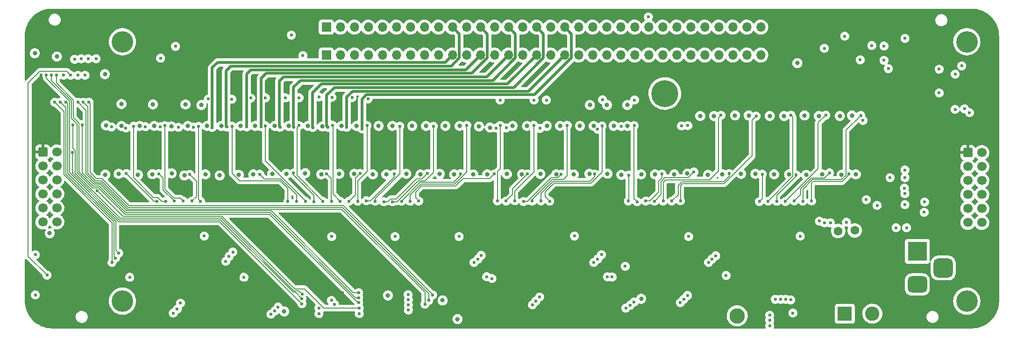
<source format=gbr>
%TF.GenerationSoftware,KiCad,Pcbnew,(6.0.0-0)*%
%TF.CreationDate,2022-08-24T22:22:19-06:00*%
%TF.ProjectId,FlippyDriver,466c6970-7079-4447-9269-7665722e6b69,C.2*%
%TF.SameCoordinates,Original*%
%TF.FileFunction,Copper,L3,Inr*%
%TF.FilePolarity,Positive*%
%FSLAX46Y46*%
G04 Gerber Fmt 4.6, Leading zero omitted, Abs format (unit mm)*
G04 Created by KiCad (PCBNEW (6.0.0-0)) date 2022-08-24 22:22:19*
%MOMM*%
%LPD*%
G01*
G04 APERTURE LIST*
G04 Aperture macros list*
%AMRoundRect*
0 Rectangle with rounded corners*
0 $1 Rounding radius*
0 $2 $3 $4 $5 $6 $7 $8 $9 X,Y pos of 4 corners*
0 Add a 4 corners polygon primitive as box body*
4,1,4,$2,$3,$4,$5,$6,$7,$8,$9,$2,$3,0*
0 Add four circle primitives for the rounded corners*
1,1,$1+$1,$2,$3*
1,1,$1+$1,$4,$5*
1,1,$1+$1,$6,$7*
1,1,$1+$1,$8,$9*
0 Add four rect primitives between the rounded corners*
20,1,$1+$1,$2,$3,$4,$5,0*
20,1,$1+$1,$4,$5,$6,$7,0*
20,1,$1+$1,$6,$7,$8,$9,0*
20,1,$1+$1,$8,$9,$2,$3,0*%
G04 Aperture macros list end*
%TA.AperFunction,ComponentPad*%
%ADD10R,1.700000X1.700000*%
%TD*%
%TA.AperFunction,ComponentPad*%
%ADD11O,1.700000X1.700000*%
%TD*%
%TA.AperFunction,ComponentPad*%
%ADD12C,3.900000*%
%TD*%
%TA.AperFunction,ComponentPad*%
%ADD13C,4.900000*%
%TD*%
%TA.AperFunction,ComponentPad*%
%ADD14RoundRect,0.875000X0.875000X-0.875000X0.875000X0.875000X-0.875000X0.875000X-0.875000X-0.875000X0*%
%TD*%
%TA.AperFunction,ComponentPad*%
%ADD15RoundRect,0.750000X1.000000X-0.750000X1.000000X0.750000X-1.000000X0.750000X-1.000000X-0.750000X0*%
%TD*%
%TA.AperFunction,ComponentPad*%
%ADD16R,3.500000X3.500000*%
%TD*%
%TA.AperFunction,ComponentPad*%
%ADD17C,2.800000*%
%TD*%
%TA.AperFunction,ComponentPad*%
%ADD18C,2.600000*%
%TD*%
%TA.AperFunction,ComponentPad*%
%ADD19R,2.600000X2.600000*%
%TD*%
%TA.AperFunction,ComponentPad*%
%ADD20C,1.700000*%
%TD*%
%TA.AperFunction,ComponentPad*%
%ADD21RoundRect,0.250000X-0.600000X-0.600000X0.600000X-0.600000X0.600000X0.600000X-0.600000X0.600000X0*%
%TD*%
%TA.AperFunction,ViaPad*%
%ADD22C,0.600000*%
%TD*%
%TA.AperFunction,ViaPad*%
%ADD23C,0.800000*%
%TD*%
%TA.AperFunction,ViaPad*%
%ADD24C,1.600000*%
%TD*%
%TA.AperFunction,Conductor*%
%ADD25C,0.500000*%
%TD*%
%TA.AperFunction,Conductor*%
%ADD26C,0.200000*%
%TD*%
G04 APERTURE END LIST*
D10*
%TO.N,PIN_LED-*%
%TO.C,J3*%
X110230000Y-76340000D03*
X110230000Y-71260000D03*
D11*
%TO.N,+24V*%
X112770000Y-76340000D03*
X112770000Y-71260000D03*
%TO.N,ROW_2_RESET*%
X115310000Y-76340000D03*
%TO.N,ROW_2_SET*%
X115310000Y-71260000D03*
%TO.N,ROW_4_RESET*%
X117850000Y-76340000D03*
%TO.N,ROW_4_SET*%
X117850000Y-71260000D03*
%TO.N,ROW_6_RESET*%
X120390000Y-76340000D03*
%TO.N,ROW_6_SET*%
X120390000Y-71260000D03*
%TO.N,ROW_8_RESET*%
X122930000Y-76340000D03*
%TO.N,ROW_8_SET*%
X122930000Y-71260000D03*
%TO.N,ROW_10_RESET*%
X125470000Y-76340000D03*
%TO.N,ROW_10_SET*%
X125470000Y-71260000D03*
%TO.N,ROW_12_RESET*%
X128010000Y-76340000D03*
%TO.N,ROW_12_SET*%
X128010000Y-71260000D03*
%TO.N,ROW_14_RESET*%
X130550000Y-76340000D03*
%TO.N,ROW_14_SET*%
X130550000Y-71260000D03*
%TO.N,ROW_16_RESET*%
X133090000Y-76340000D03*
%TO.N,ROW_16_SET*%
X133090000Y-71260000D03*
%TO.N,ROW_15_RESET*%
X135630000Y-76340000D03*
%TO.N,ROW_15_SET*%
X135630000Y-71260000D03*
%TO.N,ROW_13_RESET*%
X138170000Y-76340000D03*
%TO.N,ROW_13_SET*%
X138170000Y-71260000D03*
%TO.N,ROW_11_RESET*%
X140710000Y-76340000D03*
%TO.N,ROW_11_SET*%
X140710000Y-71260000D03*
%TO.N,ROW_9_RESET*%
X143250000Y-76340000D03*
%TO.N,ROW_9_SET*%
X143250000Y-71260000D03*
%TO.N,ROW_7_RESET*%
X145790000Y-76340000D03*
%TO.N,ROW_7_SET*%
X145790000Y-71260000D03*
%TO.N,ROW_5_RESET*%
X148330000Y-76340000D03*
%TO.N,ROW_5_SET*%
X148330000Y-71260000D03*
%TO.N,ROW_3_RESET*%
X150870000Y-76340000D03*
%TO.N,ROW_3_SET*%
X150870000Y-71260000D03*
%TO.N,ROW_1_RESET*%
X153410000Y-76340000D03*
%TO.N,ROW_1_SET*%
X153410000Y-71260000D03*
%TO.N,COL_2*%
X155950000Y-76340000D03*
%TO.N,COL_1*%
X155950000Y-71260000D03*
%TO.N,COL_4*%
X158490000Y-76340000D03*
%TO.N,COL_3*%
X158490000Y-71260000D03*
%TO.N,COL_6*%
X161030000Y-76340000D03*
%TO.N,COL_5*%
X161030000Y-71260000D03*
%TO.N,COL_8*%
X163570000Y-76340000D03*
%TO.N,COL_7*%
X163570000Y-71260000D03*
%TO.N,COL_10*%
X166110000Y-76340000D03*
%TO.N,COL_9*%
X166110000Y-71260000D03*
%TO.N,COL_12*%
X168650000Y-76340000D03*
%TO.N,COL_11*%
X168650000Y-71260000D03*
%TO.N,COL_14*%
X171190000Y-76340000D03*
%TO.N,COL_13*%
X171190000Y-71260000D03*
%TO.N,COL_16*%
X173730000Y-76340000D03*
%TO.N,COL_15*%
X173730000Y-71260000D03*
%TO.N,COL_18*%
X176270000Y-76340000D03*
%TO.N,COL_17*%
X176270000Y-71260000D03*
%TO.N,COL_20*%
X178810000Y-76340000D03*
%TO.N,COL_19*%
X178810000Y-71260000D03*
%TO.N,COL_22*%
X181350000Y-76340000D03*
%TO.N,COL_21*%
X181350000Y-71260000D03*
%TO.N,COL_24*%
X183890000Y-76340000D03*
%TO.N,COL_23*%
X183890000Y-71260000D03*
%TO.N,COL_26*%
X186430000Y-76340000D03*
%TO.N,COL_25*%
X186430000Y-71260000D03*
%TO.N,COL_28*%
X188970000Y-76340000D03*
%TO.N,COL_27*%
X188970000Y-71260000D03*
%TD*%
D12*
%TO.N,PIN_GND*%
%TO.C,H1*%
X226314000Y-73914000D03*
%TD*%
%TO.N,PIN_GND*%
%TO.C,H2*%
X73279000Y-73914000D03*
%TD*%
%TO.N,PIN_GND*%
%TO.C,H4*%
X73279000Y-121031000D03*
%TD*%
D13*
%TO.N,PIN_GND*%
%TO.C,H5*%
X171577000Y-83312000D03*
%TD*%
D12*
%TO.N,PIN_GND*%
%TO.C,H3*%
X226314000Y-121031000D03*
%TD*%
D14*
%TO.N,N/C*%
%TO.C,J5*%
X222042500Y-115000000D03*
D15*
%TO.N,PIN_GND*%
X217342500Y-118000000D03*
D16*
%TO.N,PIN_24V*%
X217342500Y-112000000D03*
%TD*%
D17*
%TO.N,PIN_GND*%
%TO.C,TP6*%
X184700000Y-123700000D03*
%TD*%
D18*
%TO.N,PIN_GND*%
%TO.C,J7*%
X209200000Y-123305000D03*
D19*
%TO.N,PIN_24V*%
X204200000Y-123305000D03*
%TD*%
D20*
%TO.N,I2C_SDA*%
%TO.C,J1*%
X229037500Y-106750000D03*
%TO.N,unconnected-(J1-Pad11)*%
X226497500Y-106750000D03*
%TO.N,I2C_SCL*%
X229037500Y-104210000D03*
%TO.N,MTX_RST*%
X226497500Y-104210000D03*
%TO.N,ROW_PULSE_N*%
X229037500Y-101670000D03*
%TO.N,MTX_CLK*%
X226497500Y-101670000D03*
%TO.N,COL_PULSE_N*%
X229037500Y-99130000D03*
%TO.N,MTX_LATCH*%
X226497500Y-99130000D03*
%TO.N,PULSE_ENABLE_IN*%
X229037500Y-96590000D03*
%TO.N,MTX_DIN*%
X226497500Y-96590000D03*
%TO.N,PIN_GND*%
X229037500Y-94050000D03*
D21*
%TO.N,VCC*%
X226497500Y-94050000D03*
%TD*%
D20*
%TO.N,I2C_SDA*%
%TO.C,J2*%
X61387500Y-106650000D03*
%TO.N,unconnected-(J2-Pad11)*%
X58847500Y-106650000D03*
%TO.N,I2C_SCL*%
X61387500Y-104110000D03*
%TO.N,MTX_RST*%
X58847500Y-104110000D03*
%TO.N,ROW_PULSE_N*%
X61387500Y-101570000D03*
%TO.N,MTX_CLK*%
X58847500Y-101570000D03*
%TO.N,COL_PULSE_N*%
X61387500Y-99030000D03*
%TO.N,MTX_LATCH*%
X58847500Y-99030000D03*
%TO.N,PULSE_ENABLE_IN*%
X61387500Y-96490000D03*
%TO.N,MTX_DOUT*%
X58847500Y-96490000D03*
%TO.N,PIN_GND*%
X61387500Y-93950000D03*
D21*
%TO.N,VCC*%
X58847500Y-93950000D03*
%TD*%
D22*
%TO.N,ROW_1_SET*%
X116734450Y-89766926D03*
%TO.N,ROW_1_RESET*%
X113950688Y-89450688D03*
%TO.N,ROW_3_SET*%
X117800000Y-84300000D03*
%TO.N,ROW_3_RESET*%
X114900000Y-84050000D03*
%TO.N,COL_7*%
X141750000Y-84500500D03*
%TO.N,ROW_4_SET*%
X73905743Y-89595633D03*
%TO.N,COL_8*%
X141009669Y-89591706D03*
%TO.N,ROW_4_RESET*%
X71300000Y-89400000D03*
%TO.N,COL_9*%
X147878528Y-84500500D03*
%TO.N,ROW_5_SET*%
X110534574Y-89466802D03*
%TO.N,COL_10*%
X142834339Y-89565659D03*
%TO.N,ROW_5_RESET*%
X107800688Y-89500688D03*
%TO.N,COL_11*%
X150125458Y-84500500D03*
%TO.N,COL_12*%
X148954539Y-89648948D03*
%TO.N,COL_13*%
X160295016Y-84450500D03*
%TO.N,ROW_7_SET*%
X111250000Y-84000000D03*
%TO.N,COL_14*%
X159393090Y-89796490D03*
%TO.N,ROW_7_RESET*%
X108900000Y-83950000D03*
%TO.N,COL_15*%
X166100000Y-84500000D03*
%TO.N,ROW_8_SET*%
X80095463Y-89342379D03*
%TO.N,COL_16*%
X163699500Y-89300000D03*
%TO.N,ROW_8_RESET*%
X77450688Y-89350688D03*
%TO.N,COL_17*%
X175750000Y-89150000D03*
%TO.N,ROW_9_SET*%
X104377611Y-89423764D03*
%TO.N,COL_18*%
X174600000Y-89200000D03*
%TO.N,ROW_9_RESET*%
X101846692Y-89454683D03*
%TO.N,ROW_11_SET*%
X105300000Y-84100000D03*
%TO.N,ROW_11_RESET*%
X102800000Y-84100000D03*
%TO.N,ROW_12_SET*%
X86110106Y-89410106D03*
%TO.N,ROW_12_RESET*%
X83450688Y-89450688D03*
%TO.N,ROW_13_SET*%
X98375682Y-89352193D03*
%TO.N,ROW_13_RESET*%
X95800000Y-89400000D03*
%TO.N,ROW_14_SET*%
X93100000Y-84350000D03*
%TO.N,COL_28*%
X207500000Y-88200000D03*
%TO.N,ROW_14_RESET*%
X88850500Y-84300000D03*
%TO.N,ROW_16_SET*%
X92200688Y-89400688D03*
%TO.N,ROW_15_SET*%
X99200000Y-84100000D03*
%TO.N,ROW_16_RESET*%
X89544744Y-89500000D03*
%TO.N,ROW_15_RESET*%
X96550000Y-84150000D03*
%TO.N,ROW_A_2*%
X72600000Y-112300000D03*
X83800000Y-121400000D03*
X93300000Y-112100000D03*
X101500000Y-122100000D03*
X63000000Y-84900000D03*
%TO.N,ROW_A_1*%
X100900000Y-122800000D03*
X62000000Y-84900000D03*
X92600000Y-112900000D03*
X83200000Y-122500000D03*
X72000000Y-113200000D03*
%TO.N,ROW_A_0*%
X61000000Y-84900000D03*
X82500000Y-123200000D03*
X71400000Y-114000000D03*
X92000000Y-113800000D03*
X100200000Y-123400000D03*
%TO.N,COL_A_0*%
X190600000Y-125500000D03*
X179500000Y-114000000D03*
X65200000Y-84900000D03*
X128100000Y-121600000D03*
X175700000Y-120000000D03*
X158700000Y-114000000D03*
X137000000Y-114000000D03*
X147600000Y-121700000D03*
X164500000Y-122300000D03*
%TO.N,COL_A_1*%
X190600000Y-124500000D03*
X148200000Y-121000000D03*
X165300000Y-121773500D03*
X137700000Y-113400000D03*
X128800000Y-120900000D03*
X159400000Y-113400000D03*
X66200000Y-84900000D03*
X180100000Y-113400000D03*
X175000000Y-120700000D03*
%TO.N,COL_A_2*%
X148877708Y-120277708D03*
X67200000Y-84900000D03*
X129500000Y-119900000D03*
X190600000Y-123600000D03*
X174400000Y-121300000D03*
X166000000Y-121200000D03*
X138300000Y-112700000D03*
X180800000Y-112800000D03*
X160100000Y-112600000D03*
%TO.N,COL_26_SINK*%
X200500000Y-106800000D03*
X192600000Y-120700000D03*
%TO.N,COL_25_SINK*%
X199600000Y-106500000D03*
X191600000Y-120700000D03*
%TO.N,COL_28_SINK*%
X194400000Y-120800000D03*
X204500000Y-106700000D03*
%TO.N,COL_27_SINK*%
X193500000Y-120700000D03*
X201600000Y-106800000D03*
%TO.N,VCC*%
X124980000Y-118420000D03*
X229600000Y-80100000D03*
X169800000Y-70100000D03*
X190743750Y-119443750D03*
X136250000Y-109275000D03*
X67600000Y-109600000D03*
X85657500Y-71357500D03*
X177500000Y-120700000D03*
X210845516Y-92059511D03*
X81800000Y-118300000D03*
X91425000Y-109225000D03*
X99450000Y-118600000D03*
X216400000Y-83200000D03*
X58500000Y-80000000D03*
X163762500Y-118437500D03*
X146982500Y-118267500D03*
X178395000Y-109255000D03*
X113165000Y-119535000D03*
X57500000Y-118100000D03*
X58800000Y-72000000D03*
X157595000Y-109255000D03*
X102537500Y-75462500D03*
%TO.N,I2C_SCL*%
X211300000Y-74700000D03*
X224200000Y-79800000D03*
X224200000Y-86200000D03*
X213500000Y-107700000D03*
X221300000Y-78900000D03*
%TO.N,I2C_SDA*%
X221300000Y-83200000D03*
X211300000Y-77300000D03*
X215400000Y-107700000D03*
D23*
%TO.N,PIN_GND*%
X106400000Y-97800000D03*
X142950000Y-97950000D03*
X185400000Y-97900000D03*
X76400000Y-89200000D03*
X57400000Y-76000000D03*
X203300000Y-87400000D03*
X156200000Y-89200000D03*
X121400000Y-120000000D03*
X125800000Y-89200000D03*
X184300000Y-87300000D03*
X60100000Y-108700000D03*
X88325000Y-98000000D03*
X179400000Y-98100000D03*
X190600000Y-87400000D03*
X124725000Y-97900000D03*
X144000000Y-89200000D03*
D22*
X200500000Y-75100000D03*
D23*
X197200000Y-98100000D03*
X134000000Y-124300000D03*
X162300000Y-89200000D03*
D22*
X161179895Y-116620104D03*
X62600000Y-80000000D03*
D23*
X112575000Y-97900000D03*
X136875000Y-98025000D03*
X196900000Y-87300000D03*
X137900000Y-89300000D03*
X150200000Y-89200000D03*
D22*
X139300000Y-116600000D03*
X164400000Y-114700000D03*
D23*
X100425000Y-97875000D03*
X70300000Y-89100000D03*
X131300000Y-120900000D03*
X191400000Y-98000000D03*
X155075000Y-98025000D03*
X167300000Y-98000000D03*
X113000000Y-89200000D03*
X82165879Y-89296544D03*
X94350000Y-98075000D03*
X203600000Y-98100000D03*
X161175000Y-97875000D03*
D22*
X105800000Y-120600000D03*
D23*
X119700000Y-89200000D03*
X88600000Y-89200000D03*
X173300000Y-98000000D03*
X100900000Y-89200000D03*
D22*
X225900000Y-86100000D03*
D23*
X149025000Y-97925000D03*
X70163714Y-98063714D03*
X167300000Y-120600000D03*
X82205503Y-97819497D03*
X76100000Y-98100000D03*
X118650000Y-98000000D03*
X130800000Y-97925000D03*
D22*
X207000000Y-77200000D03*
D23*
X94700000Y-89200000D03*
D22*
X64206033Y-94000000D03*
D23*
X102600000Y-122900000D03*
X131800000Y-89200000D03*
X106900000Y-89200000D03*
X195600000Y-77800000D03*
X178000000Y-87400000D03*
%TO.N,+24V*%
X115300000Y-97900000D03*
X134400000Y-89200000D03*
X164800000Y-85400000D03*
X97326500Y-89200000D03*
X127300000Y-98000000D03*
X139400000Y-98000000D03*
X128300000Y-89200000D03*
X145700000Y-98000000D03*
X199500000Y-87400000D03*
X72600000Y-97900000D03*
X186800000Y-87300000D03*
D22*
X196127708Y-109227708D03*
D23*
X152600000Y-89200000D03*
X163700000Y-98100000D03*
X206200000Y-98000000D03*
X146600000Y-89200000D03*
D22*
X175900000Y-109300000D03*
D23*
X180500000Y-87400000D03*
X73100000Y-89200000D03*
X85118837Y-89200000D03*
D22*
X57500000Y-119900000D03*
X134300000Y-109300000D03*
D23*
X79039504Y-89196963D03*
X164800000Y-89200000D03*
D24*
X206000000Y-108200000D03*
D23*
X161099999Y-85400001D03*
D22*
X122700000Y-109300000D03*
D23*
X87600000Y-85400000D03*
X91200000Y-89200000D03*
X84500000Y-98200000D03*
X115700000Y-89200000D03*
X169800000Y-98000000D03*
X122200000Y-89200000D03*
D22*
X111200000Y-109300000D03*
D23*
X139900000Y-89500000D03*
X158700000Y-89200000D03*
X78800000Y-85300000D03*
X182000000Y-98000000D03*
X78700000Y-97967447D03*
X194100000Y-98000000D03*
X200100000Y-98000000D03*
X188000000Y-97900000D03*
X109300000Y-98000000D03*
X84700000Y-85300000D03*
X121100000Y-98000000D03*
D24*
X203000000Y-108300000D03*
D23*
X109500000Y-89300000D03*
X193200000Y-87400000D03*
X103000000Y-97900000D03*
D22*
X88100000Y-109200000D03*
D23*
X70100000Y-79800000D03*
X133400000Y-98000000D03*
X103400000Y-89200000D03*
X73106243Y-85217396D03*
X157900000Y-97900000D03*
X175672205Y-97872205D03*
X97000000Y-98000000D03*
X158000000Y-85400000D03*
X151900000Y-98000000D03*
X205500000Y-87300000D03*
X90900000Y-98200000D03*
D22*
X155200000Y-109200000D03*
%TO.N,USER_LED*%
X63900000Y-80000000D03*
X59600000Y-116300000D03*
%TO.N,PULSE_ENABLE*%
X57500000Y-112600000D03*
X82900000Y-74747500D03*
X108900000Y-123300000D03*
X116200000Y-123300000D03*
%TO.N,MTX_DOUT*%
X68500000Y-77000000D03*
%TO.N,ISCP_PB1_MISO*%
X209100000Y-74600000D03*
X105975000Y-76425000D03*
%TO.N,ISCP_PB5_RST*%
X212100000Y-78800000D03*
X226800000Y-86800000D03*
%TO.N,COL_17_24_SINK_EN*%
X125100000Y-121750000D03*
X182685445Y-116373500D03*
%TO.N,COL_1_8_SINK_EN*%
X125050000Y-119850000D03*
X140250000Y-116925000D03*
%TO.N,COL_9_16_SINK_EN*%
X125100000Y-120800000D03*
X162044309Y-116639756D03*
%TO.N,COL_25_28_SINK_EN*%
X125100000Y-122650000D03*
X194800000Y-123200000D03*
%TO.N,COL_BANK_0*%
X66000000Y-89000000D03*
X116100000Y-119500000D03*
%TO.N,COL_BANK_1*%
X116100000Y-120400000D03*
X61300000Y-80000000D03*
%TO.N,COL_SOURCE*%
X60400000Y-80000000D03*
X116100000Y-121300000D03*
%TO.N,ROW_SOURCE*%
X105800000Y-121500000D03*
X59500000Y-80000000D03*
%TO.N,ROW_BANK*%
X64300000Y-89000000D03*
X105863249Y-119763250D03*
%TO.N,I2C_EN*%
X66500000Y-80000000D03*
X225400000Y-78300000D03*
%TO.N,I2C_PULLUP*%
X65200000Y-80000000D03*
X215100000Y-73300000D03*
%TO.N,Net-(Q3-Pad4)*%
X123550000Y-89250000D03*
X119075000Y-102875000D03*
%TO.N,Net-(Q4-Pad4)*%
X117495000Y-102805000D03*
X122525000Y-97925000D03*
%TO.N,Net-(Q5-Pad4)*%
X129650000Y-89275000D03*
X122235000Y-102985000D03*
%TO.N,Net-(Q6-Pad4)*%
X120655000Y-102980000D03*
X128550000Y-97850000D03*
%TO.N,Net-(Q7-Pad4)*%
X135700000Y-89100000D03*
X125425000Y-102900000D03*
%TO.N,Net-(Q8-Pad4)*%
X134600000Y-97900000D03*
X123862292Y-102882292D03*
%TO.N,Net-(Q9-Pad4)*%
X141225000Y-102825000D03*
X141750000Y-89125000D03*
%TO.N,Net-(Q10-Pad4)*%
X126975000Y-102850000D03*
X140675000Y-97950000D03*
%TO.N,Net-(Q11-Pad4)*%
X147825000Y-89100000D03*
X144391666Y-102808334D03*
%TO.N,Net-(Q12-Pad4)*%
X146700000Y-97925000D03*
X142808333Y-102866667D03*
%TO.N,Net-(Q13-Pad4)*%
X153900000Y-89100000D03*
X147558332Y-102858332D03*
%TO.N,Net-(Q14-Pad4)*%
X152775000Y-97975000D03*
X145974999Y-102925001D03*
%TO.N,Net-(Q15-Pad4)*%
X150725000Y-102875000D03*
X160199001Y-89211533D03*
%TO.N,Net-(Q16-Pad4)*%
X158875000Y-97950000D03*
X149141665Y-102833335D03*
%TO.N,Net-(Q17-Pad4)*%
X166025000Y-89150000D03*
X166550000Y-102975000D03*
%TO.N,Net-(Q18-Pad4)*%
X164975000Y-102850000D03*
X165025000Y-98150000D03*
%TO.N,Net-(Q19-Pad4)*%
X171050000Y-97950000D03*
X168125000Y-102850000D03*
%TO.N,Net-(Q20-Pad4)*%
X176852708Y-97577708D03*
X169700000Y-102875000D03*
%TO.N,Net-(Q21-Pad4)*%
X181750000Y-87275000D03*
X171275000Y-102850000D03*
%TO.N,Net-(Q22-Pad4)*%
X183225000Y-97850000D03*
X172848708Y-102850844D03*
%TO.N,Net-(Q23-Pad4)*%
X188150000Y-87425000D03*
X174425000Y-102800000D03*
%TO.N,Net-(Q24-Pad4)*%
X188725000Y-102950000D03*
X189250000Y-97975000D03*
%TO.N,Net-(Q25-Pad4)*%
X194450000Y-87250000D03*
X190300000Y-102875000D03*
%TO.N,Net-(Q26-Pad4)*%
X191875000Y-102900000D03*
X195400000Y-98100000D03*
%TO.N,Net-(Q27-Pad4)*%
X193450000Y-102925000D03*
X200750000Y-87250000D03*
%TO.N,Net-(Q28-Pad4)*%
X195025000Y-102825000D03*
X201422023Y-97730111D03*
%TO.N,Net-(Q29-Pad4)*%
X196600000Y-102875000D03*
X207100000Y-87300000D03*
%TO.N,Net-(Q30-Pad4)*%
X198175000Y-102825000D03*
X204950000Y-97875000D03*
%TO.N,Net-(Q31-Pad4)*%
X116375000Y-97825000D03*
X114335000Y-102885000D03*
%TO.N,Net-(Q32-Pad4)*%
X75325000Y-89250000D03*
X81108333Y-102916667D03*
%TO.N,Net-(Q33-Pad4)*%
X115915000Y-102890000D03*
X117599001Y-89125000D03*
%TO.N,Net-(Q34-Pad4)*%
X79519863Y-102869863D03*
X73978170Y-97846830D03*
%TO.N,Net-(Q35-Pad4)*%
X110300000Y-97925000D03*
X111175000Y-102875000D03*
%TO.N,Net-(Q36-Pad4)*%
X81000000Y-89150000D03*
X84274999Y-102825001D03*
%TO.N,Net-(Q37-Pad4)*%
X112755000Y-102920000D03*
X111350000Y-89075000D03*
%TO.N,Net-(Q38-Pad4)*%
X79900000Y-97900000D03*
X82691666Y-102858334D03*
%TO.N,Net-(Q39-Pad4)*%
X108015000Y-102965000D03*
X104250000Y-97770478D03*
%TO.N,Net-(Q40-Pad4)*%
X87441665Y-102916665D03*
X87075000Y-89275000D03*
%TO.N,Net-(Q41-Pad4)*%
X105300000Y-89150000D03*
X109595000Y-102880000D03*
%TO.N,Net-(Q42-Pad4)*%
X85467000Y-98017954D03*
X85858332Y-102866668D03*
%TO.N,Net-(Q43-Pad4)*%
X104855000Y-102920000D03*
X98175000Y-97975000D03*
%TO.N,Net-(Q44-Pad4)*%
X93150000Y-89250000D03*
X103275000Y-102925000D03*
%TO.N,Net-(Q45-Pad4)*%
X106435000Y-102885000D03*
X99200000Y-89175000D03*
%TO.N,TEMP_SENSE_1*%
X103900000Y-72700000D03*
X168600000Y-69400000D03*
%TO.N,ROW_PULSE_N*%
X218666511Y-103033489D03*
X108900000Y-122300000D03*
X208100000Y-102600000D03*
X218600000Y-104900000D03*
X215100000Y-103500000D03*
%TO.N,COL_PULSE_N*%
X215000000Y-100500000D03*
X116200000Y-122300000D03*
X68700000Y-101000000D03*
%TO.N,ROW_SINK_EVENS*%
X74600000Y-116700000D03*
X111173500Y-120903319D03*
%TO.N,ROW_SINK_ODDS*%
X95300000Y-116700000D03*
X111700000Y-121600000D03*
%TO.N,MTX_RST*%
X67100000Y-77000000D03*
X204200000Y-72900000D03*
X210055503Y-103644497D03*
%TO.N,MTX_CLK*%
X65800000Y-77000000D03*
X215090807Y-101510000D03*
%TO.N,MTX_LATCH*%
X64600000Y-77100000D03*
X212400000Y-98600000D03*
%TO.N,MTX_DIN*%
X215100000Y-97200000D03*
D23*
X61400000Y-76600000D03*
D22*
%TO.N,PULSE_ENABLE_IN*%
X80200000Y-76900000D03*
X215100000Y-98600000D03*
%TD*%
D25*
%TO.N,ROW_1_SET*%
X116700000Y-84350000D02*
X117500000Y-83550000D01*
X116700000Y-89732476D02*
X116700000Y-84350000D01*
X116734450Y-89766926D02*
X116700000Y-89732476D01*
X147967076Y-83550000D02*
X154659511Y-76857565D01*
X154659511Y-72509511D02*
X153410000Y-71260000D01*
X117500000Y-83550000D02*
X147967076Y-83550000D01*
X154659511Y-76857565D02*
X154659511Y-72509511D01*
%TO.N,ROW_1_RESET*%
X114975000Y-82900000D02*
X113900000Y-83975000D01*
X113900000Y-83975000D02*
X113900000Y-89400000D01*
X153410000Y-76340000D02*
X146850000Y-82900000D01*
X146850000Y-82900000D02*
X114975000Y-82900000D01*
X113900000Y-89400000D02*
X113950688Y-89450688D01*
%TO.N,ROW_5_SET*%
X148330000Y-71260000D02*
X149579511Y-72509511D01*
X144186587Y-82250489D02*
X111699511Y-82250489D01*
X149579511Y-72509511D02*
X149579511Y-76857565D01*
X111699511Y-82250489D02*
X110300000Y-83650000D01*
X149579511Y-76857565D02*
X144186587Y-82250489D01*
X110534574Y-89434574D02*
X110534574Y-89466802D01*
X110300000Y-89200000D02*
X110534574Y-89434574D01*
X110300000Y-83650000D02*
X110300000Y-89200000D01*
%TO.N,ROW_5_RESET*%
X148330000Y-76340000D02*
X143069022Y-81600978D01*
X107700000Y-83200000D02*
X107700000Y-89400000D01*
X143069022Y-81600978D02*
X109299022Y-81600978D01*
X107700000Y-89400000D02*
X107800688Y-89500688D01*
X109299022Y-81600978D02*
X107700000Y-83200000D01*
%TO.N,ROW_9_SET*%
X104300000Y-82200000D02*
X104300000Y-89346153D01*
X143250000Y-71260000D02*
X144499511Y-72509511D01*
X144499511Y-76857565D02*
X140405609Y-80951467D01*
X105548533Y-80951467D02*
X104300000Y-82200000D01*
X144499511Y-72509511D02*
X144499511Y-76857565D01*
X140405609Y-80951467D02*
X105548533Y-80951467D01*
X104300000Y-89346153D02*
X104377611Y-89423764D01*
%TO.N,ROW_9_RESET*%
X139288044Y-80301956D02*
X102498044Y-80301956D01*
X101700000Y-89300000D02*
X101846692Y-89446692D01*
X101846692Y-89446692D02*
X101846692Y-89454683D01*
X102498044Y-80301956D02*
X101700000Y-81100000D01*
X143250000Y-76340000D02*
X139288044Y-80301956D01*
X101700000Y-81100000D02*
X101700000Y-89300000D01*
%TO.N,ROW_13_SET*%
X99322555Y-79652445D02*
X98375682Y-80599318D01*
X138170000Y-71260000D02*
X139419511Y-72509511D01*
X136624631Y-79652445D02*
X99322555Y-79652445D01*
X139419511Y-72509511D02*
X139419511Y-76857565D01*
X139419511Y-76857565D02*
X136624631Y-79652445D01*
X98375682Y-80599318D02*
X98375682Y-89352193D01*
%TO.N,ROW_13_RESET*%
X138170000Y-76340000D02*
X135507066Y-79002934D01*
X96597066Y-79002934D02*
X95800000Y-79800000D01*
X95800000Y-79800000D02*
X95800000Y-89400000D01*
X135507066Y-79002934D02*
X96597066Y-79002934D01*
%TO.N,ROW_16_SET*%
X92918548Y-78350000D02*
X92100000Y-79168548D01*
X133090000Y-71260000D02*
X134339511Y-72509511D01*
X134339511Y-72509511D02*
X134339511Y-76860489D01*
X92100000Y-79168548D02*
X92100000Y-89300000D01*
X132850000Y-78350000D02*
X92918548Y-78350000D01*
X92100000Y-89300000D02*
X92200688Y-89400688D01*
X134339511Y-76860489D02*
X132850000Y-78350000D01*
%TO.N,ROW_16_RESET*%
X133090000Y-76340000D02*
X131755000Y-77675000D01*
X89550000Y-78650000D02*
X89550000Y-89494744D01*
X90525000Y-77675000D02*
X89550000Y-78650000D01*
X89550000Y-89494744D02*
X89544744Y-89500000D01*
X131755000Y-77675000D02*
X90525000Y-77675000D01*
D26*
%TO.N,ROW_A_2*%
X63353022Y-85253022D02*
X63000000Y-84900000D01*
X72053022Y-111753022D02*
X72053022Y-106529510D01*
X72600000Y-112300000D02*
X72053022Y-111753022D01*
X72053022Y-106529510D02*
X63353022Y-97829510D01*
X63353022Y-97829510D02*
X63353022Y-85253022D01*
%TO.N,ROW_A_1*%
X63026511Y-85926511D02*
X62000000Y-84900000D01*
X71726511Y-106664755D02*
X63026511Y-97964755D01*
X63026511Y-97964755D02*
X63026511Y-85926511D01*
X72000000Y-113200000D02*
X71726511Y-112926511D01*
X71726511Y-112926511D02*
X71726511Y-106664755D01*
%TO.N,ROW_A_0*%
X71400000Y-114000000D02*
X71400000Y-106800000D01*
X62700000Y-98100000D02*
X62700000Y-86600000D01*
X62700000Y-86600000D02*
X61000000Y-84900000D01*
X71400000Y-106800000D02*
X62700000Y-98100000D01*
%TO.N,COL_A_0*%
X66700000Y-97944196D02*
X66700000Y-86400000D01*
X113014423Y-104314423D02*
X74161447Y-104314423D01*
X128100000Y-119400000D02*
X113014423Y-104314423D01*
X69340980Y-99493956D02*
X68249760Y-99493956D01*
X66700000Y-86400000D02*
X65200000Y-84900000D01*
X68249760Y-99493956D02*
X66700000Y-97944196D01*
X128100000Y-121600000D02*
X128100000Y-119400000D01*
X74161447Y-104314423D02*
X69340980Y-99493956D01*
%TO.N,COL_A_1*%
X74296692Y-103987912D02*
X69476225Y-99167445D01*
X113149668Y-103987912D02*
X74296692Y-103987912D01*
X128800000Y-119638244D02*
X113149668Y-103987912D01*
X68385005Y-99167445D02*
X67026511Y-97808951D01*
X67026511Y-85726511D02*
X66200000Y-84900000D01*
X67026511Y-97808951D02*
X67026511Y-85726511D01*
X128800000Y-120900000D02*
X128800000Y-119638244D01*
X69476225Y-99167445D02*
X68385005Y-99167445D01*
%TO.N,COL_A_2*%
X68500000Y-98800000D02*
X67400000Y-97700000D01*
X69570536Y-98800000D02*
X68500000Y-98800000D01*
X67400000Y-97700000D02*
X67400000Y-85100000D01*
X129500000Y-119876488D02*
X113284913Y-103661401D01*
X129500000Y-119900000D02*
X129500000Y-119876488D01*
X113284913Y-103661401D02*
X74431937Y-103661401D01*
X67400000Y-85100000D02*
X67200000Y-84900000D01*
X74431937Y-103661401D02*
X69570536Y-98800000D01*
%TO.N,PIN_GND*%
X64200000Y-94006033D02*
X64206033Y-94000000D01*
X91049977Y-106273489D02*
X72720513Y-106273489D01*
X105800000Y-120600000D02*
X104653022Y-119453022D01*
X104229510Y-119453022D02*
X91049977Y-106273489D01*
X64200000Y-97752976D02*
X64200000Y-94006033D01*
X72720513Y-106273489D02*
X64200000Y-97752976D01*
X104653022Y-119453022D02*
X104229510Y-119453022D01*
%TO.N,USER_LED*%
X56200000Y-112900000D02*
X56200000Y-81400000D01*
X59600000Y-116300000D02*
X56200000Y-112900000D01*
X63200000Y-79300000D02*
X63900000Y-80000000D01*
X58300000Y-79300000D02*
X63200000Y-79300000D01*
X56200000Y-81400000D02*
X58300000Y-79300000D01*
%TO.N,COL_BANK_0*%
X69205735Y-99820467D02*
X68114515Y-99820467D01*
X68114515Y-99820467D02*
X66000000Y-97705952D01*
X100240934Y-104640934D02*
X74009032Y-104640934D01*
X69779533Y-100394265D02*
X69205735Y-99820467D01*
X115100000Y-119500000D02*
X100240934Y-104640934D01*
X116100000Y-119500000D02*
X115100000Y-119500000D01*
X69779533Y-100411435D02*
X69779533Y-100394265D01*
X74009032Y-104640934D02*
X69779533Y-100411435D01*
X66000000Y-97705952D02*
X66000000Y-89000000D01*
%TO.N,COL_BANK_1*%
X73873787Y-104967445D02*
X69053320Y-100146978D01*
X65385556Y-97553264D02*
X65385556Y-88685556D01*
X65385556Y-88685556D02*
X64400000Y-87700000D01*
X116100000Y-120400000D02*
X115538244Y-120400000D01*
X61300000Y-81400000D02*
X61300000Y-80000000D01*
X67979270Y-100146978D02*
X65385556Y-97553264D01*
X115538244Y-120400000D02*
X100105689Y-104967445D01*
X69053320Y-100146978D02*
X67979270Y-100146978D01*
X64400000Y-87700000D02*
X64400000Y-84500000D01*
X64400000Y-84500000D02*
X61300000Y-81400000D01*
X100105689Y-104967445D02*
X73873787Y-104967445D01*
%TO.N,COL_SOURCE*%
X115976488Y-121300000D02*
X99970444Y-105293956D01*
X65059045Y-88820801D02*
X64050000Y-87811756D01*
X116100000Y-121300000D02*
X115976488Y-121300000D01*
X99970444Y-105293956D02*
X73738542Y-105293956D01*
X67844025Y-100473489D02*
X65059045Y-97688509D01*
X65059045Y-97688509D02*
X65059045Y-88820801D01*
X68918075Y-100473489D02*
X67844025Y-100473489D01*
X73738542Y-105293956D02*
X68918075Y-100473489D01*
X64050000Y-87811756D02*
X64050000Y-84611756D01*
X64050000Y-84611756D02*
X60400000Y-80961756D01*
X60400000Y-80961756D02*
X60400000Y-80000000D01*
%TO.N,ROW_SOURCE*%
X105800000Y-121500000D02*
X90900000Y-106600000D01*
X90900000Y-106600000D02*
X72585268Y-106600000D01*
X72585268Y-106600000D02*
X63679533Y-97694265D01*
X59500000Y-80523512D02*
X59500000Y-80000000D01*
X63679533Y-84703045D02*
X59500000Y-80523512D01*
X63679533Y-97694265D02*
X63679533Y-84703045D01*
%TO.N,ROW_BANK*%
X64300000Y-93300000D02*
X64732534Y-93732534D01*
X72855758Y-105946978D02*
X91185222Y-105946978D01*
X64300000Y-89000000D02*
X64300000Y-93300000D01*
X64732534Y-97823754D02*
X72855758Y-105946978D01*
X104364755Y-119126511D02*
X105226510Y-119126511D01*
X105226510Y-119126511D02*
X105863249Y-119763250D01*
X91185222Y-105946978D02*
X104364755Y-119126511D01*
X64732534Y-93732534D02*
X64732534Y-97823754D01*
%TO.N,Net-(Q3-Pad4)*%
X123550000Y-89250000D02*
X123550000Y-97950000D01*
X119075000Y-102425000D02*
X119075000Y-102875000D01*
X123550000Y-97950000D02*
X119075000Y-102425000D01*
%TO.N,Net-(Q4-Pad4)*%
X118195000Y-102805000D02*
X117495000Y-102805000D01*
X122525000Y-98475000D02*
X118195000Y-102805000D01*
X122525000Y-97925000D02*
X122525000Y-98475000D01*
%TO.N,Net-(Q5-Pad4)*%
X123015000Y-102985000D02*
X122235000Y-102985000D01*
X129650000Y-97625318D02*
X128122306Y-99153012D01*
X129650000Y-89275000D02*
X129650000Y-97625318D01*
X126846988Y-99153012D02*
X123015000Y-102985000D01*
X128122306Y-99153012D02*
X126846988Y-99153012D01*
%TO.N,Net-(Q6-Pad4)*%
X122903002Y-102450000D02*
X121850000Y-102450000D01*
X126526501Y-98826501D02*
X122903002Y-102450000D01*
X128536007Y-97850000D02*
X128550000Y-97850000D01*
X120655000Y-102980000D02*
X121320000Y-102980000D01*
X121320000Y-102980000D02*
X121850000Y-102450000D01*
X127559506Y-98826501D02*
X128536007Y-97850000D01*
X126526501Y-98826501D02*
X127559506Y-98826501D01*
%TO.N,Net-(Q7-Pad4)*%
X135700000Y-97561756D02*
X133455722Y-99806034D01*
X133455722Y-99806034D02*
X127332210Y-99806034D01*
X135700000Y-89100000D02*
X135700000Y-97561756D01*
X125425000Y-101713244D02*
X125425000Y-102900000D01*
X127332210Y-99806034D02*
X125425000Y-101713244D01*
%TO.N,Net-(Q8-Pad4)*%
X133320477Y-99479523D02*
X134600000Y-98200000D01*
X134600000Y-98200000D02*
X134600000Y-97900000D01*
X123862292Y-102882292D02*
X123862292Y-102787708D01*
X127170477Y-99479523D02*
X133320477Y-99479523D01*
X123862292Y-102787708D02*
X127170477Y-99479523D01*
%TO.N,Net-(Q9-Pad4)*%
X141225000Y-97475000D02*
X141225000Y-102825000D01*
X141750000Y-96950000D02*
X141225000Y-97475000D01*
X141750000Y-89125000D02*
X141750000Y-96950000D01*
%TO.N,Net-(Q10-Pad4)*%
X127467455Y-100132545D02*
X133667455Y-100132545D01*
X135000000Y-98800000D02*
X139825000Y-98800000D01*
X133667455Y-100132545D02*
X135000000Y-98800000D01*
X126975000Y-102850000D02*
X126400000Y-102275000D01*
X126400000Y-101200000D02*
X127467455Y-100132545D01*
X126400000Y-102275000D02*
X126400000Y-101200000D01*
X139825000Y-98800000D02*
X140675000Y-97950000D01*
%TO.N,Net-(Q11-Pad4)*%
X147825000Y-97575000D02*
X144391666Y-101008334D01*
X144391666Y-101008334D02*
X144391666Y-102808334D01*
X147825000Y-89100000D02*
X147825000Y-97575000D01*
%TO.N,Net-(Q12-Pad4)*%
X144000000Y-100625000D02*
X144000000Y-101675000D01*
X146700000Y-97925000D02*
X144000000Y-100625000D01*
X144000000Y-101675000D02*
X142808333Y-102866667D01*
%TO.N,Net-(Q13-Pad4)*%
X153196988Y-98953012D02*
X151146988Y-98953012D01*
X153900000Y-89100000D02*
X153900000Y-98250000D01*
X153900000Y-98250000D02*
X153196988Y-98953012D01*
X151146988Y-98953012D02*
X147558332Y-102541668D01*
X147558332Y-102541668D02*
X147558332Y-102858332D01*
%TO.N,Net-(Q14-Pad4)*%
X150973499Y-98626501D02*
X146674999Y-102925001D01*
X152775000Y-98011007D02*
X152159506Y-98626501D01*
X152775000Y-97975000D02*
X152775000Y-98011007D01*
X146674999Y-102925001D02*
X145974999Y-102925001D01*
X152159506Y-98626501D02*
X150973499Y-98626501D01*
%TO.N,Net-(Q15-Pad4)*%
X158181494Y-99626511D02*
X160199001Y-97609004D01*
X149900000Y-101200000D02*
X151473489Y-99626511D01*
X160199001Y-97609004D02*
X160199001Y-89211533D01*
X150725000Y-102875000D02*
X149900000Y-102050000D01*
X151473489Y-99626511D02*
X158181494Y-99626511D01*
X149900000Y-102050000D02*
X149900000Y-101200000D01*
%TO.N,Net-(Q16-Pad4)*%
X158875000Y-97950000D02*
X158875000Y-98425000D01*
X158875000Y-98425000D02*
X158000000Y-99300000D01*
X158000000Y-99300000D02*
X151338244Y-99300000D01*
X151338244Y-99300000D02*
X149141665Y-101496579D01*
X149141665Y-101496579D02*
X149141665Y-102833335D01*
%TO.N,Net-(Q17-Pad4)*%
X166000000Y-89175000D02*
X166000000Y-102425000D01*
X166000000Y-102425000D02*
X166550000Y-102975000D01*
X166025000Y-89150000D02*
X166000000Y-89175000D01*
%TO.N,Net-(Q18-Pad4)*%
X165025000Y-98150000D02*
X165025000Y-102800000D01*
X165025000Y-102800000D02*
X164975000Y-102850000D01*
%TO.N,Net-(Q19-Pad4)*%
X170500000Y-101200000D02*
X168850000Y-102850000D01*
X170500000Y-99200000D02*
X170500000Y-101200000D01*
X171050000Y-97950000D02*
X171050000Y-98650000D01*
X168850000Y-102850000D02*
X168125000Y-102850000D01*
X171050000Y-98650000D02*
X170500000Y-99200000D01*
%TO.N,Net-(Q20-Pad4)*%
X175803915Y-98626501D02*
X176852708Y-97577708D01*
X171600000Y-98626501D02*
X175803915Y-98626501D01*
X170900000Y-99326501D02*
X171600000Y-98626501D01*
X169700000Y-102875000D02*
X170900000Y-101675000D01*
X170900000Y-101675000D02*
X170900000Y-99326501D01*
%TO.N,Net-(Q21-Pad4)*%
X181300000Y-87725000D02*
X181300000Y-97400000D01*
X179700000Y-99000000D02*
X171700000Y-99000000D01*
X181750000Y-87275000D02*
X181300000Y-87725000D01*
X181300000Y-97400000D02*
X179700000Y-99000000D01*
X171275000Y-99425000D02*
X171275000Y-102850000D01*
X171700000Y-99000000D02*
X171275000Y-99425000D01*
%TO.N,Net-(Q22-Pad4)*%
X174664755Y-99373489D02*
X174000000Y-100038244D01*
X183225000Y-97850000D02*
X183225000Y-98363244D01*
X182214755Y-99373489D02*
X174664755Y-99373489D01*
X174000000Y-101699552D02*
X172848708Y-102850844D01*
X183225000Y-98363244D02*
X182214755Y-99373489D01*
X174000000Y-100038244D02*
X174000000Y-101699552D01*
%TO.N,Net-(Q23-Pad4)*%
X174425000Y-100075000D02*
X174425000Y-102800000D01*
X187400000Y-94650000D02*
X182350000Y-99700000D01*
X174800000Y-99700000D02*
X174425000Y-100075000D01*
X187400000Y-88175000D02*
X187400000Y-94650000D01*
X188150000Y-87425000D02*
X187400000Y-88175000D01*
X182350000Y-99700000D02*
X174800000Y-99700000D01*
%TO.N,Net-(Q24-Pad4)*%
X189250000Y-102425000D02*
X188725000Y-102950000D01*
X189250000Y-97975000D02*
X189250000Y-102425000D01*
%TO.N,Net-(Q25-Pad4)*%
X194800000Y-87600000D02*
X194800000Y-98375000D01*
X194800000Y-98375000D02*
X190300000Y-102875000D01*
X194450000Y-87250000D02*
X194800000Y-87600000D01*
%TO.N,Net-(Q26-Pad4)*%
X195400000Y-98100000D02*
X195400000Y-98300000D01*
X191875000Y-101825000D02*
X191875000Y-102900000D01*
X195400000Y-98300000D02*
X191875000Y-101825000D01*
%TO.N,Net-(Q27-Pad4)*%
X200750000Y-87250000D02*
X199373499Y-88626501D01*
X199373499Y-97001501D02*
X193450000Y-102925000D01*
X199373499Y-88626501D02*
X199373499Y-97001501D01*
%TO.N,Net-(Q28-Pad4)*%
X198191266Y-98646978D02*
X200505156Y-98646978D01*
X196200000Y-100638244D02*
X198191266Y-98646978D01*
X200505156Y-98646978D02*
X201422023Y-97730111D01*
X195025000Y-102825000D02*
X196200000Y-101650000D01*
X196200000Y-101650000D02*
X196200000Y-100638244D01*
%TO.N,Net-(Q29-Pad4)*%
X196600000Y-100738244D02*
X198364755Y-98973489D01*
X203612518Y-98973489D02*
X204400000Y-98186007D01*
X198364755Y-98973489D02*
X203612518Y-98973489D01*
X204400000Y-90000000D02*
X207100000Y-87300000D01*
X204400000Y-98186007D02*
X204400000Y-90000000D01*
X196600000Y-102875000D02*
X196600000Y-100738244D01*
%TO.N,Net-(Q30-Pad4)*%
X198175000Y-102825000D02*
X198175000Y-99625000D01*
X204950000Y-98097763D02*
X204950000Y-97875000D01*
X198500000Y-99300000D02*
X203747763Y-99300000D01*
X203747763Y-99300000D02*
X204950000Y-98097763D01*
X198175000Y-99625000D02*
X198500000Y-99300000D01*
%TO.N,Net-(Q31-Pad4)*%
X115500000Y-101720000D02*
X114335000Y-102885000D01*
X116375000Y-97825000D02*
X115500000Y-98700000D01*
X115500000Y-98700000D02*
X115500000Y-101720000D01*
%TO.N,Net-(Q32-Pad4)*%
X79700000Y-102200000D02*
X78900000Y-102200000D01*
X81108333Y-102916667D02*
X80416667Y-102916667D01*
X80416667Y-102916667D02*
X79700000Y-102200000D01*
X78900000Y-102200000D02*
X75325000Y-98625000D01*
X75325000Y-98625000D02*
X75325000Y-89250000D01*
%TO.N,Net-(Q33-Pad4)*%
X115915000Y-99185000D02*
X117599001Y-97500999D01*
X117599001Y-97500999D02*
X117599001Y-89125000D01*
X115915000Y-102890000D02*
X115915000Y-99185000D01*
%TO.N,Net-(Q34-Pad4)*%
X79001203Y-102869863D02*
X73978170Y-97846830D01*
X79519863Y-102869863D02*
X79001203Y-102869863D01*
%TO.N,Net-(Q35-Pad4)*%
X110300000Y-97925000D02*
X111100000Y-98725000D01*
X111100000Y-102800000D02*
X111175000Y-102875000D01*
X111100000Y-98725000D02*
X111100000Y-102800000D01*
%TO.N,Net-(Q36-Pad4)*%
X82600000Y-102300000D02*
X83749998Y-102300000D01*
X81000000Y-89150000D02*
X81000000Y-100700000D01*
X81000000Y-100700000D02*
X82600000Y-102300000D01*
X83749998Y-102300000D02*
X84274999Y-102825001D01*
%TO.N,Net-(Q37-Pad4)*%
X111426511Y-101591511D02*
X112755000Y-102920000D01*
X111350000Y-89075000D02*
X111426511Y-89151511D01*
X111426511Y-89151511D02*
X111426511Y-101591511D01*
%TO.N,Net-(Q38-Pad4)*%
X80673489Y-98673489D02*
X79900000Y-97900000D01*
X82691666Y-102858334D02*
X80673489Y-100840157D01*
X80673489Y-100840157D02*
X80673489Y-98673489D01*
%TO.N,Net-(Q39-Pad4)*%
X108015000Y-101815000D02*
X104250000Y-98050000D01*
X104250000Y-98050000D02*
X104250000Y-97770478D01*
X108015000Y-102965000D02*
X108015000Y-101815000D01*
%TO.N,Net-(Q40-Pad4)*%
X87075000Y-102550000D02*
X87441665Y-102916665D01*
X87075000Y-89275000D02*
X87075000Y-102550000D01*
%TO.N,Net-(Q41-Pad4)*%
X105300000Y-89150000D02*
X104927112Y-89522888D01*
X104927112Y-98212112D02*
X109595000Y-102880000D01*
X104927112Y-89522888D02*
X104927112Y-98212112D01*
%TO.N,Net-(Q42-Pad4)*%
X85858332Y-102866668D02*
X86700000Y-102025000D01*
X86700000Y-99250954D02*
X85467000Y-98017954D01*
X86700000Y-102025000D02*
X86700000Y-99250954D01*
%TO.N,Net-(Q43-Pad4)*%
X98175000Y-97975000D02*
X99048489Y-98848489D01*
X104855000Y-101693244D02*
X104855000Y-102920000D01*
X102010245Y-98848489D02*
X104855000Y-101693244D01*
X99048489Y-98848489D02*
X102010245Y-98848489D01*
%TO.N,Net-(Q44-Pad4)*%
X94525000Y-99175000D02*
X101875000Y-99175000D01*
X103275000Y-100575000D02*
X103275000Y-102925000D01*
X93150000Y-97800000D02*
X94525000Y-99175000D01*
X101875000Y-99175000D02*
X103275000Y-100575000D01*
X93150000Y-89250000D02*
X93150000Y-97800000D01*
%TO.N,Net-(Q45-Pad4)*%
X106435000Y-102811488D02*
X106435000Y-102885000D01*
X99200000Y-89175000D02*
X99200000Y-95576488D01*
X99200000Y-95576488D02*
X106435000Y-102811488D01*
%TO.N,COL_PULSE_N*%
X104500000Y-118800000D02*
X91320467Y-105620467D01*
X106300000Y-118800000D02*
X104500000Y-118800000D01*
X91320467Y-105620467D02*
X73320467Y-105620467D01*
X73320467Y-105620467D02*
X68700000Y-101000000D01*
X116200000Y-122300000D02*
X109800000Y-122300000D01*
X109800000Y-122300000D02*
X106300000Y-118800000D01*
%TD*%
%TA.AperFunction,Conductor*%
%TO.N,VCC*%
G36*
X227170057Y-67909500D02*
G01*
X227184858Y-67911805D01*
X227184861Y-67911805D01*
X227193730Y-67913186D01*
X227214158Y-67910515D01*
X227235983Y-67909571D01*
X227626187Y-67926608D01*
X227637135Y-67927566D01*
X228054636Y-67982530D01*
X228065445Y-67984437D01*
X228413923Y-68061692D01*
X228476559Y-68075578D01*
X228487176Y-68078423D01*
X228888783Y-68205049D01*
X228899096Y-68208802D01*
X229288160Y-68369959D01*
X229298105Y-68374597D01*
X229548007Y-68504687D01*
X229671617Y-68569034D01*
X229681135Y-68574529D01*
X229732178Y-68607047D01*
X230036279Y-68800781D01*
X230045283Y-68807085D01*
X230159366Y-68894624D01*
X230343660Y-69036037D01*
X230379368Y-69063437D01*
X230387785Y-69070501D01*
X230695037Y-69352044D01*
X230698244Y-69354983D01*
X230706013Y-69362752D01*
X230895151Y-69569160D01*
X230990497Y-69673212D01*
X230997563Y-69681632D01*
X231253915Y-70015717D01*
X231260219Y-70024721D01*
X231310801Y-70104118D01*
X231474131Y-70360494D01*
X231486470Y-70379863D01*
X231491965Y-70389382D01*
X231683966Y-70758212D01*
X231686399Y-70762886D01*
X231691041Y-70772840D01*
X231820136Y-71084500D01*
X231852195Y-71161896D01*
X231855951Y-71172217D01*
X231904625Y-71326590D01*
X231982577Y-71573823D01*
X231985422Y-71584440D01*
X232070347Y-71967512D01*
X232076562Y-71995547D01*
X232078470Y-72006364D01*
X232130371Y-72400598D01*
X232133434Y-72423864D01*
X232134392Y-72434813D01*
X232141250Y-72591883D01*
X232151104Y-72817584D01*
X232149724Y-72842460D01*
X232147814Y-72854730D01*
X232149701Y-72869160D01*
X232151936Y-72886251D01*
X232153000Y-72902589D01*
X232153000Y-120989672D01*
X232151500Y-121009057D01*
X232149667Y-121020832D01*
X232147814Y-121032730D01*
X232150485Y-121053158D01*
X232151429Y-121074983D01*
X232134453Y-121463795D01*
X232134392Y-121465186D01*
X232133434Y-121476135D01*
X232078564Y-121892923D01*
X232078471Y-121893628D01*
X232076563Y-121904445D01*
X231995856Y-122268494D01*
X231985422Y-122315559D01*
X231982577Y-122326176D01*
X231859261Y-122717287D01*
X231855954Y-122727775D01*
X231852198Y-122738096D01*
X231695833Y-123115594D01*
X231691045Y-123127152D01*
X231686403Y-123137105D01*
X231502959Y-123489500D01*
X231491966Y-123510617D01*
X231486471Y-123520135D01*
X231433089Y-123603928D01*
X231260219Y-123875279D01*
X231253915Y-123884283D01*
X231202202Y-123951677D01*
X231037670Y-124166100D01*
X230997563Y-124218368D01*
X230990499Y-124226785D01*
X230706087Y-124537168D01*
X230706017Y-124537244D01*
X230698248Y-124545013D01*
X230526558Y-124702338D01*
X230387788Y-124829497D01*
X230379371Y-124836560D01*
X230274119Y-124917323D01*
X230045283Y-125092915D01*
X230036279Y-125099219D01*
X229681137Y-125325470D01*
X229671618Y-125330965D01*
X229298105Y-125525403D01*
X229288160Y-125530041D01*
X228899096Y-125691198D01*
X228888783Y-125694951D01*
X228488195Y-125821256D01*
X228487177Y-125821577D01*
X228476560Y-125824422D01*
X228065445Y-125915563D01*
X228054636Y-125917470D01*
X227640448Y-125971998D01*
X227637136Y-125972434D01*
X227626187Y-125973392D01*
X227243416Y-125990104D01*
X227218540Y-125988724D01*
X227216684Y-125988435D01*
X227215142Y-125988195D01*
X227215141Y-125988195D01*
X227206270Y-125986814D01*
X227176936Y-125990650D01*
X227174749Y-125990936D01*
X227158411Y-125992000D01*
X191460670Y-125992000D01*
X191392549Y-125971998D01*
X191346056Y-125918342D01*
X191335952Y-125848068D01*
X191342882Y-125821256D01*
X191385555Y-125708920D01*
X191385556Y-125708918D01*
X191388055Y-125702338D01*
X191389093Y-125694954D01*
X191412748Y-125526639D01*
X191412748Y-125526636D01*
X191413299Y-125522717D01*
X191413616Y-125500000D01*
X191393397Y-125319745D01*
X191391080Y-125313091D01*
X191336064Y-125155106D01*
X191336062Y-125155103D01*
X191333745Y-125148448D01*
X191282826Y-125066960D01*
X191263691Y-124998594D01*
X191284732Y-124930468D01*
X191323643Y-124871902D01*
X191369640Y-124750816D01*
X191385555Y-124708920D01*
X191385556Y-124708918D01*
X191388055Y-124702338D01*
X191389418Y-124692643D01*
X191394971Y-124653134D01*
X202391500Y-124653134D01*
X202398255Y-124715316D01*
X202449385Y-124851705D01*
X202536739Y-124968261D01*
X202653295Y-125055615D01*
X202789684Y-125106745D01*
X202851866Y-125113500D01*
X205548134Y-125113500D01*
X205610316Y-125106745D01*
X205746705Y-125055615D01*
X205863261Y-124968261D01*
X205950615Y-124851705D01*
X206001745Y-124715316D01*
X206008500Y-124653134D01*
X206008500Y-123257526D01*
X207387050Y-123257526D01*
X207387274Y-123262192D01*
X207387274Y-123262197D01*
X207393012Y-123381646D01*
X207399947Y-123526019D01*
X207452388Y-123789656D01*
X207543220Y-124042646D01*
X207545432Y-124046762D01*
X207545433Y-124046765D01*
X207606384Y-124160200D01*
X207670450Y-124279431D01*
X207673241Y-124283168D01*
X207673245Y-124283175D01*
X207724660Y-124352027D01*
X207831281Y-124494810D01*
X207834590Y-124498090D01*
X207834595Y-124498096D01*
X208015720Y-124677646D01*
X208022180Y-124684050D01*
X208025942Y-124686808D01*
X208025945Y-124686811D01*
X208206933Y-124819516D01*
X208238954Y-124842995D01*
X208243089Y-124845171D01*
X208243093Y-124845173D01*
X208472698Y-124965975D01*
X208476840Y-124968154D01*
X208730613Y-125056775D01*
X208735206Y-125057647D01*
X208990109Y-125106042D01*
X208990112Y-125106042D01*
X208994698Y-125106913D01*
X209122370Y-125111929D01*
X209258625Y-125117283D01*
X209258630Y-125117283D01*
X209263293Y-125117466D01*
X209367607Y-125106042D01*
X209525844Y-125088713D01*
X209525850Y-125088712D01*
X209530497Y-125088203D01*
X209642302Y-125058767D01*
X209785918Y-125020956D01*
X209785920Y-125020955D01*
X209790441Y-125019765D01*
X209828287Y-125003505D01*
X210033120Y-124915502D01*
X210033122Y-124915501D01*
X210037414Y-124913657D01*
X210175741Y-124828058D01*
X210262017Y-124774669D01*
X210262021Y-124774666D01*
X210265990Y-124772210D01*
X210471149Y-124598530D01*
X210648382Y-124396434D01*
X210672650Y-124358706D01*
X210776252Y-124197637D01*
X210793797Y-124170361D01*
X210904199Y-123925278D01*
X210909773Y-123905514D01*
X210926338Y-123846781D01*
X219011868Y-123846781D01*
X219021436Y-124053502D01*
X219022840Y-124059327D01*
X219022840Y-124059328D01*
X219061169Y-124218368D01*
X219069921Y-124254685D01*
X219072403Y-124260143D01*
X219072404Y-124260147D01*
X219097651Y-124315675D01*
X219155574Y-124443069D01*
X219227891Y-124545017D01*
X219260685Y-124591247D01*
X219275305Y-124611858D01*
X219279628Y-124615996D01*
X219279632Y-124616001D01*
X219359694Y-124692643D01*
X219424792Y-124754961D01*
X219429827Y-124758212D01*
X219593606Y-124863963D01*
X219593609Y-124863964D01*
X219598643Y-124867215D01*
X219790584Y-124944570D01*
X219796465Y-124945718D01*
X219796470Y-124945720D01*
X219989244Y-124983366D01*
X219989247Y-124983366D01*
X219993690Y-124984234D01*
X219999129Y-124984500D01*
X220151704Y-124984500D01*
X220306007Y-124969778D01*
X220318970Y-124965975D01*
X220498827Y-124913211D01*
X220498829Y-124913210D01*
X220504580Y-124911523D01*
X220509914Y-124908776D01*
X220683225Y-124819516D01*
X220683228Y-124819514D01*
X220688556Y-124816770D01*
X220851294Y-124688937D01*
X220866377Y-124671556D01*
X220976181Y-124545017D01*
X220986924Y-124532637D01*
X221090552Y-124353510D01*
X221158438Y-124158019D01*
X221160693Y-124142471D01*
X221187271Y-123959159D01*
X221187271Y-123959156D01*
X221188132Y-123953219D01*
X221178564Y-123746498D01*
X221143258Y-123600000D01*
X221131485Y-123551148D01*
X221131484Y-123551146D01*
X221130079Y-123545315D01*
X221123391Y-123530604D01*
X221060767Y-123392872D01*
X221044426Y-123356931D01*
X220924695Y-123188142D01*
X220920372Y-123184004D01*
X220920368Y-123183999D01*
X220779538Y-123049184D01*
X220775208Y-123045039D01*
X220739375Y-123021902D01*
X220606394Y-122936037D01*
X220606391Y-122936036D01*
X220601357Y-122932785D01*
X220585368Y-122926341D01*
X220414979Y-122857672D01*
X220409416Y-122855430D01*
X220403535Y-122854282D01*
X220403530Y-122854280D01*
X220210756Y-122816634D01*
X220210753Y-122816634D01*
X220206310Y-122815766D01*
X220200871Y-122815500D01*
X220048296Y-122815500D01*
X219893993Y-122830222D01*
X219888239Y-122831910D01*
X219701173Y-122886789D01*
X219701171Y-122886790D01*
X219695420Y-122888477D01*
X219690087Y-122891223D01*
X219690086Y-122891224D01*
X219516775Y-122980484D01*
X219516772Y-122980486D01*
X219511444Y-122983230D01*
X219348706Y-123111063D01*
X219344775Y-123115593D01*
X219344774Y-123115594D01*
X219290759Y-123177841D01*
X219213076Y-123267363D01*
X219109448Y-123446490D01*
X219041562Y-123641981D01*
X219040702Y-123647914D01*
X219040701Y-123647917D01*
X219015269Y-123823324D01*
X219011868Y-123846781D01*
X210926338Y-123846781D01*
X210975893Y-123671072D01*
X210975894Y-123671069D01*
X210977163Y-123666568D01*
X210990447Y-123562151D01*
X211010688Y-123403045D01*
X211010688Y-123403041D01*
X211011086Y-123399915D01*
X211011271Y-123392872D01*
X211013488Y-123308160D01*
X211013571Y-123305000D01*
X211006062Y-123203962D01*
X210993996Y-123041592D01*
X210993996Y-123041591D01*
X210993650Y-123036937D01*
X210992619Y-123032379D01*
X210935361Y-122779331D01*
X210935360Y-122779326D01*
X210934327Y-122774763D01*
X210836902Y-122524238D01*
X210703518Y-122290864D01*
X210696252Y-122281646D01*
X210632414Y-122200668D01*
X210537105Y-122079769D01*
X210341317Y-121895591D01*
X210179928Y-121783631D01*
X210124299Y-121745039D01*
X210124296Y-121745037D01*
X210120457Y-121742374D01*
X210116264Y-121740306D01*
X209883564Y-121625551D01*
X209883561Y-121625550D01*
X209879376Y-121623486D01*
X209868649Y-121620052D01*
X209752070Y-121582735D01*
X209623370Y-121541538D01*
X209618763Y-121540788D01*
X209618760Y-121540787D01*
X209392645Y-121503962D01*
X209358063Y-121498330D01*
X209227719Y-121496624D01*
X209093961Y-121494873D01*
X209093958Y-121494873D01*
X209089284Y-121494812D01*
X208822937Y-121531060D01*
X208818451Y-121532368D01*
X208818449Y-121532368D01*
X208779862Y-121543615D01*
X208564874Y-121606278D01*
X208560621Y-121608238D01*
X208560620Y-121608239D01*
X208553360Y-121611586D01*
X208320763Y-121718815D01*
X208292508Y-121737340D01*
X208099881Y-121863631D01*
X208099876Y-121863635D01*
X208095968Y-121866197D01*
X208021893Y-121932312D01*
X207900178Y-122040947D01*
X207895426Y-122045188D01*
X207800347Y-122159508D01*
X207735070Y-122237996D01*
X207723544Y-122251854D01*
X207721121Y-122255847D01*
X207591942Y-122468727D01*
X207584096Y-122481656D01*
X207582287Y-122485970D01*
X207582285Y-122485974D01*
X207494480Y-122695366D01*
X207480148Y-122729545D01*
X207413981Y-122990077D01*
X207387050Y-123257526D01*
X206008500Y-123257526D01*
X206008500Y-121956866D01*
X206001745Y-121894684D01*
X205950615Y-121758295D01*
X205863261Y-121641739D01*
X205746705Y-121554385D01*
X205610316Y-121503255D01*
X205548134Y-121496500D01*
X202851866Y-121496500D01*
X202789684Y-121503255D01*
X202653295Y-121554385D01*
X202536739Y-121641739D01*
X202449385Y-121758295D01*
X202398255Y-121894684D01*
X202391500Y-121956866D01*
X202391500Y-124653134D01*
X191394971Y-124653134D01*
X191412748Y-124526639D01*
X191412748Y-124526636D01*
X191413299Y-124522717D01*
X191413616Y-124500000D01*
X191393397Y-124319745D01*
X191391080Y-124313091D01*
X191336064Y-124155106D01*
X191336062Y-124155103D01*
X191333745Y-124148448D01*
X191315028Y-124118494D01*
X191295893Y-124050125D01*
X191316933Y-123982002D01*
X191319742Y-123977775D01*
X191319745Y-123977768D01*
X191323643Y-123971902D01*
X191373429Y-123840841D01*
X191385555Y-123808920D01*
X191385556Y-123808918D01*
X191388055Y-123802338D01*
X191390481Y-123785079D01*
X191412748Y-123626639D01*
X191412748Y-123626636D01*
X191413299Y-123622717D01*
X191413616Y-123600000D01*
X191393397Y-123419745D01*
X191391080Y-123413091D01*
X191336064Y-123255106D01*
X191336062Y-123255103D01*
X191333745Y-123248448D01*
X191296373Y-123188640D01*
X193986463Y-123188640D01*
X194004163Y-123369160D01*
X194061418Y-123541273D01*
X194065065Y-123547295D01*
X194065066Y-123547297D01*
X194149168Y-123686166D01*
X194155380Y-123696424D01*
X194160269Y-123701487D01*
X194160270Y-123701488D01*
X194218852Y-123762151D01*
X194281382Y-123826902D01*
X194313729Y-123848069D01*
X194408313Y-123909963D01*
X194433159Y-123926222D01*
X194439763Y-123928678D01*
X194439765Y-123928679D01*
X194596558Y-123986990D01*
X194596560Y-123986990D01*
X194603168Y-123989448D01*
X194686995Y-124000633D01*
X194775980Y-124012507D01*
X194775984Y-124012507D01*
X194782961Y-124013438D01*
X194789972Y-124012800D01*
X194789976Y-124012800D01*
X194932459Y-123999832D01*
X194963600Y-123996998D01*
X194970302Y-123994820D01*
X194970304Y-123994820D01*
X195129409Y-123943124D01*
X195129412Y-123943123D01*
X195136108Y-123940947D01*
X195291912Y-123848069D01*
X195423266Y-123722982D01*
X195523643Y-123571902D01*
X195571283Y-123446490D01*
X195585555Y-123408920D01*
X195585556Y-123408918D01*
X195588055Y-123402338D01*
X195589350Y-123393124D01*
X195612748Y-123226639D01*
X195612748Y-123226636D01*
X195613299Y-123222717D01*
X195613616Y-123200000D01*
X195593397Y-123019745D01*
X195589725Y-123009200D01*
X195536064Y-122855106D01*
X195536062Y-122855103D01*
X195533745Y-122848448D01*
X195506823Y-122805364D01*
X195441359Y-122700598D01*
X195437626Y-122694624D01*
X195420892Y-122677773D01*
X195314778Y-122570915D01*
X195314774Y-122570912D01*
X195309815Y-122565918D01*
X195298697Y-122558862D01*
X195225652Y-122512507D01*
X195156666Y-122468727D01*
X195115813Y-122454180D01*
X194992425Y-122410243D01*
X194992420Y-122410242D01*
X194985790Y-122407881D01*
X194978802Y-122407048D01*
X194978799Y-122407047D01*
X194839023Y-122390380D01*
X194805680Y-122386404D01*
X194798677Y-122387140D01*
X194798676Y-122387140D01*
X194632288Y-122404628D01*
X194632286Y-122404629D01*
X194625288Y-122405364D01*
X194453579Y-122463818D01*
X194431083Y-122477658D01*
X194305095Y-122555166D01*
X194305092Y-122555168D01*
X194299088Y-122558862D01*
X194294053Y-122563793D01*
X194294050Y-122563795D01*
X194182823Y-122672717D01*
X194169493Y-122685771D01*
X194071235Y-122838238D01*
X194068826Y-122844858D01*
X194068824Y-122844861D01*
X194024763Y-122965918D01*
X194009197Y-123008685D01*
X193986463Y-123188640D01*
X191296373Y-123188640D01*
X191285061Y-123170537D01*
X191241359Y-123100598D01*
X191237626Y-123094624D01*
X191228835Y-123085771D01*
X191114778Y-122970915D01*
X191114774Y-122970912D01*
X191109815Y-122965918D01*
X191098697Y-122958862D01*
X191047451Y-122926341D01*
X190956666Y-122868727D01*
X190918414Y-122855106D01*
X190792425Y-122810243D01*
X190792420Y-122810242D01*
X190785790Y-122807881D01*
X190778802Y-122807048D01*
X190778799Y-122807047D01*
X190655698Y-122792368D01*
X190605680Y-122786404D01*
X190598677Y-122787140D01*
X190598676Y-122787140D01*
X190432288Y-122804628D01*
X190432286Y-122804629D01*
X190425288Y-122805364D01*
X190253579Y-122863818D01*
X190208269Y-122891693D01*
X190105095Y-122955166D01*
X190105092Y-122955168D01*
X190099088Y-122958862D01*
X190094053Y-122963793D01*
X190094050Y-122963795D01*
X189977842Y-123077595D01*
X189969493Y-123085771D01*
X189871235Y-123238238D01*
X189868826Y-123244858D01*
X189868824Y-123244861D01*
X189815653Y-123390947D01*
X189809197Y-123408685D01*
X189786463Y-123588640D01*
X189804163Y-123769160D01*
X189861418Y-123941273D01*
X189865065Y-123947295D01*
X189865066Y-123947297D01*
X189886884Y-123983323D01*
X189905063Y-124051953D01*
X189885020Y-124116848D01*
X189871235Y-124138238D01*
X189868826Y-124144858D01*
X189868824Y-124144861D01*
X189812358Y-124300000D01*
X189809197Y-124308685D01*
X189786463Y-124488640D01*
X189804163Y-124669160D01*
X189861418Y-124841273D01*
X189915435Y-124930465D01*
X189918106Y-124934876D01*
X189936285Y-125003505D01*
X189916243Y-125068399D01*
X189871235Y-125138238D01*
X189868826Y-125144858D01*
X189868824Y-125144861D01*
X189811606Y-125302066D01*
X189809197Y-125308685D01*
X189786463Y-125488640D01*
X189804163Y-125669160D01*
X189806387Y-125675845D01*
X189856413Y-125826228D01*
X189858936Y-125897180D01*
X189822699Y-125958232D01*
X189759207Y-125990002D01*
X189736855Y-125992000D01*
X60610328Y-125992000D01*
X60590943Y-125990500D01*
X60590841Y-125990484D01*
X60587745Y-125990002D01*
X60576142Y-125988195D01*
X60576139Y-125988195D01*
X60567270Y-125986814D01*
X60546489Y-125989531D01*
X60524880Y-125990484D01*
X60209550Y-125977249D01*
X60151112Y-125974796D01*
X60140581Y-125973911D01*
X60090671Y-125967597D01*
X59738797Y-125923079D01*
X59728397Y-125921318D01*
X59332290Y-125836997D01*
X59322066Y-125834367D01*
X59183853Y-125792574D01*
X58934433Y-125717154D01*
X58924454Y-125713674D01*
X58547995Y-125564386D01*
X58538343Y-125560081D01*
X58175729Y-125379775D01*
X58166473Y-125374677D01*
X57820259Y-125164629D01*
X57811461Y-125158774D01*
X57484040Y-124920433D01*
X57475765Y-124913860D01*
X57169482Y-124648931D01*
X57161786Y-124641689D01*
X56878781Y-124352027D01*
X56871719Y-124344164D01*
X56613975Y-124031794D01*
X56607597Y-124023368D01*
X56485231Y-123846781D01*
X64811868Y-123846781D01*
X64821436Y-124053502D01*
X64822840Y-124059327D01*
X64822840Y-124059328D01*
X64861169Y-124218368D01*
X64869921Y-124254685D01*
X64872403Y-124260143D01*
X64872404Y-124260147D01*
X64897651Y-124315675D01*
X64955574Y-124443069D01*
X65027891Y-124545017D01*
X65060685Y-124591247D01*
X65075305Y-124611858D01*
X65079628Y-124615996D01*
X65079632Y-124616001D01*
X65159694Y-124692643D01*
X65224792Y-124754961D01*
X65229827Y-124758212D01*
X65393606Y-124863963D01*
X65393609Y-124863964D01*
X65398643Y-124867215D01*
X65590584Y-124944570D01*
X65596465Y-124945718D01*
X65596470Y-124945720D01*
X65789244Y-124983366D01*
X65789247Y-124983366D01*
X65793690Y-124984234D01*
X65799129Y-124984500D01*
X65951704Y-124984500D01*
X66106007Y-124969778D01*
X66118970Y-124965975D01*
X66298827Y-124913211D01*
X66298829Y-124913210D01*
X66304580Y-124911523D01*
X66309914Y-124908776D01*
X66483225Y-124819516D01*
X66483228Y-124819514D01*
X66488556Y-124816770D01*
X66651294Y-124688937D01*
X66666377Y-124671556D01*
X66776181Y-124545017D01*
X66786924Y-124532637D01*
X66890552Y-124353510D01*
X66909134Y-124300000D01*
X133086496Y-124300000D01*
X133087186Y-124306565D01*
X133105588Y-124481646D01*
X133106458Y-124489928D01*
X133165473Y-124671556D01*
X133168776Y-124677278D01*
X133168777Y-124677279D01*
X133179220Y-124695366D01*
X133260960Y-124836944D01*
X133265378Y-124841851D01*
X133265379Y-124841852D01*
X133349138Y-124934876D01*
X133388747Y-124978866D01*
X133446679Y-125020956D01*
X133537597Y-125087012D01*
X133543248Y-125091118D01*
X133549276Y-125093802D01*
X133549278Y-125093803D01*
X133708357Y-125164629D01*
X133717712Y-125168794D01*
X133811113Y-125188647D01*
X133898056Y-125207128D01*
X133898061Y-125207128D01*
X133904513Y-125208500D01*
X134095487Y-125208500D01*
X134101939Y-125207128D01*
X134101944Y-125207128D01*
X134188887Y-125188647D01*
X134282288Y-125168794D01*
X134291643Y-125164629D01*
X134450722Y-125093803D01*
X134450724Y-125093802D01*
X134456752Y-125091118D01*
X134462404Y-125087012D01*
X134553321Y-125020956D01*
X134611253Y-124978866D01*
X134650862Y-124934876D01*
X134734621Y-124841852D01*
X134734622Y-124841851D01*
X134739040Y-124836944D01*
X134820780Y-124695366D01*
X134831223Y-124677279D01*
X134831224Y-124677278D01*
X134834527Y-124671556D01*
X134893542Y-124489928D01*
X134894413Y-124481646D01*
X134912814Y-124306565D01*
X134913504Y-124300000D01*
X134898811Y-124160200D01*
X134894232Y-124116635D01*
X134894232Y-124116633D01*
X134893542Y-124110072D01*
X134834527Y-123928444D01*
X134739040Y-123763056D01*
X134676685Y-123693803D01*
X134628149Y-123639899D01*
X182787569Y-123639899D01*
X182787744Y-123644351D01*
X182795698Y-123846781D01*
X182798180Y-123909963D01*
X182812867Y-123990380D01*
X182832339Y-124096998D01*
X182846737Y-124175837D01*
X182932272Y-124432217D01*
X182979452Y-124526639D01*
X183044356Y-124656531D01*
X183053078Y-124673987D01*
X183060033Y-124684050D01*
X183186626Y-124867215D01*
X183206744Y-124896324D01*
X183299276Y-124996424D01*
X183386811Y-125091118D01*
X183390205Y-125094790D01*
X183393659Y-125097602D01*
X183393660Y-125097603D01*
X183417433Y-125116957D01*
X183599799Y-125265427D01*
X183603617Y-125267726D01*
X183603619Y-125267727D01*
X183756123Y-125359542D01*
X183831346Y-125404830D01*
X183835441Y-125406564D01*
X183835443Y-125406565D01*
X184076124Y-125508480D01*
X184076131Y-125508482D01*
X184080225Y-125510216D01*
X184147079Y-125527942D01*
X184337172Y-125578345D01*
X184337177Y-125578346D01*
X184341469Y-125579484D01*
X184345878Y-125580006D01*
X184345884Y-125580007D01*
X184495210Y-125597680D01*
X184609868Y-125611251D01*
X184880064Y-125604883D01*
X184884459Y-125604151D01*
X184884464Y-125604151D01*
X185142267Y-125561241D01*
X185142271Y-125561240D01*
X185146669Y-125560508D01*
X185325466Y-125503962D01*
X185400114Y-125480354D01*
X185400116Y-125480353D01*
X185404360Y-125479011D01*
X185408371Y-125477085D01*
X185408376Y-125477083D01*
X185643979Y-125363948D01*
X185643980Y-125363947D01*
X185647998Y-125362018D01*
X185792557Y-125265427D01*
X185869013Y-125214341D01*
X185869017Y-125214338D01*
X185872721Y-125211863D01*
X185876038Y-125208892D01*
X185876042Y-125208889D01*
X186070729Y-125034512D01*
X186074045Y-125031542D01*
X186247953Y-124824654D01*
X186251158Y-124819516D01*
X186388614Y-124599111D01*
X186388615Y-124599109D01*
X186390975Y-124595325D01*
X186500258Y-124348133D01*
X186573620Y-124088008D01*
X186578774Y-124049633D01*
X186609172Y-123823324D01*
X186609173Y-123823316D01*
X186609599Y-123820142D01*
X186610185Y-123801488D01*
X186613274Y-123703222D01*
X186613274Y-123703217D01*
X186613375Y-123700000D01*
X186610770Y-123663200D01*
X186594602Y-123434852D01*
X186594287Y-123430403D01*
X186540731Y-123181646D01*
X186538339Y-123170537D01*
X186537402Y-123166185D01*
X186528927Y-123143211D01*
X186445397Y-122916796D01*
X186443856Y-122912619D01*
X186419518Y-122867512D01*
X186317629Y-122678678D01*
X186317629Y-122678677D01*
X186315516Y-122674762D01*
X186154942Y-122457362D01*
X186130283Y-122432312D01*
X186042570Y-122343211D01*
X185965338Y-122264756D01*
X185855293Y-122180772D01*
X185754028Y-122103489D01*
X185754024Y-122103487D01*
X185750487Y-122100787D01*
X185514675Y-121968727D01*
X185262609Y-121871210D01*
X185258284Y-121870207D01*
X185258279Y-121870206D01*
X185133453Y-121841273D01*
X184999318Y-121810182D01*
X184730054Y-121786861D01*
X184725619Y-121787105D01*
X184725615Y-121787105D01*
X184464634Y-121801468D01*
X184464627Y-121801469D01*
X184460191Y-121801713D01*
X184353264Y-121822982D01*
X184199484Y-121853570D01*
X184199479Y-121853571D01*
X184195112Y-121854440D01*
X184190909Y-121855916D01*
X183944315Y-121942513D01*
X183944312Y-121942514D01*
X183940107Y-121943991D01*
X183936154Y-121946044D01*
X183936148Y-121946047D01*
X183832545Y-121999865D01*
X183700264Y-122068580D01*
X183696649Y-122071163D01*
X183696643Y-122071167D01*
X183483990Y-122223131D01*
X183483986Y-122223134D01*
X183480369Y-122225719D01*
X183401097Y-122301341D01*
X183292053Y-122405364D01*
X183284808Y-122412275D01*
X183160076Y-122570498D01*
X183133435Y-122604292D01*
X183117485Y-122624524D01*
X183115253Y-122628366D01*
X183115250Y-122628371D01*
X182983974Y-122854377D01*
X182983971Y-122854384D01*
X182981736Y-122858231D01*
X182980062Y-122862364D01*
X182885988Y-123094624D01*
X182880272Y-123108735D01*
X182879201Y-123113048D01*
X182879199Y-123113053D01*
X182817264Y-123362386D01*
X182815116Y-123371035D01*
X182814662Y-123375463D01*
X182814662Y-123375465D01*
X182788113Y-123634590D01*
X182787569Y-123639899D01*
X134628149Y-123639899D01*
X134615675Y-123626045D01*
X134615674Y-123626044D01*
X134611253Y-123621134D01*
X134512157Y-123549136D01*
X134462094Y-123512763D01*
X134462093Y-123512762D01*
X134456752Y-123508882D01*
X134450724Y-123506198D01*
X134450722Y-123506197D01*
X134288319Y-123433891D01*
X134288318Y-123433891D01*
X134282288Y-123431206D01*
X134176336Y-123408685D01*
X134101944Y-123392872D01*
X134101939Y-123392872D01*
X134095487Y-123391500D01*
X133904513Y-123391500D01*
X133898061Y-123392872D01*
X133898056Y-123392872D01*
X133823664Y-123408685D01*
X133717712Y-123431206D01*
X133711682Y-123433891D01*
X133711681Y-123433891D01*
X133549278Y-123506197D01*
X133549276Y-123506198D01*
X133543248Y-123508882D01*
X133537907Y-123512762D01*
X133537906Y-123512763D01*
X133487843Y-123549136D01*
X133388747Y-123621134D01*
X133384326Y-123626044D01*
X133384325Y-123626045D01*
X133323316Y-123693803D01*
X133260960Y-123763056D01*
X133165473Y-123928444D01*
X133106458Y-124110072D01*
X133105768Y-124116633D01*
X133105768Y-124116635D01*
X133101189Y-124160200D01*
X133086496Y-124300000D01*
X66909134Y-124300000D01*
X66958438Y-124158019D01*
X66960693Y-124142471D01*
X66987271Y-123959159D01*
X66987271Y-123959156D01*
X66988132Y-123953219D01*
X66978564Y-123746498D01*
X66943258Y-123600000D01*
X66931485Y-123551148D01*
X66931484Y-123551146D01*
X66930079Y-123545315D01*
X66923391Y-123530604D01*
X66860767Y-123392872D01*
X66844426Y-123356931D01*
X66724695Y-123188142D01*
X66720372Y-123184004D01*
X66720368Y-123183999D01*
X66579538Y-123049184D01*
X66575208Y-123045039D01*
X66539375Y-123021902D01*
X66406394Y-122936037D01*
X66406391Y-122936036D01*
X66401357Y-122932785D01*
X66385368Y-122926341D01*
X66214979Y-122857672D01*
X66209416Y-122855430D01*
X66203535Y-122854282D01*
X66203530Y-122854280D01*
X66010756Y-122816634D01*
X66010753Y-122816634D01*
X66006310Y-122815766D01*
X66000871Y-122815500D01*
X65848296Y-122815500D01*
X65693993Y-122830222D01*
X65688239Y-122831910D01*
X65501173Y-122886789D01*
X65501171Y-122886790D01*
X65495420Y-122888477D01*
X65490087Y-122891223D01*
X65490086Y-122891224D01*
X65316775Y-122980484D01*
X65316772Y-122980486D01*
X65311444Y-122983230D01*
X65148706Y-123111063D01*
X65144775Y-123115593D01*
X65144774Y-123115594D01*
X65090759Y-123177841D01*
X65013076Y-123267363D01*
X64909448Y-123446490D01*
X64841562Y-123641981D01*
X64840702Y-123647914D01*
X64840701Y-123647917D01*
X64815269Y-123823324D01*
X64811868Y-123846781D01*
X56485231Y-123846781D01*
X56376948Y-123690517D01*
X56371298Y-123681586D01*
X56347314Y-123639899D01*
X56169342Y-123330557D01*
X56164462Y-123321187D01*
X56163324Y-123318757D01*
X56083345Y-123148069D01*
X55992639Y-122954485D01*
X55988560Y-122944736D01*
X55848065Y-122564910D01*
X55844818Y-122554854D01*
X55837498Y-122528444D01*
X55736646Y-122164593D01*
X55734256Y-122154310D01*
X55733079Y-122148069D01*
X55659170Y-121756361D01*
X55657648Y-121745904D01*
X55651032Y-121681646D01*
X55616174Y-121343069D01*
X55615533Y-121332527D01*
X55615446Y-121327841D01*
X55609895Y-121031000D01*
X70815639Y-121031000D01*
X70835063Y-121339741D01*
X70893030Y-121643613D01*
X70936253Y-121776639D01*
X70983803Y-121922982D01*
X70988625Y-121937824D01*
X70990312Y-121941410D01*
X70990314Y-121941414D01*
X71118652Y-122214147D01*
X71118656Y-122214154D01*
X71120340Y-122217733D01*
X71122464Y-122221079D01*
X71122464Y-122221080D01*
X71127358Y-122228791D01*
X71286099Y-122478927D01*
X71483287Y-122717287D01*
X71556890Y-122786404D01*
X71691296Y-122912619D01*
X71708795Y-122929052D01*
X71711997Y-122931379D01*
X71711999Y-122931380D01*
X71785236Y-122984590D01*
X71959065Y-123110884D01*
X72023712Y-123146424D01*
X72225805Y-123257526D01*
X72230152Y-123259916D01*
X72397006Y-123325978D01*
X72510807Y-123371035D01*
X72517780Y-123373796D01*
X72817412Y-123450728D01*
X73124324Y-123489500D01*
X73433676Y-123489500D01*
X73740588Y-123450728D01*
X74040220Y-123373796D01*
X74047194Y-123371035D01*
X74160994Y-123325978D01*
X74327848Y-123259916D01*
X74332196Y-123257526D01*
X74457498Y-123188640D01*
X81686463Y-123188640D01*
X81704163Y-123369160D01*
X81761418Y-123541273D01*
X81765065Y-123547295D01*
X81765066Y-123547297D01*
X81849168Y-123686166D01*
X81855380Y-123696424D01*
X81860269Y-123701487D01*
X81860270Y-123701488D01*
X81918852Y-123762151D01*
X81981382Y-123826902D01*
X82013729Y-123848069D01*
X82108313Y-123909963D01*
X82133159Y-123926222D01*
X82139763Y-123928678D01*
X82139765Y-123928679D01*
X82296558Y-123986990D01*
X82296560Y-123986990D01*
X82303168Y-123989448D01*
X82386995Y-124000633D01*
X82475980Y-124012507D01*
X82475984Y-124012507D01*
X82482961Y-124013438D01*
X82489972Y-124012800D01*
X82489976Y-124012800D01*
X82632459Y-123999832D01*
X82663600Y-123996998D01*
X82670302Y-123994820D01*
X82670304Y-123994820D01*
X82829409Y-123943124D01*
X82829412Y-123943123D01*
X82836108Y-123940947D01*
X82991912Y-123848069D01*
X83123266Y-123722982D01*
X83223643Y-123571902D01*
X83271283Y-123446490D01*
X83285555Y-123408920D01*
X83285556Y-123408918D01*
X83288055Y-123402338D01*
X83289035Y-123395366D01*
X83290788Y-123388538D01*
X83292065Y-123388866D01*
X83292167Y-123388640D01*
X99386463Y-123388640D01*
X99404163Y-123569160D01*
X99461418Y-123741273D01*
X99465065Y-123747295D01*
X99465066Y-123747297D01*
X99515613Y-123830760D01*
X99555380Y-123896424D01*
X99560269Y-123901487D01*
X99560270Y-123901488D01*
X99610227Y-123953219D01*
X99681382Y-124026902D01*
X99717700Y-124050668D01*
X99818509Y-124116635D01*
X99833159Y-124126222D01*
X99839763Y-124128678D01*
X99839765Y-124128679D01*
X99996558Y-124186990D01*
X99996560Y-124186990D01*
X100003168Y-124189448D01*
X100086995Y-124200633D01*
X100175980Y-124212507D01*
X100175984Y-124212507D01*
X100182961Y-124213438D01*
X100189972Y-124212800D01*
X100189976Y-124212800D01*
X100332459Y-124199832D01*
X100363600Y-124196998D01*
X100370302Y-124194820D01*
X100370304Y-124194820D01*
X100529409Y-124143124D01*
X100529412Y-124143123D01*
X100536108Y-124140947D01*
X100673025Y-124059328D01*
X100685860Y-124051677D01*
X100685862Y-124051676D01*
X100691912Y-124048069D01*
X100823266Y-123922982D01*
X100923643Y-123771902D01*
X100927004Y-123763056D01*
X100959599Y-123677249D01*
X101002488Y-123620671D01*
X101052053Y-123598566D01*
X101056579Y-123597637D01*
X101063600Y-123596998D01*
X101128706Y-123575844D01*
X101229409Y-123543124D01*
X101229412Y-123543123D01*
X101236108Y-123540947D01*
X101356532Y-123469160D01*
X101385860Y-123451677D01*
X101385862Y-123451676D01*
X101391912Y-123448069D01*
X101523266Y-123322982D01*
X101556287Y-123273281D01*
X101610643Y-123227612D01*
X101681062Y-123218579D01*
X101745186Y-123249052D01*
X101770353Y-123280009D01*
X101797275Y-123326639D01*
X101860960Y-123436944D01*
X101865378Y-123441851D01*
X101865379Y-123441852D01*
X101984325Y-123573955D01*
X101988747Y-123578866D01*
X102053683Y-123626045D01*
X102116800Y-123671902D01*
X102143248Y-123691118D01*
X102149276Y-123693802D01*
X102149278Y-123693803D01*
X102311681Y-123766109D01*
X102317712Y-123768794D01*
X102411113Y-123788647D01*
X102498056Y-123807128D01*
X102498061Y-123807128D01*
X102504513Y-123808500D01*
X102695487Y-123808500D01*
X102701939Y-123807128D01*
X102701944Y-123807128D01*
X102788887Y-123788647D01*
X102882288Y-123768794D01*
X102888319Y-123766109D01*
X103050722Y-123693803D01*
X103050724Y-123693802D01*
X103056752Y-123691118D01*
X103083201Y-123671902D01*
X103146317Y-123626045D01*
X103211253Y-123578866D01*
X103215675Y-123573955D01*
X103334621Y-123441852D01*
X103334622Y-123441851D01*
X103339040Y-123436944D01*
X103404989Y-123322717D01*
X103431223Y-123277279D01*
X103431224Y-123277278D01*
X103434527Y-123271556D01*
X103493542Y-123089928D01*
X103499980Y-123028679D01*
X103512814Y-122906565D01*
X103513504Y-122900000D01*
X103509548Y-122862364D01*
X103494232Y-122716635D01*
X103494232Y-122716633D01*
X103493542Y-122710072D01*
X103434527Y-122528444D01*
X103429756Y-122520179D01*
X103364920Y-122407881D01*
X103339040Y-122363056D01*
X103306347Y-122326746D01*
X103215675Y-122226045D01*
X103215674Y-122226044D01*
X103211253Y-122221134D01*
X103090392Y-122133323D01*
X103062094Y-122112763D01*
X103062093Y-122112762D01*
X103056752Y-122108882D01*
X103050724Y-122106198D01*
X103050722Y-122106197D01*
X102888319Y-122033891D01*
X102888318Y-122033891D01*
X102882288Y-122031206D01*
X102788888Y-122011353D01*
X102701944Y-121992872D01*
X102701939Y-121992872D01*
X102695487Y-121991500D01*
X102504513Y-121991500D01*
X102498061Y-121992872D01*
X102498056Y-121992872D01*
X102439443Y-122005331D01*
X102368652Y-121999929D01*
X102312019Y-121957112D01*
X102294652Y-121919308D01*
X102293397Y-121919745D01*
X102236064Y-121755106D01*
X102236062Y-121755103D01*
X102233745Y-121748448D01*
X102214006Y-121716858D01*
X102141359Y-121600598D01*
X102137626Y-121594624D01*
X102128835Y-121585771D01*
X102014778Y-121470915D01*
X102014774Y-121470912D01*
X102009815Y-121465918D01*
X101999723Y-121459513D01*
X101935501Y-121418757D01*
X101856666Y-121368727D01*
X101808784Y-121351677D01*
X101692425Y-121310243D01*
X101692420Y-121310242D01*
X101685790Y-121307881D01*
X101678802Y-121307048D01*
X101678799Y-121307047D01*
X101524431Y-121288640D01*
X101505680Y-121286404D01*
X101498677Y-121287140D01*
X101498676Y-121287140D01*
X101332288Y-121304628D01*
X101332286Y-121304629D01*
X101325288Y-121305364D01*
X101153579Y-121363818D01*
X101130896Y-121377773D01*
X101005095Y-121455166D01*
X101005092Y-121455168D01*
X100999088Y-121458862D01*
X100994053Y-121463793D01*
X100994050Y-121463795D01*
X100874525Y-121580843D01*
X100869493Y-121585771D01*
X100771235Y-121738238D01*
X100768826Y-121744858D01*
X100768824Y-121744861D01*
X100746161Y-121807128D01*
X100709197Y-121908685D01*
X100708314Y-121915675D01*
X100705579Y-121937322D01*
X100677196Y-122002398D01*
X100621179Y-122040805D01*
X100553579Y-122063818D01*
X100493487Y-122100787D01*
X100405095Y-122155166D01*
X100405092Y-122155168D01*
X100399088Y-122158862D01*
X100394053Y-122163793D01*
X100394050Y-122163795D01*
X100274525Y-122280843D01*
X100269493Y-122285771D01*
X100171235Y-122438238D01*
X100168825Y-122444858D01*
X100168824Y-122444861D01*
X100160580Y-122467512D01*
X100142705Y-122516624D01*
X100140720Y-122522077D01*
X100098626Y-122579248D01*
X100039117Y-122602852D01*
X100039175Y-122603114D01*
X100037562Y-122603469D01*
X100035486Y-122604292D01*
X100032290Y-122604628D01*
X100032289Y-122604628D01*
X100025288Y-122605364D01*
X99853579Y-122663818D01*
X99817895Y-122685771D01*
X99705095Y-122755166D01*
X99705092Y-122755168D01*
X99699088Y-122758862D01*
X99694053Y-122763793D01*
X99694050Y-122763795D01*
X99577660Y-122877773D01*
X99569493Y-122885771D01*
X99471235Y-123038238D01*
X99468826Y-123044858D01*
X99468824Y-123044861D01*
X99424666Y-123166185D01*
X99409197Y-123208685D01*
X99386463Y-123388640D01*
X83292167Y-123388640D01*
X83318289Y-123330966D01*
X83374834Y-123293348D01*
X83529409Y-123243124D01*
X83529412Y-123243123D01*
X83536108Y-123240947D01*
X83691912Y-123148069D01*
X83823266Y-123022982D01*
X83923643Y-122871902D01*
X83975695Y-122734876D01*
X83985555Y-122708920D01*
X83985556Y-122708918D01*
X83988055Y-122702338D01*
X83989551Y-122691693D01*
X84012748Y-122526639D01*
X84012748Y-122526636D01*
X84013299Y-122522717D01*
X84013616Y-122500000D01*
X83993397Y-122319745D01*
X83991081Y-122313094D01*
X83990118Y-122308855D01*
X83994533Y-122237996D01*
X84036556Y-122180772D01*
X84074052Y-122161110D01*
X84129409Y-122143124D01*
X84129412Y-122143123D01*
X84136108Y-122140947D01*
X84260947Y-122066528D01*
X84285860Y-122051677D01*
X84285862Y-122051676D01*
X84291912Y-122048069D01*
X84423266Y-121922982D01*
X84523643Y-121771902D01*
X84570942Y-121647389D01*
X84585555Y-121608920D01*
X84585556Y-121608918D01*
X84588055Y-121602338D01*
X84589736Y-121590380D01*
X84612748Y-121426639D01*
X84612748Y-121426636D01*
X84613299Y-121422717D01*
X84613616Y-121400000D01*
X84593397Y-121219745D01*
X84589690Y-121209100D01*
X84536064Y-121055106D01*
X84536062Y-121055103D01*
X84533745Y-121048448D01*
X84516489Y-121020832D01*
X84441359Y-120900598D01*
X84437626Y-120894624D01*
X84431908Y-120888866D01*
X84314778Y-120770915D01*
X84314774Y-120770912D01*
X84309815Y-120765918D01*
X84298697Y-120758862D01*
X84232157Y-120716635D01*
X84156666Y-120668727D01*
X84102979Y-120649610D01*
X83992425Y-120610243D01*
X83992420Y-120610242D01*
X83985790Y-120607881D01*
X83978802Y-120607048D01*
X83978799Y-120607047D01*
X83855698Y-120592368D01*
X83805680Y-120586404D01*
X83798677Y-120587140D01*
X83798676Y-120587140D01*
X83632288Y-120604628D01*
X83632286Y-120604629D01*
X83625288Y-120605364D01*
X83453579Y-120663818D01*
X83417895Y-120685771D01*
X83305095Y-120755166D01*
X83305092Y-120755168D01*
X83299088Y-120758862D01*
X83294053Y-120763793D01*
X83294050Y-120763795D01*
X83179630Y-120875844D01*
X83169493Y-120885771D01*
X83071235Y-121038238D01*
X83068826Y-121044858D01*
X83068824Y-121044861D01*
X83011606Y-121202066D01*
X83009197Y-121208685D01*
X82986463Y-121388640D01*
X82998919Y-121515675D01*
X83003417Y-121561547D01*
X83004163Y-121569160D01*
X83006386Y-121575842D01*
X83007517Y-121579243D01*
X83007599Y-121581549D01*
X83007851Y-121582735D01*
X83007643Y-121582779D01*
X83010039Y-121650195D01*
X82973801Y-121711247D01*
X82928564Y-121738291D01*
X82909265Y-121744861D01*
X82853579Y-121763818D01*
X82793793Y-121800599D01*
X82705095Y-121855166D01*
X82705092Y-121855168D01*
X82699088Y-121858862D01*
X82694053Y-121863793D01*
X82694050Y-121863795D01*
X82582046Y-121973478D01*
X82569493Y-121985771D01*
X82471235Y-122138238D01*
X82468826Y-122144858D01*
X82468824Y-122144861D01*
X82455754Y-122180772D01*
X82409197Y-122308685D01*
X82408335Y-122315507D01*
X82372908Y-122376955D01*
X82324409Y-122402781D01*
X82325288Y-122405364D01*
X82172544Y-122457362D01*
X82153579Y-122463818D01*
X82131083Y-122477658D01*
X82005095Y-122555166D01*
X82005092Y-122555168D01*
X81999088Y-122558862D01*
X81994053Y-122563793D01*
X81994050Y-122563795D01*
X81882823Y-122672717D01*
X81869493Y-122685771D01*
X81771235Y-122838238D01*
X81768826Y-122844858D01*
X81768824Y-122844861D01*
X81724763Y-122965918D01*
X81709197Y-123008685D01*
X81686463Y-123188640D01*
X74457498Y-123188640D01*
X74534288Y-123146424D01*
X74598935Y-123110884D01*
X74772764Y-122984590D01*
X74846001Y-122931380D01*
X74846003Y-122931379D01*
X74849205Y-122929052D01*
X74866705Y-122912619D01*
X75001110Y-122786404D01*
X75074713Y-122717287D01*
X75271901Y-122478927D01*
X75430642Y-122228791D01*
X75435536Y-122221080D01*
X75435536Y-122221079D01*
X75437660Y-122217733D01*
X75439344Y-122214154D01*
X75439348Y-122214147D01*
X75567686Y-121941414D01*
X75567688Y-121941410D01*
X75569375Y-121937824D01*
X75574198Y-121922982D01*
X75621747Y-121776639D01*
X75664970Y-121643613D01*
X75722937Y-121339741D01*
X75742361Y-121031000D01*
X75722937Y-120722259D01*
X75664970Y-120418387D01*
X75584534Y-120170831D01*
X75570601Y-120127949D01*
X75570601Y-120127948D01*
X75569375Y-120124176D01*
X75567686Y-120120586D01*
X75439348Y-119847853D01*
X75439344Y-119847846D01*
X75437660Y-119844267D01*
X75429651Y-119831646D01*
X75365909Y-119731206D01*
X75271901Y-119583073D01*
X75074713Y-119344713D01*
X74886012Y-119167512D01*
X74852092Y-119135659D01*
X74852091Y-119135659D01*
X74849205Y-119132948D01*
X74829632Y-119118727D01*
X74667041Y-119000598D01*
X74598935Y-118951116D01*
X74423365Y-118854595D01*
X74331310Y-118803987D01*
X74331307Y-118803985D01*
X74327848Y-118802084D01*
X74040220Y-118688204D01*
X73740588Y-118611272D01*
X73433676Y-118572500D01*
X73124324Y-118572500D01*
X72817412Y-118611272D01*
X72517780Y-118688204D01*
X72230152Y-118802084D01*
X72226693Y-118803985D01*
X72226690Y-118803987D01*
X72134635Y-118854595D01*
X71959065Y-118951116D01*
X71890959Y-119000598D01*
X71728369Y-119118727D01*
X71708795Y-119132948D01*
X71705909Y-119135659D01*
X71705908Y-119135659D01*
X71671988Y-119167512D01*
X71483287Y-119344713D01*
X71286099Y-119583073D01*
X71192091Y-119731206D01*
X71128350Y-119831646D01*
X71120340Y-119844267D01*
X71118656Y-119847846D01*
X71118652Y-119847853D01*
X70990314Y-120120586D01*
X70988625Y-120124176D01*
X70987399Y-120127948D01*
X70987399Y-120127949D01*
X70973466Y-120170831D01*
X70893030Y-120418387D01*
X70835063Y-120722259D01*
X70815639Y-121031000D01*
X55609895Y-121031000D01*
X55608678Y-120965943D01*
X55610641Y-120941311D01*
X55611314Y-120937563D01*
X55612902Y-120928725D01*
X55611806Y-120918494D01*
X55608718Y-120889691D01*
X55608000Y-120876262D01*
X55608000Y-119888640D01*
X56686463Y-119888640D01*
X56704163Y-120069160D01*
X56761418Y-120241273D01*
X56765065Y-120247295D01*
X56765066Y-120247297D01*
X56849817Y-120387238D01*
X56855380Y-120396424D01*
X56860269Y-120401487D01*
X56860270Y-120401488D01*
X56912049Y-120455106D01*
X56981382Y-120526902D01*
X57037796Y-120563818D01*
X57113093Y-120613091D01*
X57133159Y-120626222D01*
X57139763Y-120628678D01*
X57139765Y-120628679D01*
X57296558Y-120686990D01*
X57296560Y-120686990D01*
X57303168Y-120689448D01*
X57380886Y-120699818D01*
X57475980Y-120712507D01*
X57475984Y-120712507D01*
X57482961Y-120713438D01*
X57489972Y-120712800D01*
X57489976Y-120712800D01*
X57632614Y-120699818D01*
X57663600Y-120696998D01*
X57670302Y-120694820D01*
X57670304Y-120694820D01*
X57829409Y-120643124D01*
X57829412Y-120643123D01*
X57836108Y-120640947D01*
X57965493Y-120563818D01*
X57985860Y-120551677D01*
X57985862Y-120551676D01*
X57991912Y-120548069D01*
X58123266Y-120422982D01*
X58223643Y-120271902D01*
X58278326Y-120127949D01*
X58285555Y-120108920D01*
X58285556Y-120108918D01*
X58288055Y-120102338D01*
X58289711Y-120090557D01*
X58312748Y-119926639D01*
X58312748Y-119926636D01*
X58313299Y-119922717D01*
X58313506Y-119907881D01*
X58313561Y-119903962D01*
X58313561Y-119903957D01*
X58313616Y-119900000D01*
X58293397Y-119719745D01*
X58291080Y-119713091D01*
X58236064Y-119555106D01*
X58236062Y-119555103D01*
X58233745Y-119548448D01*
X58201011Y-119496062D01*
X58141359Y-119400598D01*
X58137626Y-119394624D01*
X58109120Y-119365918D01*
X58014778Y-119270915D01*
X58014774Y-119270912D01*
X58009815Y-119265918D01*
X58002928Y-119261547D01*
X57913237Y-119204628D01*
X57856666Y-119168727D01*
X57782925Y-119142469D01*
X57692425Y-119110243D01*
X57692420Y-119110242D01*
X57685790Y-119107881D01*
X57678802Y-119107048D01*
X57678799Y-119107047D01*
X57548416Y-119091500D01*
X57505680Y-119086404D01*
X57498677Y-119087140D01*
X57498676Y-119087140D01*
X57332288Y-119104628D01*
X57332286Y-119104629D01*
X57325288Y-119105364D01*
X57153579Y-119163818D01*
X57116866Y-119186404D01*
X57005095Y-119255166D01*
X57005092Y-119255168D01*
X56999088Y-119258862D01*
X56994053Y-119263793D01*
X56994050Y-119263795D01*
X56874711Y-119380661D01*
X56869493Y-119385771D01*
X56771235Y-119538238D01*
X56768826Y-119544858D01*
X56768824Y-119544861D01*
X56720563Y-119677456D01*
X56709197Y-119708685D01*
X56686463Y-119888640D01*
X55608000Y-119888640D01*
X55608000Y-113472739D01*
X55628002Y-113404618D01*
X55681658Y-113358125D01*
X55751932Y-113348021D01*
X55816512Y-113377515D01*
X55823095Y-113383644D01*
X58760907Y-116321456D01*
X58794933Y-116383768D01*
X58797211Y-116398256D01*
X58804163Y-116469160D01*
X58861418Y-116641273D01*
X58865065Y-116647295D01*
X58865066Y-116647297D01*
X58951044Y-116789264D01*
X58955380Y-116796424D01*
X58960269Y-116801487D01*
X58960270Y-116801488D01*
X59009771Y-116852747D01*
X59081382Y-116926902D01*
X59087278Y-116930760D01*
X59219875Y-117017529D01*
X59233159Y-117026222D01*
X59239763Y-117028678D01*
X59239765Y-117028679D01*
X59396558Y-117086990D01*
X59396560Y-117086990D01*
X59403168Y-117089448D01*
X59486995Y-117100633D01*
X59575980Y-117112507D01*
X59575984Y-117112507D01*
X59582961Y-117113438D01*
X59589972Y-117112800D01*
X59589976Y-117112800D01*
X59733669Y-117099722D01*
X59763600Y-117096998D01*
X59770302Y-117094820D01*
X59770304Y-117094820D01*
X59929409Y-117043124D01*
X59929412Y-117043123D01*
X59936108Y-117040947D01*
X60032513Y-116983478D01*
X60085860Y-116951677D01*
X60085862Y-116951676D01*
X60091912Y-116948069D01*
X60223266Y-116822982D01*
X60312522Y-116688640D01*
X73786463Y-116688640D01*
X73804163Y-116869160D01*
X73861418Y-117041273D01*
X73865065Y-117047295D01*
X73865066Y-117047297D01*
X73949249Y-117186300D01*
X73955380Y-117196424D01*
X73960269Y-117201487D01*
X73960270Y-117201488D01*
X74037121Y-117281068D01*
X74081382Y-117326902D01*
X74144851Y-117368435D01*
X74220199Y-117417741D01*
X74233159Y-117426222D01*
X74239763Y-117428678D01*
X74239765Y-117428679D01*
X74396558Y-117486990D01*
X74396560Y-117486990D01*
X74403168Y-117489448D01*
X74486995Y-117500633D01*
X74575980Y-117512507D01*
X74575984Y-117512507D01*
X74582961Y-117513438D01*
X74589972Y-117512800D01*
X74589976Y-117512800D01*
X74732459Y-117499832D01*
X74763600Y-117496998D01*
X74770302Y-117494820D01*
X74770304Y-117494820D01*
X74929409Y-117443124D01*
X74929412Y-117443123D01*
X74936108Y-117440947D01*
X75057748Y-117368435D01*
X75085860Y-117351677D01*
X75085862Y-117351676D01*
X75091912Y-117348069D01*
X75223266Y-117222982D01*
X75323643Y-117071902D01*
X75370817Y-116947717D01*
X75385555Y-116908920D01*
X75385556Y-116908918D01*
X75388055Y-116902338D01*
X75389703Y-116890611D01*
X75412748Y-116726639D01*
X75412748Y-116726636D01*
X75413299Y-116722717D01*
X75413616Y-116700000D01*
X75412342Y-116688640D01*
X94486463Y-116688640D01*
X94504163Y-116869160D01*
X94561418Y-117041273D01*
X94565065Y-117047295D01*
X94565066Y-117047297D01*
X94649249Y-117186300D01*
X94655380Y-117196424D01*
X94660269Y-117201487D01*
X94660270Y-117201488D01*
X94737121Y-117281068D01*
X94781382Y-117326902D01*
X94844851Y-117368435D01*
X94920199Y-117417741D01*
X94933159Y-117426222D01*
X94939763Y-117428678D01*
X94939765Y-117428679D01*
X95096558Y-117486990D01*
X95096560Y-117486990D01*
X95103168Y-117489448D01*
X95186995Y-117500633D01*
X95275980Y-117512507D01*
X95275984Y-117512507D01*
X95282961Y-117513438D01*
X95289972Y-117512800D01*
X95289976Y-117512800D01*
X95432459Y-117499832D01*
X95463600Y-117496998D01*
X95470302Y-117494820D01*
X95470304Y-117494820D01*
X95629409Y-117443124D01*
X95629412Y-117443123D01*
X95636108Y-117440947D01*
X95757748Y-117368435D01*
X95785860Y-117351677D01*
X95785862Y-117351676D01*
X95791912Y-117348069D01*
X95923266Y-117222982D01*
X96023643Y-117071902D01*
X96070817Y-116947717D01*
X96085555Y-116908920D01*
X96085556Y-116908918D01*
X96088055Y-116902338D01*
X96089703Y-116890611D01*
X96112748Y-116726639D01*
X96112748Y-116726636D01*
X96113299Y-116722717D01*
X96113616Y-116700000D01*
X96093397Y-116519745D01*
X96091080Y-116513091D01*
X96036064Y-116355106D01*
X96036062Y-116355103D01*
X96033745Y-116348448D01*
X95937626Y-116194624D01*
X95928835Y-116185771D01*
X95814778Y-116070915D01*
X95814774Y-116070912D01*
X95809815Y-116065918D01*
X95798697Y-116058862D01*
X95731108Y-116015969D01*
X95656666Y-115968727D01*
X95599716Y-115948448D01*
X95492425Y-115910243D01*
X95492420Y-115910242D01*
X95485790Y-115907881D01*
X95478802Y-115907048D01*
X95478799Y-115907047D01*
X95326033Y-115888831D01*
X95305680Y-115886404D01*
X95298677Y-115887140D01*
X95298676Y-115887140D01*
X95132288Y-115904628D01*
X95132286Y-115904629D01*
X95125288Y-115905364D01*
X94953579Y-115963818D01*
X94920938Y-115983899D01*
X94805095Y-116055166D01*
X94805092Y-116055168D01*
X94799088Y-116058862D01*
X94794053Y-116063793D01*
X94794050Y-116063795D01*
X94721090Y-116135243D01*
X94669493Y-116185771D01*
X94571235Y-116338238D01*
X94568826Y-116344858D01*
X94568824Y-116344861D01*
X94521475Y-116474952D01*
X94509197Y-116508685D01*
X94486463Y-116688640D01*
X75412342Y-116688640D01*
X75393397Y-116519745D01*
X75391080Y-116513091D01*
X75336064Y-116355106D01*
X75336062Y-116355103D01*
X75333745Y-116348448D01*
X75237626Y-116194624D01*
X75228835Y-116185771D01*
X75114778Y-116070915D01*
X75114774Y-116070912D01*
X75109815Y-116065918D01*
X75098697Y-116058862D01*
X75031108Y-116015969D01*
X74956666Y-115968727D01*
X74899716Y-115948448D01*
X74792425Y-115910243D01*
X74792420Y-115910242D01*
X74785790Y-115907881D01*
X74778802Y-115907048D01*
X74778799Y-115907047D01*
X74626033Y-115888831D01*
X74605680Y-115886404D01*
X74598677Y-115887140D01*
X74598676Y-115887140D01*
X74432288Y-115904628D01*
X74432286Y-115904629D01*
X74425288Y-115905364D01*
X74253579Y-115963818D01*
X74220938Y-115983899D01*
X74105095Y-116055166D01*
X74105092Y-116055168D01*
X74099088Y-116058862D01*
X74094053Y-116063793D01*
X74094050Y-116063795D01*
X74021090Y-116135243D01*
X73969493Y-116185771D01*
X73871235Y-116338238D01*
X73868826Y-116344858D01*
X73868824Y-116344861D01*
X73821475Y-116474952D01*
X73809197Y-116508685D01*
X73786463Y-116688640D01*
X60312522Y-116688640D01*
X60323643Y-116671902D01*
X60372738Y-116542660D01*
X60385555Y-116508920D01*
X60385556Y-116508918D01*
X60388055Y-116502338D01*
X60391258Y-116479549D01*
X60412748Y-116326639D01*
X60412748Y-116326636D01*
X60413299Y-116322717D01*
X60413616Y-116300000D01*
X60393397Y-116119745D01*
X60390629Y-116111797D01*
X60336064Y-115955106D01*
X60336062Y-115955103D01*
X60333745Y-115948448D01*
X60306823Y-115905364D01*
X60241359Y-115800598D01*
X60237626Y-115794624D01*
X60232664Y-115789627D01*
X60114778Y-115670915D01*
X60114774Y-115670912D01*
X60109815Y-115665918D01*
X60064749Y-115637318D01*
X60050538Y-115628300D01*
X59956666Y-115568727D01*
X59927463Y-115558328D01*
X59792425Y-115510243D01*
X59792420Y-115510242D01*
X59785790Y-115507881D01*
X59778804Y-115507048D01*
X59778800Y-115507047D01*
X59695864Y-115497158D01*
X59630591Y-115469231D01*
X59621688Y-115461139D01*
X57728945Y-113568396D01*
X57694919Y-113506084D01*
X57699984Y-113435269D01*
X57742531Y-113378433D01*
X57779098Y-113359471D01*
X57836108Y-113340947D01*
X57959296Y-113267512D01*
X57985860Y-113251677D01*
X57985862Y-113251676D01*
X57991912Y-113248069D01*
X58123266Y-113122982D01*
X58223643Y-112971902D01*
X58288055Y-112802338D01*
X58289577Y-112791509D01*
X58312748Y-112626639D01*
X58312748Y-112626636D01*
X58313299Y-112622717D01*
X58313480Y-112609727D01*
X58313561Y-112603962D01*
X58313561Y-112603957D01*
X58313616Y-112600000D01*
X58293397Y-112419745D01*
X58291080Y-112413091D01*
X58236064Y-112255106D01*
X58236062Y-112255103D01*
X58233745Y-112248448D01*
X58191233Y-112180414D01*
X58141359Y-112100598D01*
X58137626Y-112094624D01*
X58109120Y-112065918D01*
X58014778Y-111970915D01*
X58014774Y-111970912D01*
X58009815Y-111965918D01*
X58002928Y-111961547D01*
X57930643Y-111915674D01*
X57856666Y-111868727D01*
X57805936Y-111850663D01*
X57692425Y-111810243D01*
X57692420Y-111810242D01*
X57685790Y-111807881D01*
X57678802Y-111807048D01*
X57678799Y-111807047D01*
X57555698Y-111792368D01*
X57505680Y-111786404D01*
X57498677Y-111787140D01*
X57498676Y-111787140D01*
X57332288Y-111804628D01*
X57332286Y-111804629D01*
X57325288Y-111805364D01*
X57153579Y-111863818D01*
X57000521Y-111957981D01*
X56932022Y-111976639D01*
X56864307Y-111955301D01*
X56818879Y-111900741D01*
X56808500Y-111850663D01*
X56808500Y-93677885D01*
X57489500Y-93677885D01*
X57493975Y-93693124D01*
X57495365Y-93694329D01*
X57503048Y-93696000D01*
X58575385Y-93696000D01*
X58590624Y-93691525D01*
X58591829Y-93690135D01*
X58593500Y-93682452D01*
X58593500Y-92610116D01*
X58589025Y-92594877D01*
X58587635Y-92593672D01*
X58579952Y-92592001D01*
X58200405Y-92592001D01*
X58193886Y-92592338D01*
X58098294Y-92602257D01*
X58084900Y-92605149D01*
X57930716Y-92656588D01*
X57917538Y-92662761D01*
X57779693Y-92748063D01*
X57768292Y-92757099D01*
X57653761Y-92871829D01*
X57644749Y-92883240D01*
X57559684Y-93021243D01*
X57553537Y-93034424D01*
X57502362Y-93188710D01*
X57499495Y-93202086D01*
X57489828Y-93296438D01*
X57489500Y-93302855D01*
X57489500Y-93677885D01*
X56808500Y-93677885D01*
X56808500Y-81704239D01*
X56828502Y-81636118D01*
X56845405Y-81615144D01*
X58478821Y-79981728D01*
X58541133Y-79947702D01*
X58611948Y-79952767D01*
X58668784Y-79995314D01*
X58693315Y-80058527D01*
X58697105Y-80097179D01*
X58704163Y-80169160D01*
X58761418Y-80341273D01*
X58765065Y-80347295D01*
X58765066Y-80347297D01*
X58851730Y-80490398D01*
X58851733Y-80490401D01*
X58855380Y-80496424D01*
X58860275Y-80501492D01*
X58864571Y-80507071D01*
X58862889Y-80508366D01*
X58891060Y-80562152D01*
X58892416Y-80570353D01*
X58897655Y-80610150D01*
X58906083Y-80674172D01*
X58906084Y-80674177D01*
X58907162Y-80682363D01*
X58968476Y-80830388D01*
X58973503Y-80836939D01*
X58973504Y-80836941D01*
X59041520Y-80925581D01*
X59041526Y-80925587D01*
X59066013Y-80957499D01*
X59072568Y-80962529D01*
X59091379Y-80976964D01*
X59103770Y-80987831D01*
X61996846Y-83880907D01*
X62030872Y-83943219D01*
X62025807Y-84014034D01*
X61983260Y-84070870D01*
X61920922Y-84095312D01*
X61832288Y-84104628D01*
X61832286Y-84104629D01*
X61825288Y-84105364D01*
X61653579Y-84163818D01*
X61565946Y-84217731D01*
X61497447Y-84236388D01*
X61432412Y-84216797D01*
X61362620Y-84172505D01*
X61362616Y-84172503D01*
X61356666Y-84168727D01*
X61315201Y-84153962D01*
X61192425Y-84110243D01*
X61192420Y-84110242D01*
X61185790Y-84107881D01*
X61178802Y-84107048D01*
X61178799Y-84107047D01*
X61025253Y-84088738D01*
X61005680Y-84086404D01*
X60998677Y-84087140D01*
X60998676Y-84087140D01*
X60832288Y-84104628D01*
X60832286Y-84104629D01*
X60825288Y-84105364D01*
X60653579Y-84163818D01*
X60602299Y-84195366D01*
X60505095Y-84255166D01*
X60505092Y-84255168D01*
X60499088Y-84258862D01*
X60494053Y-84263793D01*
X60494050Y-84263795D01*
X60382823Y-84372717D01*
X60369493Y-84385771D01*
X60271235Y-84538238D01*
X60268826Y-84544858D01*
X60268824Y-84544861D01*
X60217392Y-84686170D01*
X60209197Y-84708685D01*
X60186463Y-84888640D01*
X60204163Y-85069160D01*
X60261418Y-85241273D01*
X60265065Y-85247295D01*
X60265066Y-85247297D01*
X60350221Y-85387905D01*
X60355380Y-85396424D01*
X60360269Y-85401487D01*
X60360270Y-85401488D01*
X60420440Y-85463795D01*
X60481382Y-85526902D01*
X60541005Y-85565918D01*
X60612407Y-85612642D01*
X60633159Y-85626222D01*
X60639763Y-85628678D01*
X60639765Y-85628679D01*
X60796558Y-85686990D01*
X60796560Y-85686990D01*
X60803168Y-85689448D01*
X60810153Y-85690380D01*
X60810157Y-85690381D01*
X60872547Y-85698706D01*
X60905986Y-85703167D01*
X60970862Y-85732003D01*
X60978416Y-85738965D01*
X62054595Y-86815144D01*
X62088621Y-86877456D01*
X62091500Y-86904239D01*
X62091500Y-92579774D01*
X62071498Y-92647895D01*
X62017842Y-92694388D01*
X61947568Y-92704492D01*
X61923442Y-92698548D01*
X61822384Y-92662761D01*
X61740587Y-92633795D01*
X61740583Y-92633794D01*
X61735712Y-92632069D01*
X61730619Y-92631162D01*
X61730616Y-92631161D01*
X61520873Y-92593800D01*
X61520867Y-92593799D01*
X61515784Y-92592894D01*
X61441952Y-92591992D01*
X61297581Y-92590228D01*
X61297579Y-92590228D01*
X61292411Y-92590165D01*
X61071591Y-92623955D01*
X60859256Y-92693357D01*
X60827062Y-92710116D01*
X60737791Y-92756588D01*
X60661107Y-92796507D01*
X60656974Y-92799610D01*
X60656971Y-92799612D01*
X60486600Y-92927530D01*
X60482465Y-92930635D01*
X60348152Y-93071185D01*
X60286630Y-93106614D01*
X60215717Y-93103157D01*
X60157931Y-93061911D01*
X60142960Y-93037586D01*
X60134741Y-93020042D01*
X60049437Y-92882193D01*
X60040401Y-92870792D01*
X59925671Y-92756261D01*
X59914260Y-92747249D01*
X59776257Y-92662184D01*
X59763076Y-92656037D01*
X59608790Y-92604862D01*
X59595414Y-92601995D01*
X59501062Y-92592328D01*
X59494645Y-92592000D01*
X59119615Y-92592000D01*
X59104376Y-92596475D01*
X59103171Y-92597865D01*
X59101500Y-92605548D01*
X59101500Y-94078000D01*
X59081498Y-94146121D01*
X59027842Y-94192614D01*
X58975500Y-94204000D01*
X57507616Y-94204000D01*
X57492377Y-94208475D01*
X57491172Y-94209865D01*
X57489501Y-94217548D01*
X57489501Y-94597095D01*
X57489838Y-94603614D01*
X57499757Y-94699206D01*
X57502649Y-94712600D01*
X57554088Y-94866784D01*
X57560261Y-94879962D01*
X57645563Y-95017807D01*
X57654599Y-95029208D01*
X57769329Y-95143739D01*
X57780740Y-95152751D01*
X57918744Y-95237817D01*
X57934235Y-95245041D01*
X57987519Y-95291959D01*
X58006979Y-95360237D01*
X57986436Y-95428196D01*
X57956636Y-95459995D01*
X57942465Y-95470635D01*
X57938893Y-95474373D01*
X57857071Y-95559995D01*
X57788129Y-95632138D01*
X57785220Y-95636403D01*
X57785214Y-95636411D01*
X57722463Y-95728401D01*
X57662243Y-95816680D01*
X57628248Y-95889917D01*
X57572287Y-96010475D01*
X57568188Y-96019305D01*
X57508489Y-96234570D01*
X57484751Y-96456695D01*
X57485048Y-96461848D01*
X57485048Y-96461851D01*
X57491337Y-96570915D01*
X57497610Y-96679715D01*
X57498747Y-96684761D01*
X57498748Y-96684767D01*
X57513326Y-96749452D01*
X57546722Y-96897639D01*
X57603367Y-97037140D01*
X57628345Y-97098653D01*
X57630766Y-97104616D01*
X57669307Y-97167509D01*
X57744791Y-97290688D01*
X57747487Y-97295088D01*
X57893750Y-97463938D01*
X58065626Y-97606632D01*
X58129399Y-97643898D01*
X58138945Y-97649476D01*
X58187669Y-97701114D01*
X58200740Y-97770897D01*
X58174009Y-97836669D01*
X58133555Y-97870027D01*
X58121107Y-97876507D01*
X58116974Y-97879610D01*
X58116971Y-97879612D01*
X57946600Y-98007530D01*
X57942465Y-98010635D01*
X57890581Y-98064928D01*
X57792058Y-98168027D01*
X57788129Y-98172138D01*
X57785220Y-98176403D01*
X57785214Y-98176411D01*
X57733426Y-98252330D01*
X57662243Y-98356680D01*
X57628083Y-98430271D01*
X57570713Y-98553866D01*
X57568188Y-98559305D01*
X57508489Y-98774570D01*
X57484751Y-98996695D01*
X57485048Y-99001848D01*
X57485048Y-99001851D01*
X57494174Y-99160120D01*
X57497610Y-99219715D01*
X57498747Y-99224761D01*
X57498748Y-99224767D01*
X57509622Y-99273015D01*
X57546722Y-99437639D01*
X57600969Y-99571234D01*
X57626241Y-99633471D01*
X57630766Y-99644616D01*
X57667992Y-99705364D01*
X57744791Y-99830688D01*
X57747487Y-99835088D01*
X57893750Y-100003938D01*
X58065626Y-100146632D01*
X58089675Y-100160685D01*
X58138945Y-100189476D01*
X58187669Y-100241114D01*
X58200740Y-100310897D01*
X58174009Y-100376669D01*
X58133555Y-100410027D01*
X58121107Y-100416507D01*
X58116974Y-100419610D01*
X58116971Y-100419612D01*
X57946600Y-100547530D01*
X57942465Y-100550635D01*
X57788129Y-100712138D01*
X57785220Y-100716403D01*
X57785214Y-100716411D01*
X57728005Y-100800277D01*
X57662243Y-100896680D01*
X57568188Y-101099305D01*
X57508489Y-101314570D01*
X57484751Y-101536695D01*
X57485048Y-101541848D01*
X57485048Y-101541851D01*
X57492561Y-101672151D01*
X57497610Y-101759715D01*
X57498747Y-101764761D01*
X57498748Y-101764767D01*
X57508277Y-101807047D01*
X57546722Y-101977639D01*
X57604219Y-102119239D01*
X57623710Y-102167238D01*
X57630766Y-102184616D01*
X57669203Y-102247340D01*
X57744791Y-102370688D01*
X57747487Y-102375088D01*
X57893750Y-102543938D01*
X58065626Y-102686632D01*
X58106032Y-102710243D01*
X58138945Y-102729476D01*
X58187669Y-102781114D01*
X58200740Y-102850897D01*
X58174009Y-102916669D01*
X58133555Y-102950027D01*
X58121107Y-102956507D01*
X58116974Y-102959610D01*
X58116971Y-102959612D01*
X57946856Y-103087338D01*
X57942465Y-103090635D01*
X57896131Y-103139121D01*
X57793133Y-103246902D01*
X57788129Y-103252138D01*
X57785220Y-103256403D01*
X57785214Y-103256411D01*
X57700634Y-103380401D01*
X57662243Y-103436680D01*
X57617218Y-103533679D01*
X57571083Y-103633069D01*
X57568188Y-103639305D01*
X57508489Y-103854570D01*
X57484751Y-104076695D01*
X57485048Y-104081848D01*
X57485048Y-104081851D01*
X57494347Y-104243124D01*
X57497610Y-104299715D01*
X57498747Y-104304761D01*
X57498748Y-104304767D01*
X57514165Y-104373176D01*
X57546722Y-104517639D01*
X57589271Y-104622425D01*
X57619829Y-104697680D01*
X57630766Y-104724616D01*
X57681519Y-104807438D01*
X57744791Y-104910688D01*
X57747487Y-104915088D01*
X57893750Y-105083938D01*
X58065626Y-105226632D01*
X58100990Y-105247297D01*
X58138945Y-105269476D01*
X58187669Y-105321114D01*
X58200740Y-105390897D01*
X58174009Y-105456669D01*
X58133555Y-105490027D01*
X58121107Y-105496507D01*
X58116974Y-105499610D01*
X58116971Y-105499612D01*
X57946600Y-105627530D01*
X57942465Y-105630635D01*
X57788129Y-105792138D01*
X57662243Y-105976680D01*
X57625811Y-106055166D01*
X57587251Y-106138238D01*
X57568188Y-106179305D01*
X57508489Y-106394570D01*
X57484751Y-106616695D01*
X57485048Y-106621848D01*
X57485048Y-106621851D01*
X57496083Y-106813240D01*
X57497610Y-106839715D01*
X57498747Y-106844761D01*
X57498748Y-106844767D01*
X57504761Y-106871447D01*
X57546722Y-107057639D01*
X57589271Y-107162425D01*
X57619829Y-107237680D01*
X57630766Y-107264616D01*
X57668935Y-107326902D01*
X57744791Y-107450688D01*
X57747487Y-107455088D01*
X57893750Y-107623938D01*
X58065626Y-107766632D01*
X58258500Y-107879338D01*
X58467192Y-107959030D01*
X58472260Y-107960061D01*
X58472263Y-107960062D01*
X58557448Y-107977393D01*
X58686097Y-108003567D01*
X58691272Y-108003757D01*
X58691274Y-108003757D01*
X58904173Y-108011564D01*
X58904177Y-108011564D01*
X58909337Y-108011753D01*
X58914457Y-108011097D01*
X58914459Y-108011097D01*
X59125788Y-107984025D01*
X59125789Y-107984025D01*
X59130916Y-107983368D01*
X59236980Y-107951547D01*
X59307976Y-107951130D01*
X59367926Y-107989163D01*
X59397798Y-108053569D01*
X59388107Y-108123901D01*
X59366829Y-108156537D01*
X59360960Y-108163056D01*
X59265473Y-108328444D01*
X59206458Y-108510072D01*
X59205768Y-108516633D01*
X59205768Y-108516635D01*
X59200809Y-108563818D01*
X59186496Y-108700000D01*
X59187186Y-108706565D01*
X59205011Y-108876156D01*
X59206458Y-108889928D01*
X59265473Y-109071556D01*
X59360960Y-109236944D01*
X59365378Y-109241851D01*
X59365379Y-109241852D01*
X59426161Y-109309357D01*
X59488747Y-109378866D01*
X59530113Y-109408920D01*
X59613026Y-109469160D01*
X59643248Y-109491118D01*
X59649276Y-109493802D01*
X59649278Y-109493803D01*
X59811681Y-109566109D01*
X59817712Y-109568794D01*
X59911113Y-109588647D01*
X59998056Y-109607128D01*
X59998061Y-109607128D01*
X60004513Y-109608500D01*
X60195487Y-109608500D01*
X60201939Y-109607128D01*
X60201944Y-109607128D01*
X60288888Y-109588647D01*
X60382288Y-109568794D01*
X60388319Y-109566109D01*
X60550722Y-109493803D01*
X60550724Y-109493802D01*
X60556752Y-109491118D01*
X60586975Y-109469160D01*
X60669887Y-109408920D01*
X60711253Y-109378866D01*
X60773839Y-109309357D01*
X60834621Y-109241852D01*
X60834622Y-109241851D01*
X60839040Y-109236944D01*
X60934527Y-109071556D01*
X60993542Y-108889928D01*
X60994990Y-108876156D01*
X61012814Y-108706565D01*
X61013504Y-108700000D01*
X60999191Y-108563818D01*
X60994232Y-108516635D01*
X60994232Y-108516633D01*
X60993542Y-108510072D01*
X60934527Y-108328444D01*
X60839040Y-108163056D01*
X60820793Y-108142790D01*
X60790077Y-108078786D01*
X60798840Y-108008332D01*
X60844303Y-107953801D01*
X60912030Y-107932505D01*
X60959379Y-107940772D01*
X61007192Y-107959030D01*
X61012260Y-107960061D01*
X61012263Y-107960062D01*
X61097448Y-107977393D01*
X61226097Y-108003567D01*
X61231272Y-108003757D01*
X61231274Y-108003757D01*
X61444173Y-108011564D01*
X61444177Y-108011564D01*
X61449337Y-108011753D01*
X61454457Y-108011097D01*
X61454459Y-108011097D01*
X61665788Y-107984025D01*
X61665789Y-107984025D01*
X61670916Y-107983368D01*
X61693038Y-107976731D01*
X61879929Y-107920661D01*
X61879934Y-107920659D01*
X61884884Y-107919174D01*
X62085494Y-107820896D01*
X62267360Y-107691173D01*
X62276921Y-107681646D01*
X62418112Y-107540947D01*
X62425596Y-107533489D01*
X62440254Y-107513091D01*
X62552935Y-107356277D01*
X62555953Y-107352077D01*
X62559520Y-107344861D01*
X62652636Y-107156453D01*
X62652637Y-107156451D01*
X62654930Y-107151811D01*
X62712737Y-106961547D01*
X62718365Y-106943023D01*
X62718365Y-106943021D01*
X62719870Y-106938069D01*
X62749029Y-106716590D01*
X62749338Y-106703962D01*
X62750574Y-106653365D01*
X62750574Y-106653361D01*
X62750656Y-106650000D01*
X62732352Y-106427361D01*
X62677931Y-106210702D01*
X62588854Y-106005840D01*
X62545847Y-105939361D01*
X62470322Y-105822617D01*
X62470320Y-105822614D01*
X62467514Y-105818277D01*
X62317170Y-105653051D01*
X62313119Y-105649852D01*
X62313115Y-105649848D01*
X62145914Y-105517800D01*
X62145910Y-105517798D01*
X62141859Y-105514598D01*
X62100553Y-105491796D01*
X62050584Y-105441364D01*
X62035812Y-105371921D01*
X62060928Y-105305516D01*
X62088280Y-105278909D01*
X62150413Y-105234590D01*
X62267360Y-105151173D01*
X62425596Y-104993489D01*
X62458244Y-104948055D01*
X62552935Y-104816277D01*
X62555953Y-104812077D01*
X62576820Y-104769857D01*
X62652636Y-104616453D01*
X62652637Y-104616451D01*
X62654930Y-104611811D01*
X62719870Y-104398069D01*
X62749029Y-104176590D01*
X62750656Y-104110000D01*
X62732352Y-103887361D01*
X62677931Y-103670702D01*
X62675864Y-103665947D01*
X62650190Y-103606902D01*
X62588854Y-103465840D01*
X62544862Y-103397838D01*
X62470322Y-103282617D01*
X62470320Y-103282614D01*
X62467514Y-103278277D01*
X62317170Y-103113051D01*
X62313119Y-103109852D01*
X62313115Y-103109848D01*
X62145914Y-102977800D01*
X62145910Y-102977798D01*
X62141859Y-102974598D01*
X62100553Y-102951796D01*
X62050584Y-102901364D01*
X62035812Y-102831921D01*
X62060928Y-102765516D01*
X62088280Y-102738909D01*
X62151682Y-102693685D01*
X62267360Y-102611173D01*
X62282935Y-102595653D01*
X62385879Y-102493067D01*
X62425596Y-102453489D01*
X62429336Y-102448285D01*
X62552935Y-102276277D01*
X62555953Y-102272077D01*
X62559306Y-102265294D01*
X62652636Y-102076453D01*
X62652637Y-102076451D01*
X62654930Y-102071811D01*
X62709751Y-101891375D01*
X62718365Y-101863023D01*
X62718365Y-101863021D01*
X62719870Y-101858069D01*
X62749029Y-101636590D01*
X62749748Y-101607162D01*
X62750574Y-101573365D01*
X62750574Y-101573361D01*
X62750656Y-101570000D01*
X62732352Y-101347361D01*
X62677931Y-101130702D01*
X62588854Y-100925840D01*
X62524943Y-100827049D01*
X62470322Y-100742617D01*
X62470320Y-100742614D01*
X62467514Y-100738277D01*
X62317170Y-100573051D01*
X62313119Y-100569852D01*
X62313115Y-100569848D01*
X62145914Y-100437800D01*
X62145910Y-100437798D01*
X62141859Y-100434598D01*
X62100553Y-100411796D01*
X62050584Y-100361364D01*
X62035812Y-100291921D01*
X62060928Y-100225516D01*
X62088280Y-100198909D01*
X62145583Y-100158035D01*
X62267360Y-100071173D01*
X62278073Y-100060498D01*
X62408337Y-99930688D01*
X62425596Y-99913489D01*
X62455576Y-99871768D01*
X62552935Y-99736277D01*
X62555953Y-99732077D01*
X62567021Y-99709684D01*
X62652636Y-99536453D01*
X62652637Y-99536451D01*
X62654930Y-99531811D01*
X62697900Y-99390380D01*
X62718365Y-99323023D01*
X62718365Y-99323021D01*
X62719870Y-99318069D01*
X62725802Y-99273015D01*
X62754526Y-99208088D01*
X62813791Y-99168997D01*
X62884783Y-99168154D01*
X62939819Y-99200368D01*
X70754595Y-107015144D01*
X70788621Y-107077456D01*
X70791500Y-107104239D01*
X70791500Y-113415164D01*
X70771498Y-113483285D01*
X70770188Y-113485090D01*
X70769493Y-113485771D01*
X70767894Y-113488253D01*
X70767892Y-113488255D01*
X70690129Y-113608920D01*
X70671235Y-113638238D01*
X70668826Y-113644858D01*
X70668824Y-113644861D01*
X70613037Y-113798134D01*
X70609197Y-113808685D01*
X70586463Y-113988640D01*
X70604163Y-114169160D01*
X70661418Y-114341273D01*
X70665065Y-114347295D01*
X70665066Y-114347297D01*
X70715613Y-114430760D01*
X70755380Y-114496424D01*
X70760269Y-114501487D01*
X70760270Y-114501488D01*
X70794892Y-114537340D01*
X70881382Y-114626902D01*
X70887278Y-114630760D01*
X70993088Y-114700000D01*
X71033159Y-114726222D01*
X71039763Y-114728678D01*
X71039765Y-114728679D01*
X71196558Y-114786990D01*
X71196560Y-114786990D01*
X71203168Y-114789448D01*
X71286995Y-114800633D01*
X71375980Y-114812507D01*
X71375984Y-114812507D01*
X71382961Y-114813438D01*
X71389972Y-114812800D01*
X71389976Y-114812800D01*
X71532459Y-114799832D01*
X71563600Y-114796998D01*
X71570302Y-114794820D01*
X71570304Y-114794820D01*
X71729409Y-114743124D01*
X71729412Y-114743123D01*
X71736108Y-114740947D01*
X71891912Y-114648069D01*
X72023266Y-114522982D01*
X72123643Y-114371902D01*
X72188055Y-114202338D01*
X72189842Y-114189627D01*
X72208507Y-114056814D01*
X72237795Y-113992140D01*
X72294344Y-113954517D01*
X72329411Y-113943123D01*
X72336108Y-113940947D01*
X72491912Y-113848069D01*
X72554318Y-113788640D01*
X91186463Y-113788640D01*
X91204163Y-113969160D01*
X91261418Y-114141273D01*
X91265065Y-114147295D01*
X91265066Y-114147297D01*
X91332413Y-114258500D01*
X91355380Y-114296424D01*
X91360269Y-114301487D01*
X91360270Y-114301488D01*
X91398690Y-114341273D01*
X91481382Y-114426902D01*
X91487278Y-114430760D01*
X91613093Y-114513091D01*
X91633159Y-114526222D01*
X91639763Y-114528678D01*
X91639765Y-114528679D01*
X91796558Y-114586990D01*
X91796560Y-114586990D01*
X91803168Y-114589448D01*
X91886995Y-114600633D01*
X91975980Y-114612507D01*
X91975984Y-114612507D01*
X91982961Y-114613438D01*
X91989972Y-114612800D01*
X91989976Y-114612800D01*
X92132459Y-114599832D01*
X92163600Y-114596998D01*
X92170302Y-114594820D01*
X92170304Y-114594820D01*
X92329409Y-114543124D01*
X92329412Y-114543123D01*
X92336108Y-114540947D01*
X92491912Y-114448069D01*
X92623266Y-114322982D01*
X92723643Y-114171902D01*
X92788055Y-114002338D01*
X92791279Y-113979401D01*
X92812748Y-113826639D01*
X92812748Y-113826636D01*
X92813299Y-113822717D01*
X92813616Y-113800000D01*
X92812165Y-113787062D01*
X92824450Y-113717136D01*
X92872589Y-113664953D01*
X92898443Y-113653185D01*
X92929411Y-113643123D01*
X92936108Y-113640947D01*
X93057813Y-113568396D01*
X93085860Y-113551677D01*
X93085862Y-113551676D01*
X93091912Y-113548069D01*
X93223266Y-113422982D01*
X93323643Y-113271902D01*
X93388055Y-113102338D01*
X93392333Y-113071902D01*
X93403722Y-112990860D01*
X93433010Y-112926186D01*
X93489560Y-112888563D01*
X93629409Y-112843124D01*
X93629412Y-112843123D01*
X93636108Y-112840947D01*
X93732513Y-112783478D01*
X93785860Y-112751677D01*
X93785862Y-112751676D01*
X93791912Y-112748069D01*
X93923266Y-112622982D01*
X94023643Y-112471902D01*
X94088055Y-112302338D01*
X94089551Y-112291693D01*
X94112748Y-112126639D01*
X94112748Y-112126636D01*
X94113299Y-112122717D01*
X94113616Y-112100000D01*
X94093397Y-111919745D01*
X94090088Y-111910243D01*
X94036064Y-111755106D01*
X94036062Y-111755103D01*
X94033745Y-111748448D01*
X94023662Y-111732312D01*
X93941359Y-111600598D01*
X93937626Y-111594624D01*
X93853832Y-111510243D01*
X93814778Y-111470915D01*
X93814774Y-111470912D01*
X93809815Y-111465918D01*
X93798697Y-111458862D01*
X93676312Y-111381195D01*
X93656666Y-111368727D01*
X93627463Y-111358328D01*
X93492425Y-111310243D01*
X93492420Y-111310242D01*
X93485790Y-111307881D01*
X93478802Y-111307048D01*
X93478799Y-111307047D01*
X93355698Y-111292368D01*
X93305680Y-111286404D01*
X93298677Y-111287140D01*
X93298676Y-111287140D01*
X93132288Y-111304628D01*
X93132286Y-111304629D01*
X93125288Y-111305364D01*
X92953579Y-111363818D01*
X92891109Y-111402250D01*
X92805095Y-111455166D01*
X92805092Y-111455168D01*
X92799088Y-111458862D01*
X92794053Y-111463793D01*
X92794050Y-111463795D01*
X92674525Y-111580843D01*
X92669493Y-111585771D01*
X92571235Y-111738238D01*
X92568826Y-111744858D01*
X92568824Y-111744861D01*
X92522365Y-111872506D01*
X92509197Y-111908685D01*
X92496984Y-112005364D01*
X92496873Y-112006241D01*
X92468491Y-112071317D01*
X92412472Y-112109727D01*
X92253579Y-112163818D01*
X92217895Y-112185771D01*
X92105095Y-112255166D01*
X92105092Y-112255168D01*
X92099088Y-112258862D01*
X92094053Y-112263793D01*
X92094050Y-112263795D01*
X92007606Y-112348448D01*
X91969493Y-112385771D01*
X91871235Y-112538238D01*
X91868826Y-112544858D01*
X91868824Y-112544861D01*
X91839059Y-112626639D01*
X91809197Y-112708685D01*
X91786463Y-112888640D01*
X91789047Y-112914994D01*
X91775787Y-112984741D01*
X91726925Y-113036248D01*
X91704254Y-113046567D01*
X91653579Y-113063818D01*
X91647575Y-113067512D01*
X91505095Y-113155166D01*
X91505092Y-113155168D01*
X91499088Y-113158862D01*
X91494053Y-113163793D01*
X91494050Y-113163795D01*
X91377660Y-113277773D01*
X91369493Y-113285771D01*
X91271235Y-113438238D01*
X91268826Y-113444858D01*
X91268824Y-113444861D01*
X91229946Y-113551677D01*
X91209197Y-113608685D01*
X91186463Y-113788640D01*
X72554318Y-113788640D01*
X72623266Y-113722982D01*
X72723643Y-113571902D01*
X72788055Y-113402338D01*
X72796377Y-113343124D01*
X72812748Y-113226639D01*
X72812748Y-113226636D01*
X72813299Y-113222717D01*
X72813495Y-113208685D01*
X72813561Y-113203962D01*
X72813561Y-113203957D01*
X72813616Y-113200000D01*
X72812165Y-113187062D01*
X72824450Y-113117136D01*
X72872589Y-113064953D01*
X72898443Y-113053185D01*
X72929411Y-113043123D01*
X72936108Y-113040947D01*
X73051932Y-112971902D01*
X73085860Y-112951677D01*
X73085862Y-112951676D01*
X73091912Y-112948069D01*
X73223266Y-112822982D01*
X73323643Y-112671902D01*
X73382989Y-112515675D01*
X73385555Y-112508920D01*
X73385556Y-112508918D01*
X73388055Y-112502338D01*
X73389035Y-112495366D01*
X73412748Y-112326639D01*
X73412748Y-112326636D01*
X73413299Y-112322717D01*
X73413616Y-112300000D01*
X73393397Y-112119745D01*
X73391080Y-112113091D01*
X73336064Y-111955106D01*
X73336062Y-111955103D01*
X73333745Y-111948448D01*
X73306823Y-111905364D01*
X73241359Y-111800598D01*
X73237626Y-111794624D01*
X73232664Y-111789627D01*
X73114778Y-111670915D01*
X73114774Y-111670912D01*
X73109815Y-111665918D01*
X72956666Y-111568727D01*
X72927463Y-111558328D01*
X72792425Y-111510243D01*
X72792420Y-111510242D01*
X72785790Y-111507881D01*
X72778798Y-111507047D01*
X72778797Y-111507047D01*
X72772607Y-111506309D01*
X72707333Y-111478384D01*
X72667518Y-111419602D01*
X72661522Y-111381195D01*
X72661522Y-109188640D01*
X87286463Y-109188640D01*
X87304163Y-109369160D01*
X87361418Y-109541273D01*
X87365065Y-109547295D01*
X87365066Y-109547297D01*
X87444085Y-109677773D01*
X87455380Y-109696424D01*
X87581382Y-109826902D01*
X87733159Y-109926222D01*
X87739763Y-109928678D01*
X87739765Y-109928679D01*
X87896558Y-109986990D01*
X87896560Y-109986990D01*
X87903168Y-109989448D01*
X87986995Y-110000633D01*
X88075980Y-110012507D01*
X88075984Y-110012507D01*
X88082961Y-110013438D01*
X88089972Y-110012800D01*
X88089976Y-110012800D01*
X88232459Y-109999832D01*
X88263600Y-109996998D01*
X88270302Y-109994820D01*
X88270304Y-109994820D01*
X88429409Y-109943124D01*
X88429412Y-109943123D01*
X88436108Y-109940947D01*
X88539379Y-109879385D01*
X88585860Y-109851677D01*
X88585862Y-109851676D01*
X88591912Y-109848069D01*
X88723266Y-109722982D01*
X88823643Y-109571902D01*
X88888055Y-109402338D01*
X88891354Y-109378866D01*
X88912748Y-109226639D01*
X88912748Y-109226636D01*
X88913299Y-109222717D01*
X88913452Y-109211738D01*
X88913561Y-109203962D01*
X88913561Y-109203957D01*
X88913616Y-109200000D01*
X88893397Y-109019745D01*
X88891080Y-109013091D01*
X88836064Y-108855106D01*
X88836062Y-108855103D01*
X88833745Y-108848448D01*
X88791501Y-108780843D01*
X88741359Y-108700598D01*
X88737626Y-108694624D01*
X88709120Y-108665918D01*
X88614778Y-108570915D01*
X88614774Y-108570912D01*
X88609815Y-108565918D01*
X88602928Y-108561547D01*
X88550203Y-108528087D01*
X88456666Y-108468727D01*
X88427463Y-108458328D01*
X88292425Y-108410243D01*
X88292420Y-108410242D01*
X88285790Y-108407881D01*
X88278802Y-108407048D01*
X88278799Y-108407047D01*
X88155698Y-108392368D01*
X88105680Y-108386404D01*
X88098677Y-108387140D01*
X88098676Y-108387140D01*
X87932288Y-108404628D01*
X87932286Y-108404629D01*
X87925288Y-108405364D01*
X87753579Y-108463818D01*
X87747575Y-108467512D01*
X87605095Y-108555166D01*
X87605092Y-108555168D01*
X87599088Y-108558862D01*
X87594053Y-108563793D01*
X87594050Y-108563795D01*
X87493621Y-108662143D01*
X87469493Y-108685771D01*
X87371235Y-108838238D01*
X87368826Y-108844858D01*
X87368824Y-108844861D01*
X87329915Y-108951762D01*
X87309197Y-109008685D01*
X87286463Y-109188640D01*
X72661522Y-109188640D01*
X72661522Y-107334500D01*
X72681524Y-107266379D01*
X72735180Y-107219886D01*
X72787522Y-107208500D01*
X90595761Y-107208500D01*
X90663882Y-107228502D01*
X90684856Y-107245405D01*
X104960907Y-121521456D01*
X104994933Y-121583768D01*
X104997211Y-121598256D01*
X105004163Y-121669160D01*
X105061418Y-121841273D01*
X105065065Y-121847295D01*
X105065066Y-121847297D01*
X105144085Y-121977773D01*
X105155380Y-121996424D01*
X105160269Y-122001487D01*
X105160270Y-122001488D01*
X105218269Y-122061547D01*
X105281382Y-122126902D01*
X105338997Y-122164604D01*
X105425384Y-122221134D01*
X105433159Y-122226222D01*
X105439763Y-122228678D01*
X105439765Y-122228679D01*
X105596558Y-122286990D01*
X105596560Y-122286990D01*
X105603168Y-122289448D01*
X105682250Y-122300000D01*
X105775980Y-122312507D01*
X105775984Y-122312507D01*
X105782961Y-122313438D01*
X105789972Y-122312800D01*
X105789976Y-122312800D01*
X105932459Y-122299832D01*
X105963600Y-122296998D01*
X105970302Y-122294820D01*
X105970304Y-122294820D01*
X106129409Y-122243124D01*
X106129412Y-122243123D01*
X106136108Y-122240947D01*
X106237052Y-122180772D01*
X106285860Y-122151677D01*
X106285862Y-122151676D01*
X106291912Y-122148069D01*
X106423266Y-122022982D01*
X106523643Y-121871902D01*
X106580213Y-121722982D01*
X106585555Y-121708920D01*
X106585556Y-121708918D01*
X106588055Y-121702338D01*
X106589255Y-121693803D01*
X106612748Y-121526639D01*
X106612748Y-121526636D01*
X106613299Y-121522717D01*
X106613495Y-121508685D01*
X106613561Y-121503962D01*
X106613561Y-121503957D01*
X106613616Y-121500000D01*
X106593397Y-121319745D01*
X106582043Y-121287140D01*
X106536064Y-121155106D01*
X106536062Y-121155103D01*
X106533745Y-121148448D01*
X106515028Y-121118494D01*
X106495893Y-121050125D01*
X106516933Y-120982002D01*
X106519742Y-120977775D01*
X106519745Y-120977768D01*
X106523643Y-120971902D01*
X106580314Y-120822717D01*
X106585555Y-120808920D01*
X106585556Y-120808918D01*
X106588055Y-120802338D01*
X106589255Y-120793803D01*
X106612748Y-120626639D01*
X106612748Y-120626636D01*
X106613299Y-120622717D01*
X106613506Y-120607881D01*
X106613561Y-120603962D01*
X106613561Y-120603957D01*
X106613616Y-120600000D01*
X106593397Y-120419745D01*
X106546705Y-120285664D01*
X106543191Y-120214756D01*
X106560747Y-120174504D01*
X106576635Y-120150590D01*
X106630992Y-120104922D01*
X106701412Y-120095890D01*
X106770676Y-120131225D01*
X108259503Y-121620052D01*
X108293529Y-121682364D01*
X108288464Y-121753179D01*
X108270142Y-121785135D01*
X108269493Y-121785771D01*
X108265673Y-121791699D01*
X108265671Y-121791701D01*
X108177935Y-121927841D01*
X108171235Y-121938238D01*
X108168826Y-121944858D01*
X108168824Y-121944861D01*
X108111606Y-122102066D01*
X108109197Y-122108685D01*
X108086463Y-122288640D01*
X108104163Y-122469160D01*
X108161418Y-122641273D01*
X108165065Y-122647295D01*
X108165066Y-122647297D01*
X108172184Y-122659050D01*
X108216986Y-122733026D01*
X108218106Y-122734876D01*
X108236285Y-122803505D01*
X108216243Y-122868399D01*
X108171235Y-122938238D01*
X108168826Y-122944858D01*
X108168824Y-122944861D01*
X108114315Y-123094624D01*
X108109197Y-123108685D01*
X108086463Y-123288640D01*
X108104163Y-123469160D01*
X108161418Y-123641273D01*
X108165065Y-123647295D01*
X108165066Y-123647297D01*
X108244085Y-123777773D01*
X108255380Y-123796424D01*
X108260269Y-123801487D01*
X108260270Y-123801488D01*
X108309801Y-123852778D01*
X108381382Y-123926902D01*
X108387278Y-123930760D01*
X108489477Y-123997637D01*
X108533159Y-124026222D01*
X108539763Y-124028678D01*
X108539765Y-124028679D01*
X108696558Y-124086990D01*
X108696560Y-124086990D01*
X108703168Y-124089448D01*
X108786995Y-124100633D01*
X108875980Y-124112507D01*
X108875984Y-124112507D01*
X108882961Y-124113438D01*
X108889972Y-124112800D01*
X108889976Y-124112800D01*
X109032459Y-124099832D01*
X109063600Y-124096998D01*
X109070302Y-124094820D01*
X109070304Y-124094820D01*
X109229409Y-124043124D01*
X109229412Y-124043123D01*
X109236108Y-124040947D01*
X109351932Y-123971902D01*
X109385860Y-123951677D01*
X109385862Y-123951676D01*
X109391912Y-123948069D01*
X109523266Y-123822982D01*
X109623643Y-123671902D01*
X109669514Y-123551148D01*
X109685555Y-123508920D01*
X109685556Y-123508918D01*
X109688055Y-123502338D01*
X109689929Y-123489003D01*
X109712748Y-123326639D01*
X109712748Y-123326636D01*
X109713299Y-123322717D01*
X109713616Y-123300000D01*
X109693397Y-123119745D01*
X109679594Y-123080108D01*
X109676080Y-123009200D01*
X109711461Y-122947648D01*
X109774503Y-122914995D01*
X109794676Y-122913049D01*
X109800000Y-122913750D01*
X109831693Y-122909578D01*
X109848136Y-122908500D01*
X115302112Y-122908500D01*
X115370233Y-122928502D01*
X115416726Y-122982158D01*
X115426830Y-123052432D01*
X115420513Y-123077595D01*
X115415860Y-123090380D01*
X115409197Y-123108685D01*
X115386463Y-123288640D01*
X115404163Y-123469160D01*
X115461418Y-123641273D01*
X115465065Y-123647295D01*
X115465066Y-123647297D01*
X115544085Y-123777773D01*
X115555380Y-123796424D01*
X115560269Y-123801487D01*
X115560270Y-123801488D01*
X115609801Y-123852778D01*
X115681382Y-123926902D01*
X115687278Y-123930760D01*
X115789477Y-123997637D01*
X115833159Y-124026222D01*
X115839763Y-124028678D01*
X115839765Y-124028679D01*
X115996558Y-124086990D01*
X115996560Y-124086990D01*
X116003168Y-124089448D01*
X116086995Y-124100633D01*
X116175980Y-124112507D01*
X116175984Y-124112507D01*
X116182961Y-124113438D01*
X116189972Y-124112800D01*
X116189976Y-124112800D01*
X116332459Y-124099832D01*
X116363600Y-124096998D01*
X116370302Y-124094820D01*
X116370304Y-124094820D01*
X116529409Y-124043124D01*
X116529412Y-124043123D01*
X116536108Y-124040947D01*
X116651932Y-123971902D01*
X116685860Y-123951677D01*
X116685862Y-123951676D01*
X116691912Y-123948069D01*
X116823266Y-123822982D01*
X116923643Y-123671902D01*
X116969514Y-123551148D01*
X116985555Y-123508920D01*
X116985556Y-123508918D01*
X116988055Y-123502338D01*
X116989929Y-123489003D01*
X117012748Y-123326639D01*
X117012748Y-123326636D01*
X117013299Y-123322717D01*
X117013616Y-123300000D01*
X116993397Y-123119745D01*
X116991067Y-123113053D01*
X116936064Y-122955106D01*
X116936062Y-122955103D01*
X116933745Y-122948448D01*
X116882826Y-122866960D01*
X116863691Y-122798594D01*
X116884732Y-122730468D01*
X116923643Y-122671902D01*
X116983455Y-122514447D01*
X116985555Y-122508920D01*
X116985556Y-122508918D01*
X116988055Y-122502338D01*
X116991652Y-122476744D01*
X117012748Y-122326639D01*
X117012748Y-122326636D01*
X117013299Y-122322717D01*
X117013452Y-122311738D01*
X117013561Y-122303962D01*
X117013561Y-122303957D01*
X117013616Y-122300000D01*
X116993397Y-122119745D01*
X116991080Y-122113091D01*
X116936064Y-121955106D01*
X116936062Y-121955103D01*
X116933745Y-121948448D01*
X116837626Y-121794624D01*
X116838296Y-121794205D01*
X116813753Y-121733562D01*
X116825351Y-121672551D01*
X116823643Y-121671902D01*
X116885555Y-121508920D01*
X116885556Y-121508918D01*
X116888055Y-121502338D01*
X116889678Y-121490790D01*
X116912748Y-121326639D01*
X116912748Y-121326636D01*
X116913299Y-121322717D01*
X116913506Y-121307881D01*
X116913561Y-121303962D01*
X116913561Y-121303957D01*
X116913616Y-121300000D01*
X116893397Y-121119745D01*
X116891080Y-121113091D01*
X116836064Y-120955106D01*
X116836062Y-120955103D01*
X116833745Y-120948448D01*
X116815028Y-120918494D01*
X116795893Y-120850125D01*
X116816933Y-120782002D01*
X116819742Y-120777775D01*
X116819745Y-120777768D01*
X116823643Y-120771902D01*
X116872562Y-120643124D01*
X116885555Y-120608920D01*
X116885556Y-120608918D01*
X116888055Y-120602338D01*
X116890191Y-120587140D01*
X116912748Y-120426639D01*
X116912748Y-120426636D01*
X116913299Y-120422717D01*
X116913473Y-120410243D01*
X116913561Y-120403962D01*
X116913561Y-120403957D01*
X116913616Y-120400000D01*
X116893397Y-120219745D01*
X116891080Y-120213091D01*
X116836064Y-120055106D01*
X116836062Y-120055103D01*
X116833745Y-120048448D01*
X116815028Y-120018494D01*
X116809852Y-120000000D01*
X120486496Y-120000000D01*
X120487186Y-120006565D01*
X120504579Y-120172046D01*
X120506458Y-120189928D01*
X120565473Y-120371556D01*
X120568776Y-120377278D01*
X120568777Y-120377279D01*
X120597275Y-120426639D01*
X120660960Y-120536944D01*
X120665378Y-120541851D01*
X120665379Y-120541852D01*
X120756473Y-120643022D01*
X120788747Y-120678866D01*
X120843107Y-120718361D01*
X120935889Y-120785771D01*
X120943248Y-120791118D01*
X120949276Y-120793802D01*
X120949278Y-120793803D01*
X121105318Y-120863276D01*
X121117712Y-120868794D01*
X121210600Y-120888538D01*
X121298056Y-120907128D01*
X121298061Y-120907128D01*
X121304513Y-120908500D01*
X121495487Y-120908500D01*
X121501939Y-120907128D01*
X121501944Y-120907128D01*
X121589400Y-120888538D01*
X121682288Y-120868794D01*
X121694682Y-120863276D01*
X121850722Y-120793803D01*
X121850724Y-120793802D01*
X121856752Y-120791118D01*
X121864112Y-120785771D01*
X121956893Y-120718361D01*
X122011253Y-120678866D01*
X122043527Y-120643022D01*
X122134621Y-120541852D01*
X122134622Y-120541851D01*
X122139040Y-120536944D01*
X122202725Y-120426639D01*
X122231223Y-120377279D01*
X122231224Y-120377278D01*
X122234527Y-120371556D01*
X122293542Y-120189928D01*
X122295422Y-120172046D01*
X122312814Y-120006565D01*
X122313504Y-120000000D01*
X122309701Y-119963818D01*
X122296545Y-119838640D01*
X124236463Y-119838640D01*
X124254163Y-120019160D01*
X124311418Y-120191273D01*
X124315065Y-120197295D01*
X124315066Y-120197297D01*
X124376718Y-120299098D01*
X124394897Y-120367728D01*
X124377067Y-120425455D01*
X124378183Y-120426009D01*
X124375053Y-120432313D01*
X124371235Y-120438238D01*
X124368826Y-120444858D01*
X124368824Y-120444861D01*
X124314045Y-120595366D01*
X124309197Y-120608685D01*
X124286463Y-120788640D01*
X124304163Y-120969160D01*
X124361418Y-121141273D01*
X124383521Y-121177770D01*
X124402495Y-121209100D01*
X124420673Y-121277729D01*
X124400630Y-121342624D01*
X124375053Y-121382312D01*
X124375050Y-121382319D01*
X124371235Y-121388238D01*
X124368826Y-121394858D01*
X124368825Y-121394859D01*
X124315653Y-121540947D01*
X124309197Y-121558685D01*
X124286463Y-121738640D01*
X124304163Y-121919160D01*
X124361418Y-122091273D01*
X124365065Y-122097295D01*
X124365066Y-122097297D01*
X124386884Y-122133323D01*
X124405063Y-122201953D01*
X124385020Y-122266848D01*
X124371235Y-122288238D01*
X124368826Y-122294858D01*
X124368824Y-122294861D01*
X124311606Y-122452066D01*
X124309197Y-122458685D01*
X124286463Y-122638640D01*
X124304163Y-122819160D01*
X124361418Y-122991273D01*
X124365065Y-122997295D01*
X124365066Y-122997297D01*
X124449742Y-123137114D01*
X124455380Y-123146424D01*
X124460269Y-123151487D01*
X124460270Y-123151488D01*
X124474463Y-123166185D01*
X124581382Y-123276902D01*
X124645343Y-123318757D01*
X124664001Y-123330966D01*
X124733159Y-123376222D01*
X124739763Y-123378678D01*
X124739765Y-123378679D01*
X124896558Y-123436990D01*
X124896560Y-123436990D01*
X124903168Y-123439448D01*
X124980324Y-123449743D01*
X125075980Y-123462507D01*
X125075984Y-123462507D01*
X125082961Y-123463438D01*
X125089972Y-123462800D01*
X125089976Y-123462800D01*
X125233439Y-123449743D01*
X125263600Y-123446998D01*
X125270302Y-123444820D01*
X125270304Y-123444820D01*
X125429409Y-123393124D01*
X125429412Y-123393123D01*
X125436108Y-123390947D01*
X125541969Y-123327841D01*
X125585860Y-123301677D01*
X125585862Y-123301676D01*
X125591912Y-123298069D01*
X125723266Y-123172982D01*
X125823643Y-123021902D01*
X125873105Y-122891693D01*
X125885555Y-122858920D01*
X125885556Y-122858918D01*
X125888055Y-122852338D01*
X125890037Y-122838238D01*
X125912748Y-122676639D01*
X125912748Y-122676636D01*
X125913299Y-122672717D01*
X125913616Y-122650000D01*
X125893397Y-122469745D01*
X125891080Y-122463091D01*
X125836064Y-122305106D01*
X125836062Y-122305103D01*
X125833745Y-122298448D01*
X125815028Y-122268494D01*
X125795893Y-122200125D01*
X125816933Y-122132002D01*
X125819742Y-122127775D01*
X125819745Y-122127768D01*
X125823643Y-122121902D01*
X125869039Y-122002398D01*
X125885555Y-121958920D01*
X125885556Y-121958918D01*
X125888055Y-121952338D01*
X125890163Y-121937340D01*
X125912748Y-121776639D01*
X125912748Y-121776636D01*
X125913299Y-121772717D01*
X125913616Y-121750000D01*
X125893397Y-121569745D01*
X125889546Y-121558685D01*
X125861439Y-121477973D01*
X125833745Y-121398448D01*
X125798927Y-121342727D01*
X125779792Y-121274362D01*
X125800834Y-121206232D01*
X125803986Y-121201488D01*
X125823643Y-121171902D01*
X125830023Y-121155106D01*
X125885555Y-121008920D01*
X125885556Y-121008918D01*
X125888055Y-121002338D01*
X125891653Y-120976738D01*
X125912748Y-120826639D01*
X125912748Y-120826636D01*
X125913299Y-120822717D01*
X125913616Y-120800000D01*
X125893397Y-120619745D01*
X125890088Y-120610243D01*
X125836064Y-120455106D01*
X125836062Y-120455103D01*
X125833745Y-120448448D01*
X125774326Y-120353357D01*
X125755191Y-120284990D01*
X125769115Y-120228995D01*
X125769746Y-120227768D01*
X125773643Y-120221902D01*
X125778575Y-120208920D01*
X125835555Y-120058920D01*
X125835556Y-120058918D01*
X125838055Y-120052338D01*
X125841667Y-120026639D01*
X125862748Y-119876639D01*
X125862748Y-119876636D01*
X125863299Y-119872717D01*
X125863616Y-119850000D01*
X125843397Y-119669745D01*
X125841080Y-119663091D01*
X125786064Y-119505106D01*
X125786062Y-119505103D01*
X125783745Y-119498448D01*
X125687626Y-119344624D01*
X125673941Y-119330843D01*
X125564778Y-119220915D01*
X125564774Y-119220912D01*
X125559815Y-119215918D01*
X125548697Y-119208862D01*
X125453499Y-119148448D01*
X125406666Y-119118727D01*
X125355032Y-119100341D01*
X125242425Y-119060243D01*
X125242420Y-119060242D01*
X125235790Y-119057881D01*
X125228802Y-119057048D01*
X125228799Y-119057047D01*
X125105698Y-119042368D01*
X125055680Y-119036404D01*
X125048677Y-119037140D01*
X125048676Y-119037140D01*
X124882288Y-119054628D01*
X124882286Y-119054629D01*
X124875288Y-119055364D01*
X124703579Y-119113818D01*
X124672484Y-119132948D01*
X124555095Y-119205166D01*
X124555092Y-119205168D01*
X124549088Y-119208862D01*
X124544053Y-119213793D01*
X124544050Y-119213795D01*
X124429425Y-119326045D01*
X124419493Y-119335771D01*
X124321235Y-119488238D01*
X124318826Y-119494858D01*
X124318824Y-119494861D01*
X124262923Y-119648448D01*
X124259197Y-119658685D01*
X124236463Y-119838640D01*
X122296545Y-119838640D01*
X122294232Y-119816635D01*
X122294232Y-119816633D01*
X122293542Y-119810072D01*
X122234527Y-119628444D01*
X122139040Y-119463056D01*
X122045224Y-119358862D01*
X122015675Y-119326045D01*
X122015674Y-119326044D01*
X122011253Y-119321134D01*
X121856752Y-119208882D01*
X121850724Y-119206198D01*
X121850722Y-119206197D01*
X121688319Y-119133891D01*
X121688318Y-119133891D01*
X121682288Y-119131206D01*
X121588888Y-119111353D01*
X121501944Y-119092872D01*
X121501939Y-119092872D01*
X121495487Y-119091500D01*
X121304513Y-119091500D01*
X121298061Y-119092872D01*
X121298056Y-119092872D01*
X121211112Y-119111353D01*
X121117712Y-119131206D01*
X121111682Y-119133891D01*
X121111681Y-119133891D01*
X120949278Y-119206197D01*
X120949276Y-119206198D01*
X120943248Y-119208882D01*
X120788747Y-119321134D01*
X120784326Y-119326044D01*
X120784325Y-119326045D01*
X120754777Y-119358862D01*
X120660960Y-119463056D01*
X120565473Y-119628444D01*
X120506458Y-119810072D01*
X120505768Y-119816633D01*
X120505768Y-119816635D01*
X120490299Y-119963818D01*
X120486496Y-120000000D01*
X116809852Y-120000000D01*
X116795893Y-119950125D01*
X116816933Y-119882002D01*
X116819742Y-119877775D01*
X116819745Y-119877768D01*
X116823643Y-119871902D01*
X116881443Y-119719745D01*
X116885555Y-119708920D01*
X116885556Y-119708918D01*
X116888055Y-119702338D01*
X116889035Y-119695366D01*
X116912748Y-119526639D01*
X116912748Y-119526636D01*
X116913299Y-119522717D01*
X116913616Y-119500000D01*
X116893397Y-119319745D01*
X116874807Y-119266362D01*
X116836064Y-119155106D01*
X116836062Y-119155103D01*
X116833745Y-119148448D01*
X116806823Y-119105364D01*
X116741359Y-119000598D01*
X116737626Y-118994624D01*
X116702643Y-118959396D01*
X116614778Y-118870915D01*
X116614774Y-118870912D01*
X116609815Y-118865918D01*
X116598697Y-118858862D01*
X116529726Y-118815092D01*
X116456666Y-118768727D01*
X116427463Y-118758328D01*
X116292425Y-118710243D01*
X116292420Y-118710242D01*
X116285790Y-118707881D01*
X116278802Y-118707048D01*
X116278799Y-118707047D01*
X116132960Y-118689657D01*
X116105680Y-118686404D01*
X116098677Y-118687140D01*
X116098676Y-118687140D01*
X115932288Y-118704628D01*
X115932286Y-118704629D01*
X115925288Y-118705364D01*
X115753579Y-118763818D01*
X115599088Y-118858862D01*
X115594054Y-118863791D01*
X115592776Y-118864790D01*
X115526782Y-118890967D01*
X115515204Y-118891500D01*
X115404239Y-118891500D01*
X115336118Y-118871498D01*
X115315144Y-118854595D01*
X105749189Y-109288640D01*
X110386463Y-109288640D01*
X110404163Y-109469160D01*
X110461418Y-109641273D01*
X110465065Y-109647295D01*
X110465066Y-109647297D01*
X110527683Y-109750690D01*
X110555380Y-109796424D01*
X110560269Y-109801487D01*
X110560270Y-109801488D01*
X110611570Y-109854610D01*
X110681382Y-109926902D01*
X110687278Y-109930760D01*
X110819305Y-110017156D01*
X110833159Y-110026222D01*
X110839763Y-110028678D01*
X110839765Y-110028679D01*
X110996558Y-110086990D01*
X110996560Y-110086990D01*
X111003168Y-110089448D01*
X111086995Y-110100633D01*
X111175980Y-110112507D01*
X111175984Y-110112507D01*
X111182961Y-110113438D01*
X111189972Y-110112800D01*
X111189976Y-110112800D01*
X111332459Y-110099832D01*
X111363600Y-110096998D01*
X111370302Y-110094820D01*
X111370304Y-110094820D01*
X111529409Y-110043124D01*
X111529412Y-110043123D01*
X111536108Y-110040947D01*
X111663430Y-109965048D01*
X111685860Y-109951677D01*
X111685862Y-109951676D01*
X111691912Y-109948069D01*
X111823266Y-109822982D01*
X111923643Y-109671902D01*
X111965423Y-109561917D01*
X111985555Y-109508920D01*
X111985556Y-109508918D01*
X111988055Y-109502338D01*
X111990177Y-109487237D01*
X112012748Y-109326639D01*
X112012748Y-109326636D01*
X112013299Y-109322717D01*
X112013452Y-109311738D01*
X112013561Y-109303962D01*
X112013561Y-109303957D01*
X112013616Y-109300000D01*
X111993397Y-109119745D01*
X111991080Y-109113091D01*
X111936064Y-108955106D01*
X111936062Y-108955103D01*
X111933745Y-108948448D01*
X111875419Y-108855106D01*
X111841359Y-108800598D01*
X111837626Y-108794624D01*
X111792561Y-108749243D01*
X111714778Y-108670915D01*
X111714774Y-108670912D01*
X111709815Y-108665918D01*
X111698697Y-108658862D01*
X111650538Y-108628300D01*
X111556666Y-108568727D01*
X111457462Y-108533402D01*
X111392425Y-108510243D01*
X111392420Y-108510242D01*
X111385790Y-108507881D01*
X111378802Y-108507048D01*
X111378799Y-108507047D01*
X111239023Y-108490380D01*
X111205680Y-108486404D01*
X111198677Y-108487140D01*
X111198676Y-108487140D01*
X111032288Y-108504628D01*
X111032286Y-108504629D01*
X111025288Y-108505364D01*
X110853579Y-108563818D01*
X110811263Y-108589851D01*
X110705095Y-108655166D01*
X110705092Y-108655168D01*
X110699088Y-108658862D01*
X110694053Y-108663793D01*
X110694050Y-108663795D01*
X110574525Y-108780843D01*
X110569493Y-108785771D01*
X110471235Y-108938238D01*
X110468826Y-108944858D01*
X110468824Y-108944861D01*
X110432965Y-109043383D01*
X110409197Y-109108685D01*
X110386463Y-109288640D01*
X105749189Y-109288640D01*
X101598567Y-105138018D01*
X101564541Y-105075706D01*
X101569606Y-105004891D01*
X101612153Y-104948055D01*
X101678673Y-104923244D01*
X101687662Y-104922923D01*
X112710184Y-104922923D01*
X112778305Y-104942925D01*
X112799279Y-104959828D01*
X127454595Y-119615144D01*
X127488621Y-119677456D01*
X127491500Y-119704239D01*
X127491500Y-121015164D01*
X127471498Y-121083285D01*
X127470188Y-121085090D01*
X127469493Y-121085771D01*
X127467894Y-121088253D01*
X127467892Y-121088255D01*
X127390129Y-121208920D01*
X127371235Y-121238238D01*
X127368826Y-121244858D01*
X127368824Y-121244861D01*
X127314229Y-121394859D01*
X127309197Y-121408685D01*
X127286463Y-121588640D01*
X127304163Y-121769160D01*
X127361418Y-121941273D01*
X127365065Y-121947295D01*
X127365066Y-121947297D01*
X127451720Y-122090380D01*
X127455380Y-122096424D01*
X127460269Y-122101487D01*
X127460270Y-122101488D01*
X127511280Y-122154310D01*
X127581382Y-122226902D01*
X127619242Y-122251677D01*
X127716695Y-122315448D01*
X127733159Y-122326222D01*
X127739763Y-122328678D01*
X127739765Y-122328679D01*
X127896558Y-122386990D01*
X127896560Y-122386990D01*
X127903168Y-122389448D01*
X127986995Y-122400633D01*
X128075980Y-122412507D01*
X128075984Y-122412507D01*
X128082961Y-122413438D01*
X128089972Y-122412800D01*
X128089976Y-122412800D01*
X128232459Y-122399832D01*
X128263600Y-122396998D01*
X128270302Y-122394820D01*
X128270304Y-122394820D01*
X128429409Y-122343124D01*
X128429412Y-122343123D01*
X128436108Y-122340947D01*
X128560410Y-122266848D01*
X128585860Y-122251677D01*
X128585862Y-122251676D01*
X128591912Y-122248069D01*
X128723266Y-122122982D01*
X128823643Y-121971902D01*
X128870683Y-121848069D01*
X128885555Y-121808920D01*
X128885556Y-121808918D01*
X128888055Y-121802338D01*
X128889035Y-121795366D01*
X128890788Y-121788538D01*
X128892065Y-121788866D01*
X128918289Y-121730966D01*
X128974834Y-121693348D01*
X129129409Y-121643124D01*
X129129412Y-121643123D01*
X129136108Y-121640947D01*
X129243809Y-121576744D01*
X129285860Y-121551677D01*
X129285862Y-121551676D01*
X129291912Y-121548069D01*
X129423266Y-121422982D01*
X129523643Y-121271902D01*
X129574909Y-121136944D01*
X129585555Y-121108920D01*
X129585556Y-121108918D01*
X129588055Y-121102338D01*
X129589799Y-121089928D01*
X129612748Y-120926639D01*
X129612748Y-120926636D01*
X129613299Y-120922717D01*
X129613492Y-120908920D01*
X129613561Y-120903962D01*
X129613561Y-120903957D01*
X129613616Y-120900000D01*
X130386496Y-120900000D01*
X130387186Y-120906565D01*
X130405327Y-121079163D01*
X130406458Y-121089928D01*
X130465473Y-121271556D01*
X130468776Y-121277278D01*
X130468777Y-121277279D01*
X130500551Y-121332312D01*
X130560960Y-121436944D01*
X130565378Y-121441851D01*
X130565379Y-121441852D01*
X130684325Y-121573955D01*
X130688747Y-121578866D01*
X130750161Y-121623486D01*
X130816800Y-121671902D01*
X130843248Y-121691118D01*
X130849276Y-121693802D01*
X130849278Y-121693803D01*
X131011681Y-121766109D01*
X131017712Y-121768794D01*
X131097582Y-121785771D01*
X131198056Y-121807128D01*
X131198061Y-121807128D01*
X131204513Y-121808500D01*
X131395487Y-121808500D01*
X131401939Y-121807128D01*
X131401944Y-121807128D01*
X131502418Y-121785771D01*
X131582288Y-121768794D01*
X131588319Y-121766109D01*
X131750722Y-121693803D01*
X131750724Y-121693802D01*
X131756752Y-121691118D01*
X131760163Y-121688640D01*
X146786463Y-121688640D01*
X146804163Y-121869160D01*
X146861418Y-122041273D01*
X146865065Y-122047295D01*
X146865066Y-122047297D01*
X146932632Y-122158862D01*
X146955380Y-122196424D01*
X146960269Y-122201487D01*
X146960270Y-122201488D01*
X147018755Y-122262050D01*
X147081382Y-122326902D01*
X147087278Y-122330760D01*
X147218625Y-122416711D01*
X147233159Y-122426222D01*
X147239763Y-122428678D01*
X147239765Y-122428679D01*
X147396558Y-122486990D01*
X147396560Y-122486990D01*
X147403168Y-122489448D01*
X147482250Y-122500000D01*
X147575980Y-122512507D01*
X147575984Y-122512507D01*
X147582961Y-122513438D01*
X147589972Y-122512800D01*
X147589976Y-122512800D01*
X147732459Y-122499832D01*
X147763600Y-122496998D01*
X147770302Y-122494820D01*
X147770304Y-122494820D01*
X147929409Y-122443124D01*
X147929412Y-122443123D01*
X147936108Y-122440947D01*
X148066771Y-122363056D01*
X148085860Y-122351677D01*
X148085862Y-122351676D01*
X148091912Y-122348069D01*
X148154318Y-122288640D01*
X163686463Y-122288640D01*
X163704163Y-122469160D01*
X163761418Y-122641273D01*
X163765065Y-122647295D01*
X163765066Y-122647297D01*
X163849817Y-122787238D01*
X163855380Y-122796424D01*
X163860269Y-122801487D01*
X163860270Y-122801488D01*
X163899845Y-122842469D01*
X163981382Y-122926902D01*
X164041005Y-122965918D01*
X164113093Y-123013091D01*
X164133159Y-123026222D01*
X164139763Y-123028678D01*
X164139765Y-123028679D01*
X164296558Y-123086990D01*
X164296560Y-123086990D01*
X164303168Y-123089448D01*
X164386732Y-123100598D01*
X164475980Y-123112507D01*
X164475984Y-123112507D01*
X164482961Y-123113438D01*
X164489972Y-123112800D01*
X164489976Y-123112800D01*
X164632459Y-123099832D01*
X164663600Y-123096998D01*
X164670302Y-123094820D01*
X164670304Y-123094820D01*
X164829409Y-123043124D01*
X164829412Y-123043123D01*
X164836108Y-123040947D01*
X164963683Y-122964897D01*
X164985860Y-122951677D01*
X164985862Y-122951676D01*
X164991912Y-122948069D01*
X165123266Y-122822982D01*
X165223643Y-122671902D01*
X165226991Y-122663089D01*
X165227918Y-122661866D01*
X165229365Y-122659050D01*
X165229860Y-122659304D01*
X165269878Y-122606511D01*
X165333358Y-122582351D01*
X165463600Y-122570498D01*
X165470302Y-122568320D01*
X165470304Y-122568320D01*
X165629409Y-122516624D01*
X165629412Y-122516623D01*
X165636108Y-122514447D01*
X165740753Y-122452066D01*
X165785860Y-122425177D01*
X165785862Y-122425176D01*
X165791912Y-122421569D01*
X165923266Y-122296482D01*
X166023643Y-122145402D01*
X166026144Y-122138817D01*
X166026147Y-122138812D01*
X166049065Y-122078479D01*
X166091953Y-122021900D01*
X166149852Y-121999865D01*
X166149685Y-121999052D01*
X166154688Y-121998025D01*
X166155434Y-121997741D01*
X166163600Y-121996998D01*
X166170302Y-121994820D01*
X166170304Y-121994820D01*
X166329409Y-121943124D01*
X166329412Y-121943123D01*
X166336108Y-121940947D01*
X166461502Y-121866197D01*
X166485860Y-121851677D01*
X166485862Y-121851676D01*
X166491912Y-121848069D01*
X166623266Y-121722982D01*
X166723643Y-121571902D01*
X166728252Y-121559771D01*
X166752370Y-121496279D01*
X166795259Y-121439701D01*
X166861928Y-121415292D01*
X166921405Y-121425916D01*
X166987103Y-121455166D01*
X167002792Y-121462151D01*
X167017712Y-121468794D01*
X167100560Y-121486404D01*
X167198056Y-121507128D01*
X167198061Y-121507128D01*
X167204513Y-121508500D01*
X167395487Y-121508500D01*
X167401939Y-121507128D01*
X167401944Y-121507128D01*
X167499440Y-121486404D01*
X167582288Y-121468794D01*
X167593516Y-121463795D01*
X167750722Y-121393803D01*
X167750724Y-121393802D01*
X167756752Y-121391118D01*
X167768873Y-121382312D01*
X167827466Y-121339741D01*
X167897800Y-121288640D01*
X173586463Y-121288640D01*
X173604163Y-121469160D01*
X173661418Y-121641273D01*
X173665065Y-121647295D01*
X173665066Y-121647297D01*
X173750803Y-121788866D01*
X173755380Y-121796424D01*
X173760269Y-121801487D01*
X173760270Y-121801488D01*
X173832076Y-121875844D01*
X173881382Y-121926902D01*
X173921981Y-121953469D01*
X174016672Y-122015433D01*
X174033159Y-122026222D01*
X174039763Y-122028678D01*
X174039765Y-122028679D01*
X174196558Y-122086990D01*
X174196560Y-122086990D01*
X174203168Y-122089448D01*
X174271848Y-122098612D01*
X174375980Y-122112507D01*
X174375984Y-122112507D01*
X174382961Y-122113438D01*
X174389972Y-122112800D01*
X174389976Y-122112800D01*
X174532459Y-122099832D01*
X174563600Y-122096998D01*
X174570302Y-122094820D01*
X174570304Y-122094820D01*
X174729409Y-122043124D01*
X174729412Y-122043123D01*
X174736108Y-122040947D01*
X174859949Y-121967123D01*
X174885860Y-121951677D01*
X174885862Y-121951676D01*
X174891912Y-121948069D01*
X175023266Y-121822982D01*
X175123643Y-121671902D01*
X175172375Y-121543615D01*
X175215264Y-121487037D01*
X175251228Y-121468526D01*
X175329406Y-121443125D01*
X175329409Y-121443124D01*
X175336108Y-121440947D01*
X175459296Y-121367512D01*
X175485860Y-121351677D01*
X175485862Y-121351676D01*
X175491912Y-121348069D01*
X175623266Y-121222982D01*
X175723643Y-121071902D01*
X175772810Y-120942471D01*
X175785555Y-120908920D01*
X175785556Y-120908918D01*
X175788055Y-120902338D01*
X175789035Y-120895366D01*
X175790788Y-120888538D01*
X175792065Y-120888866D01*
X175818289Y-120830966D01*
X175874834Y-120793348D01*
X176029409Y-120743124D01*
X176029412Y-120743123D01*
X176036108Y-120740947D01*
X176123854Y-120688640D01*
X190786463Y-120688640D01*
X190804163Y-120869160D01*
X190861418Y-121041273D01*
X190865065Y-121047295D01*
X190865066Y-121047297D01*
X190944085Y-121177773D01*
X190955380Y-121196424D01*
X190960269Y-121201487D01*
X190960270Y-121201488D01*
X191002155Y-121244861D01*
X191081382Y-121326902D01*
X191106097Y-121343075D01*
X191213093Y-121413091D01*
X191233159Y-121426222D01*
X191239763Y-121428678D01*
X191239765Y-121428679D01*
X191396558Y-121486990D01*
X191396560Y-121486990D01*
X191403168Y-121489448D01*
X191482250Y-121500000D01*
X191575980Y-121512507D01*
X191575984Y-121512507D01*
X191582961Y-121513438D01*
X191589972Y-121512800D01*
X191589976Y-121512800D01*
X191748964Y-121498330D01*
X191763600Y-121496998D01*
X191770302Y-121494820D01*
X191770304Y-121494820D01*
X191929409Y-121443124D01*
X191929412Y-121443123D01*
X191936108Y-121440947D01*
X192035701Y-121381577D01*
X192104454Y-121363878D01*
X192169210Y-121384375D01*
X192217042Y-121415675D01*
X192233159Y-121426222D01*
X192239763Y-121428678D01*
X192239765Y-121428679D01*
X192396558Y-121486990D01*
X192396560Y-121486990D01*
X192403168Y-121489448D01*
X192482250Y-121500000D01*
X192575980Y-121512507D01*
X192575984Y-121512507D01*
X192582961Y-121513438D01*
X192589972Y-121512800D01*
X192589976Y-121512800D01*
X192748964Y-121498330D01*
X192763600Y-121496998D01*
X192770302Y-121494820D01*
X192770304Y-121494820D01*
X192929409Y-121443124D01*
X192929412Y-121443123D01*
X192936108Y-121440947D01*
X192983370Y-121412773D01*
X193052125Y-121395073D01*
X193116881Y-121415570D01*
X193133159Y-121426222D01*
X193139763Y-121428678D01*
X193139765Y-121428679D01*
X193296558Y-121486990D01*
X193296560Y-121486990D01*
X193303168Y-121489448D01*
X193382250Y-121500000D01*
X193475980Y-121512507D01*
X193475984Y-121512507D01*
X193482961Y-121513438D01*
X193489972Y-121512800D01*
X193489976Y-121512800D01*
X193648964Y-121498330D01*
X193663600Y-121496998D01*
X193670302Y-121494820D01*
X193670304Y-121494820D01*
X193736766Y-121473225D01*
X193823290Y-121445112D01*
X193894255Y-121443084D01*
X193931217Y-121459513D01*
X193939886Y-121465186D01*
X194025876Y-121521456D01*
X194033159Y-121526222D01*
X194039763Y-121528678D01*
X194039765Y-121528679D01*
X194196558Y-121586990D01*
X194196560Y-121586990D01*
X194203168Y-121589448D01*
X194269180Y-121598256D01*
X194375980Y-121612507D01*
X194375984Y-121612507D01*
X194382961Y-121613438D01*
X194389972Y-121612800D01*
X194389976Y-121612800D01*
X194549777Y-121598256D01*
X194563600Y-121596998D01*
X194570302Y-121594820D01*
X194570304Y-121594820D01*
X194729409Y-121543124D01*
X194729412Y-121543123D01*
X194736108Y-121540947D01*
X194845319Y-121475844D01*
X194885860Y-121451677D01*
X194885862Y-121451676D01*
X194891912Y-121448069D01*
X195023266Y-121322982D01*
X195123643Y-121171902D01*
X195170539Y-121048448D01*
X195177167Y-121031000D01*
X223850639Y-121031000D01*
X223870063Y-121339741D01*
X223928030Y-121643613D01*
X223971253Y-121776639D01*
X224018803Y-121922982D01*
X224023625Y-121937824D01*
X224025312Y-121941410D01*
X224025314Y-121941414D01*
X224153652Y-122214147D01*
X224153656Y-122214154D01*
X224155340Y-122217733D01*
X224157464Y-122221079D01*
X224157464Y-122221080D01*
X224162358Y-122228791D01*
X224321099Y-122478927D01*
X224518287Y-122717287D01*
X224591890Y-122786404D01*
X224726296Y-122912619D01*
X224743795Y-122929052D01*
X224746997Y-122931379D01*
X224746999Y-122931380D01*
X224820236Y-122984590D01*
X224994065Y-123110884D01*
X225058712Y-123146424D01*
X225260805Y-123257526D01*
X225265152Y-123259916D01*
X225432006Y-123325978D01*
X225545807Y-123371035D01*
X225552780Y-123373796D01*
X225852412Y-123450728D01*
X226159324Y-123489500D01*
X226468676Y-123489500D01*
X226775588Y-123450728D01*
X227075220Y-123373796D01*
X227082194Y-123371035D01*
X227195994Y-123325978D01*
X227362848Y-123259916D01*
X227367196Y-123257526D01*
X227569288Y-123146424D01*
X227633935Y-123110884D01*
X227807764Y-122984590D01*
X227881001Y-122931380D01*
X227881003Y-122931379D01*
X227884205Y-122929052D01*
X227901705Y-122912619D01*
X228036110Y-122786404D01*
X228109713Y-122717287D01*
X228306901Y-122478927D01*
X228465642Y-122228791D01*
X228470536Y-122221080D01*
X228470536Y-122221079D01*
X228472660Y-122217733D01*
X228474344Y-122214154D01*
X228474348Y-122214147D01*
X228602686Y-121941414D01*
X228602688Y-121941410D01*
X228604375Y-121937824D01*
X228609198Y-121922982D01*
X228656747Y-121776639D01*
X228699970Y-121643613D01*
X228757937Y-121339741D01*
X228777361Y-121031000D01*
X228757937Y-120722259D01*
X228699970Y-120418387D01*
X228619534Y-120170831D01*
X228605601Y-120127949D01*
X228605601Y-120127948D01*
X228604375Y-120124176D01*
X228602686Y-120120586D01*
X228474348Y-119847853D01*
X228474344Y-119847846D01*
X228472660Y-119844267D01*
X228464651Y-119831646D01*
X228400909Y-119731206D01*
X228306901Y-119583073D01*
X228109713Y-119344713D01*
X227921012Y-119167512D01*
X227887092Y-119135659D01*
X227887091Y-119135659D01*
X227884205Y-119132948D01*
X227864632Y-119118727D01*
X227702041Y-119000598D01*
X227633935Y-118951116D01*
X227458365Y-118854595D01*
X227366310Y-118803987D01*
X227366307Y-118803985D01*
X227362848Y-118802084D01*
X227075220Y-118688204D01*
X226775588Y-118611272D01*
X226468676Y-118572500D01*
X226159324Y-118572500D01*
X225852412Y-118611272D01*
X225552780Y-118688204D01*
X225265152Y-118802084D01*
X225261693Y-118803985D01*
X225261690Y-118803987D01*
X225169635Y-118854595D01*
X224994065Y-118951116D01*
X224925959Y-119000598D01*
X224763369Y-119118727D01*
X224743795Y-119132948D01*
X224740909Y-119135659D01*
X224740908Y-119135659D01*
X224706988Y-119167512D01*
X224518287Y-119344713D01*
X224321099Y-119583073D01*
X224227091Y-119731206D01*
X224163350Y-119831646D01*
X224155340Y-119844267D01*
X224153656Y-119847846D01*
X224153652Y-119847853D01*
X224025314Y-120120586D01*
X224023625Y-120124176D01*
X224022399Y-120127948D01*
X224022399Y-120127949D01*
X224008466Y-120170831D01*
X223928030Y-120418387D01*
X223870063Y-120722259D01*
X223850639Y-121031000D01*
X195177167Y-121031000D01*
X195185555Y-121008920D01*
X195185556Y-121008918D01*
X195188055Y-121002338D01*
X195191653Y-120976738D01*
X195212748Y-120826639D01*
X195212748Y-120826636D01*
X195213299Y-120822717D01*
X195213616Y-120800000D01*
X195193397Y-120619745D01*
X195190088Y-120610243D01*
X195136064Y-120455106D01*
X195136062Y-120455103D01*
X195133745Y-120448448D01*
X195113866Y-120416635D01*
X195041359Y-120300598D01*
X195037626Y-120294624D01*
X195030257Y-120287203D01*
X194914778Y-120170915D01*
X194914774Y-120170912D01*
X194909815Y-120165918D01*
X194885664Y-120150591D01*
X194813700Y-120104922D01*
X194756666Y-120068727D01*
X194718414Y-120055106D01*
X194592425Y-120010243D01*
X194592420Y-120010242D01*
X194585790Y-120007881D01*
X194578802Y-120007048D01*
X194578799Y-120007047D01*
X194448416Y-119991500D01*
X194405680Y-119986404D01*
X194398677Y-119987140D01*
X194398676Y-119987140D01*
X194232288Y-120004628D01*
X194232286Y-120004629D01*
X194225288Y-120005364D01*
X194080087Y-120054794D01*
X194009156Y-120057812D01*
X193971973Y-120041903D01*
X193885835Y-119987238D01*
X193862620Y-119972505D01*
X193862617Y-119972503D01*
X193856666Y-119968727D01*
X193827463Y-119958328D01*
X193692425Y-119910243D01*
X193692420Y-119910242D01*
X193685790Y-119907881D01*
X193678802Y-119907048D01*
X193678799Y-119907047D01*
X193524431Y-119888640D01*
X193505680Y-119886404D01*
X193498677Y-119887140D01*
X193498676Y-119887140D01*
X193332288Y-119904628D01*
X193332286Y-119904629D01*
X193325288Y-119905364D01*
X193153579Y-119963818D01*
X193116724Y-119986492D01*
X193048225Y-120005149D01*
X192983192Y-119985559D01*
X192962618Y-119972503D01*
X192962610Y-119972499D01*
X192956666Y-119968727D01*
X192950033Y-119966365D01*
X192792425Y-119910243D01*
X192792420Y-119910242D01*
X192785790Y-119907881D01*
X192778802Y-119907048D01*
X192778799Y-119907047D01*
X192624431Y-119888640D01*
X192605680Y-119886404D01*
X192598677Y-119887140D01*
X192598676Y-119887140D01*
X192432288Y-119904628D01*
X192432286Y-119904629D01*
X192425288Y-119905364D01*
X192253579Y-119963818D01*
X192165946Y-120017731D01*
X192097447Y-120036388D01*
X192032412Y-120016797D01*
X191962620Y-119972505D01*
X191962616Y-119972503D01*
X191956666Y-119968727D01*
X191927463Y-119958328D01*
X191792425Y-119910243D01*
X191792420Y-119910242D01*
X191785790Y-119907881D01*
X191778802Y-119907048D01*
X191778799Y-119907047D01*
X191624431Y-119888640D01*
X191605680Y-119886404D01*
X191598677Y-119887140D01*
X191598676Y-119887140D01*
X191432288Y-119904628D01*
X191432286Y-119904629D01*
X191425288Y-119905364D01*
X191253579Y-119963818D01*
X191198971Y-119997413D01*
X191105095Y-120055166D01*
X191105092Y-120055168D01*
X191099088Y-120058862D01*
X191094053Y-120063793D01*
X191094050Y-120063795D01*
X190974525Y-120180843D01*
X190969493Y-120185771D01*
X190871235Y-120338238D01*
X190868826Y-120344858D01*
X190868824Y-120344861D01*
X190814294Y-120494682D01*
X190809197Y-120508685D01*
X190786463Y-120688640D01*
X176123854Y-120688640D01*
X176159296Y-120667512D01*
X176185860Y-120651677D01*
X176185862Y-120651676D01*
X176191912Y-120648069D01*
X176323266Y-120522982D01*
X176423643Y-120371902D01*
X176470539Y-120248448D01*
X176485555Y-120208920D01*
X176485556Y-120208918D01*
X176488055Y-120202338D01*
X176490549Y-120184590D01*
X176512748Y-120026639D01*
X176512748Y-120026636D01*
X176513299Y-120022717D01*
X176513473Y-120010243D01*
X176513561Y-120003962D01*
X176513561Y-120003957D01*
X176513616Y-120000000D01*
X176493397Y-119819745D01*
X176489614Y-119808882D01*
X176436064Y-119655106D01*
X176436062Y-119655103D01*
X176433745Y-119648448D01*
X176426323Y-119636570D01*
X176341359Y-119500598D01*
X176337626Y-119494624D01*
X176332664Y-119489627D01*
X176214778Y-119370915D01*
X176214774Y-119370912D01*
X176209815Y-119365918D01*
X176198697Y-119358862D01*
X176133128Y-119317251D01*
X176056666Y-119268727D01*
X176018582Y-119255166D01*
X175892425Y-119210243D01*
X175892420Y-119210242D01*
X175885790Y-119207881D01*
X175878802Y-119207048D01*
X175878799Y-119207047D01*
X175755698Y-119192368D01*
X175705680Y-119186404D01*
X175698677Y-119187140D01*
X175698676Y-119187140D01*
X175532288Y-119204628D01*
X175532286Y-119204629D01*
X175525288Y-119205364D01*
X175353579Y-119263818D01*
X175347575Y-119267512D01*
X175205095Y-119355166D01*
X175205092Y-119355168D01*
X175199088Y-119358862D01*
X175167672Y-119389627D01*
X175097701Y-119458148D01*
X175069493Y-119485771D01*
X174971235Y-119638238D01*
X174968826Y-119644858D01*
X174968824Y-119644861D01*
X174951849Y-119691500D01*
X174909197Y-119808685D01*
X174908335Y-119815507D01*
X174872908Y-119876955D01*
X174824409Y-119902781D01*
X174825288Y-119905364D01*
X174695248Y-119949633D01*
X174653579Y-119963818D01*
X174598971Y-119997413D01*
X174505095Y-120055166D01*
X174505092Y-120055168D01*
X174499088Y-120058862D01*
X174494053Y-120063793D01*
X174494050Y-120063795D01*
X174374525Y-120180843D01*
X174369493Y-120185771D01*
X174271235Y-120338238D01*
X174268826Y-120344858D01*
X174268824Y-120344861D01*
X174228948Y-120454419D01*
X174186853Y-120511590D01*
X174151153Y-120530602D01*
X174053579Y-120563818D01*
X174047575Y-120567512D01*
X173905095Y-120655166D01*
X173905092Y-120655168D01*
X173899088Y-120658862D01*
X173894053Y-120663793D01*
X173894050Y-120663795D01*
X173777658Y-120777775D01*
X173769493Y-120785771D01*
X173671235Y-120938238D01*
X173668826Y-120944858D01*
X173668824Y-120944861D01*
X173616024Y-121089928D01*
X173609197Y-121108685D01*
X173586463Y-121288640D01*
X167897800Y-121288640D01*
X167911253Y-121278866D01*
X167915755Y-121273866D01*
X168034621Y-121141852D01*
X168034622Y-121141851D01*
X168039040Y-121136944D01*
X168130733Y-120978127D01*
X168131223Y-120977279D01*
X168131224Y-120977278D01*
X168134527Y-120971556D01*
X168193542Y-120789928D01*
X168194413Y-120781646D01*
X168212814Y-120606565D01*
X168213504Y-120600000D01*
X168209699Y-120563795D01*
X168194232Y-120416635D01*
X168194232Y-120416633D01*
X168193542Y-120410072D01*
X168134527Y-120228444D01*
X168107045Y-120180843D01*
X168066354Y-120110366D01*
X168039040Y-120063056D01*
X168029390Y-120052338D01*
X167915675Y-119926045D01*
X167915674Y-119926044D01*
X167911253Y-119921134D01*
X167767423Y-119816635D01*
X167762094Y-119812763D01*
X167762093Y-119812762D01*
X167756752Y-119808882D01*
X167750724Y-119806198D01*
X167750722Y-119806197D01*
X167588319Y-119733891D01*
X167588318Y-119733891D01*
X167582288Y-119731206D01*
X167476336Y-119708685D01*
X167401944Y-119692872D01*
X167401939Y-119692872D01*
X167395487Y-119691500D01*
X167204513Y-119691500D01*
X167198061Y-119692872D01*
X167198056Y-119692872D01*
X167123664Y-119708685D01*
X167017712Y-119731206D01*
X167011682Y-119733891D01*
X167011681Y-119733891D01*
X166849278Y-119806197D01*
X166849276Y-119806198D01*
X166843248Y-119808882D01*
X166837907Y-119812762D01*
X166837906Y-119812763D01*
X166832577Y-119816635D01*
X166688747Y-119921134D01*
X166684326Y-119926044D01*
X166684325Y-119926045D01*
X166570611Y-120052338D01*
X166560960Y-120063056D01*
X166533646Y-120110366D01*
X166492956Y-120180843D01*
X166465473Y-120228444D01*
X166429799Y-120338238D01*
X166424252Y-120355309D01*
X166384179Y-120413915D01*
X166318782Y-120441552D01*
X166262152Y-120435072D01*
X166192425Y-120410243D01*
X166192420Y-120410242D01*
X166185790Y-120407881D01*
X166178802Y-120407048D01*
X166178799Y-120407047D01*
X166055698Y-120392368D01*
X166005680Y-120386404D01*
X165998677Y-120387140D01*
X165998676Y-120387140D01*
X165832288Y-120404628D01*
X165832286Y-120404629D01*
X165825288Y-120405364D01*
X165653579Y-120463818D01*
X165617895Y-120485771D01*
X165505095Y-120555166D01*
X165505092Y-120555168D01*
X165499088Y-120558862D01*
X165494053Y-120563793D01*
X165494050Y-120563795D01*
X165381559Y-120673955D01*
X165369493Y-120685771D01*
X165271235Y-120838238D01*
X165268824Y-120844862D01*
X165268823Y-120844864D01*
X165250749Y-120894522D01*
X165208655Y-120951694D01*
X165145517Y-120976738D01*
X165142553Y-120977049D01*
X165132296Y-120978127D01*
X165132292Y-120978128D01*
X165125288Y-120978864D01*
X165118617Y-120981135D01*
X164960512Y-121034958D01*
X164953579Y-121037318D01*
X164907819Y-121065470D01*
X164805095Y-121128666D01*
X164805092Y-121128668D01*
X164799088Y-121132362D01*
X164794053Y-121137293D01*
X164794050Y-121137295D01*
X164684208Y-121244861D01*
X164669493Y-121259271D01*
X164571235Y-121411738D01*
X164568825Y-121418359D01*
X164567463Y-121421103D01*
X164519258Y-121473225D01*
X164467775Y-121490388D01*
X164332288Y-121504628D01*
X164332286Y-121504629D01*
X164325288Y-121505364D01*
X164153579Y-121563818D01*
X164121151Y-121583768D01*
X164005095Y-121655166D01*
X164005092Y-121655168D01*
X163999088Y-121658862D01*
X163994053Y-121663793D01*
X163994050Y-121663795D01*
X163882823Y-121772717D01*
X163869493Y-121785771D01*
X163771235Y-121938238D01*
X163768826Y-121944858D01*
X163768824Y-121944861D01*
X163711606Y-122102066D01*
X163709197Y-122108685D01*
X163686463Y-122288640D01*
X148154318Y-122288640D01*
X148223266Y-122222982D01*
X148323643Y-122071902D01*
X148370683Y-121948069D01*
X148385555Y-121908920D01*
X148385556Y-121908918D01*
X148388055Y-121902338D01*
X148390171Y-121887285D01*
X148393781Y-121861597D01*
X148423070Y-121796923D01*
X148479620Y-121759301D01*
X148529406Y-121743125D01*
X148529409Y-121743124D01*
X148536108Y-121740947D01*
X148656532Y-121669160D01*
X148685860Y-121651677D01*
X148685862Y-121651676D01*
X148691912Y-121648069D01*
X148823266Y-121522982D01*
X148923643Y-121371902D01*
X148982989Y-121215675D01*
X148985555Y-121208920D01*
X148985556Y-121208918D01*
X148988055Y-121202338D01*
X148993345Y-121164698D01*
X149022633Y-121100023D01*
X149079183Y-121062400D01*
X149207117Y-121020832D01*
X149207120Y-121020831D01*
X149213816Y-121018655D01*
X149331589Y-120948448D01*
X149363568Y-120929385D01*
X149363570Y-120929384D01*
X149369620Y-120925777D01*
X149500974Y-120800690D01*
X149601351Y-120649610D01*
X149652229Y-120515675D01*
X149663263Y-120486628D01*
X149663264Y-120486626D01*
X149665763Y-120480046D01*
X149670708Y-120444861D01*
X149690456Y-120304347D01*
X149690456Y-120304344D01*
X149691007Y-120300425D01*
X149691213Y-120285666D01*
X149691269Y-120281670D01*
X149691269Y-120281665D01*
X149691324Y-120277708D01*
X149671105Y-120097453D01*
X149668704Y-120090557D01*
X149613772Y-119932814D01*
X149613770Y-119932811D01*
X149611453Y-119926156D01*
X149599879Y-119907633D01*
X149519067Y-119778306D01*
X149515334Y-119772332D01*
X149501649Y-119758551D01*
X149392486Y-119648623D01*
X149392482Y-119648620D01*
X149387523Y-119643626D01*
X149376405Y-119636570D01*
X149328246Y-119606008D01*
X149234374Y-119546435D01*
X149194712Y-119532312D01*
X149070133Y-119487951D01*
X149070128Y-119487950D01*
X149063498Y-119485589D01*
X149056510Y-119484756D01*
X149056507Y-119484755D01*
X148922484Y-119468774D01*
X148883388Y-119464112D01*
X148876385Y-119464848D01*
X148876384Y-119464848D01*
X148709996Y-119482336D01*
X148709994Y-119482337D01*
X148702996Y-119483072D01*
X148598171Y-119518757D01*
X148540946Y-119538238D01*
X148531287Y-119541526D01*
X148493947Y-119564498D01*
X148382803Y-119632874D01*
X148382800Y-119632876D01*
X148376796Y-119636570D01*
X148371761Y-119641501D01*
X148371758Y-119641503D01*
X148284713Y-119726744D01*
X148247201Y-119763479D01*
X148162021Y-119895653D01*
X148154141Y-119907881D01*
X148148943Y-119915946D01*
X148146534Y-119922566D01*
X148146532Y-119922569D01*
X148089314Y-120079774D01*
X148086905Y-120086393D01*
X148083877Y-120110366D01*
X148083837Y-120110679D01*
X148055455Y-120175756D01*
X147999437Y-120214164D01*
X147853579Y-120263818D01*
X147793794Y-120300598D01*
X147705095Y-120355166D01*
X147705092Y-120355168D01*
X147699088Y-120358862D01*
X147694053Y-120363793D01*
X147694050Y-120363795D01*
X147575339Y-120480046D01*
X147569493Y-120485771D01*
X147471235Y-120638238D01*
X147468826Y-120644858D01*
X147468824Y-120644861D01*
X147447374Y-120703794D01*
X147409197Y-120808685D01*
X147408314Y-120815675D01*
X147405579Y-120837322D01*
X147377196Y-120902398D01*
X147321179Y-120940805D01*
X147253579Y-120963818D01*
X147211554Y-120989672D01*
X147105095Y-121055166D01*
X147105092Y-121055168D01*
X147099088Y-121058862D01*
X147094053Y-121063793D01*
X147094050Y-121063795D01*
X146977663Y-121177770D01*
X146969493Y-121185771D01*
X146871235Y-121338238D01*
X146868826Y-121344858D01*
X146868824Y-121344861D01*
X146812358Y-121500000D01*
X146809197Y-121508685D01*
X146786463Y-121688640D01*
X131760163Y-121688640D01*
X131783201Y-121671902D01*
X131849839Y-121623486D01*
X131911253Y-121578866D01*
X131915675Y-121573955D01*
X132034621Y-121441852D01*
X132034622Y-121441851D01*
X132039040Y-121436944D01*
X132099449Y-121332312D01*
X132131223Y-121277279D01*
X132131224Y-121277278D01*
X132134527Y-121271556D01*
X132193542Y-121089928D01*
X132194674Y-121079163D01*
X132212814Y-120906565D01*
X132213504Y-120900000D01*
X132203267Y-120802598D01*
X132194232Y-120716635D01*
X132194232Y-120716633D01*
X132193542Y-120710072D01*
X132134527Y-120528444D01*
X132124421Y-120510939D01*
X132082446Y-120438238D01*
X132039040Y-120363056D01*
X132024065Y-120346424D01*
X131915675Y-120226045D01*
X131915674Y-120226044D01*
X131911253Y-120221134D01*
X131812157Y-120149136D01*
X131762094Y-120112763D01*
X131762093Y-120112762D01*
X131756752Y-120108882D01*
X131750724Y-120106198D01*
X131750722Y-120106197D01*
X131588319Y-120033891D01*
X131588318Y-120033891D01*
X131582288Y-120031206D01*
X131488887Y-120011353D01*
X131401944Y-119992872D01*
X131401939Y-119992872D01*
X131395487Y-119991500D01*
X131204513Y-119991500D01*
X131198061Y-119992872D01*
X131198056Y-119992872D01*
X131111113Y-120011353D01*
X131017712Y-120031206D01*
X131011682Y-120033891D01*
X131011681Y-120033891D01*
X130849278Y-120106197D01*
X130849276Y-120106198D01*
X130843248Y-120108882D01*
X130837907Y-120112762D01*
X130837906Y-120112763D01*
X130787843Y-120149136D01*
X130688747Y-120221134D01*
X130684326Y-120226044D01*
X130684325Y-120226045D01*
X130575936Y-120346424D01*
X130560960Y-120363056D01*
X130517554Y-120438238D01*
X130475580Y-120510939D01*
X130465473Y-120528444D01*
X130406458Y-120710072D01*
X130405768Y-120716633D01*
X130405768Y-120716635D01*
X130396733Y-120802598D01*
X130386496Y-120900000D01*
X129613616Y-120900000D01*
X129607966Y-120849633D01*
X129604859Y-120821928D01*
X129617143Y-120752002D01*
X129665282Y-120699818D01*
X129691135Y-120688051D01*
X129765789Y-120663795D01*
X129829409Y-120643124D01*
X129829412Y-120643123D01*
X129836108Y-120640947D01*
X129965493Y-120563818D01*
X129985860Y-120551677D01*
X129985862Y-120551676D01*
X129991912Y-120548069D01*
X130123266Y-120422982D01*
X130223643Y-120271902D01*
X130278326Y-120127949D01*
X130285555Y-120108920D01*
X130285556Y-120108918D01*
X130288055Y-120102338D01*
X130289711Y-120090557D01*
X130312748Y-119926639D01*
X130312748Y-119926636D01*
X130313299Y-119922717D01*
X130313506Y-119907881D01*
X130313561Y-119903962D01*
X130313561Y-119903957D01*
X130313616Y-119900000D01*
X130293397Y-119719745D01*
X130291080Y-119713091D01*
X130236064Y-119555106D01*
X130236062Y-119555103D01*
X130233745Y-119548448D01*
X130201011Y-119496062D01*
X130141359Y-119400598D01*
X130137626Y-119394624D01*
X130109120Y-119365918D01*
X130014778Y-119270915D01*
X130014774Y-119270912D01*
X130009815Y-119265918D01*
X130002928Y-119261547D01*
X129913237Y-119204628D01*
X129856666Y-119168727D01*
X129782925Y-119142469D01*
X129692425Y-119110243D01*
X129692420Y-119110242D01*
X129685790Y-119107881D01*
X129678802Y-119107048D01*
X129678799Y-119107047D01*
X129622558Y-119100341D01*
X129557285Y-119072413D01*
X129548382Y-119064322D01*
X129296602Y-118812542D01*
X215084000Y-118812542D01*
X215084207Y-118815082D01*
X215084207Y-118815092D01*
X215088034Y-118862143D01*
X215095522Y-118954200D01*
X215096856Y-118959395D01*
X215096856Y-118959396D01*
X215131718Y-119095175D01*
X215151390Y-119171794D01*
X215244909Y-119376055D01*
X215248109Y-119380659D01*
X215248110Y-119380661D01*
X215257815Y-119394624D01*
X215373120Y-119560527D01*
X215531973Y-119719380D01*
X215616757Y-119778306D01*
X215706847Y-119840920D01*
X215716445Y-119847591D01*
X215920706Y-119941110D01*
X215926138Y-119942505D01*
X215926139Y-119942505D01*
X216124501Y-119993435D01*
X216138300Y-119996978D01*
X216192205Y-120001362D01*
X216277408Y-120008293D01*
X216277418Y-120008293D01*
X216279958Y-120008500D01*
X218405042Y-120008500D01*
X218407582Y-120008293D01*
X218407592Y-120008293D01*
X218492795Y-120001362D01*
X218546700Y-119996978D01*
X218560500Y-119993435D01*
X218758861Y-119942505D01*
X218758862Y-119942505D01*
X218764294Y-119941110D01*
X218968555Y-119847591D01*
X218978154Y-119840920D01*
X219068243Y-119778306D01*
X219153027Y-119719380D01*
X219311880Y-119560527D01*
X219427185Y-119394624D01*
X219436890Y-119380661D01*
X219436891Y-119380659D01*
X219440091Y-119376055D01*
X219533610Y-119171794D01*
X219553282Y-119095175D01*
X219588144Y-118959396D01*
X219588144Y-118959395D01*
X219589478Y-118954200D01*
X219596966Y-118862143D01*
X219600793Y-118815092D01*
X219600793Y-118815082D01*
X219601000Y-118812542D01*
X219601000Y-117187458D01*
X219599444Y-117168320D01*
X219592828Y-117086990D01*
X219589478Y-117045800D01*
X219579021Y-117005070D01*
X219535005Y-116833639D01*
X219535005Y-116833638D01*
X219533610Y-116828206D01*
X219440091Y-116623945D01*
X219415554Y-116588640D01*
X219388242Y-116549344D01*
X219311880Y-116439473D01*
X219153027Y-116280620D01*
X219021856Y-116189454D01*
X218973161Y-116155610D01*
X218973159Y-116155609D01*
X218968555Y-116152409D01*
X218764294Y-116058890D01*
X218749790Y-116055166D01*
X218551896Y-116004356D01*
X218551895Y-116004356D01*
X218546700Y-116003022D01*
X218492795Y-115998638D01*
X218407592Y-115991707D01*
X218407582Y-115991707D01*
X218405042Y-115991500D01*
X216279958Y-115991500D01*
X216277418Y-115991707D01*
X216277408Y-115991707D01*
X216192205Y-115998638D01*
X216138300Y-116003022D01*
X216133105Y-116004356D01*
X216133104Y-116004356D01*
X215935210Y-116055166D01*
X215920706Y-116058890D01*
X215716445Y-116152409D01*
X215711841Y-116155609D01*
X215711839Y-116155610D01*
X215663144Y-116189454D01*
X215531973Y-116280620D01*
X215373120Y-116439473D01*
X215296758Y-116549344D01*
X215269447Y-116588640D01*
X215244909Y-116623945D01*
X215151390Y-116828206D01*
X215149995Y-116833638D01*
X215149995Y-116833639D01*
X215105980Y-117005070D01*
X215095522Y-117045800D01*
X215092172Y-117086990D01*
X215085557Y-117168320D01*
X215084000Y-117187458D01*
X215084000Y-118812542D01*
X129296602Y-118812542D01*
X127072700Y-116588640D01*
X138486463Y-116588640D01*
X138504163Y-116769160D01*
X138561418Y-116941273D01*
X138565065Y-116947295D01*
X138565066Y-116947297D01*
X138651720Y-117090380D01*
X138655380Y-117096424D01*
X138660269Y-117101487D01*
X138660270Y-117101488D01*
X138717248Y-117160490D01*
X138781382Y-117226902D01*
X138933159Y-117326222D01*
X138939763Y-117328678D01*
X138939765Y-117328679D01*
X139096558Y-117386990D01*
X139096560Y-117386990D01*
X139103168Y-117389448D01*
X139186995Y-117400633D01*
X139275980Y-117412507D01*
X139275984Y-117412507D01*
X139282961Y-117413438D01*
X139289972Y-117412800D01*
X139289976Y-117412800D01*
X139432459Y-117399832D01*
X139463600Y-117396998D01*
X139470300Y-117394821D01*
X139470305Y-117394820D01*
X139478684Y-117392097D01*
X139549652Y-117390070D01*
X139608257Y-117424403D01*
X139731382Y-117551902D01*
X139883159Y-117651222D01*
X139889763Y-117653678D01*
X139889765Y-117653679D01*
X140046558Y-117711990D01*
X140046560Y-117711990D01*
X140053168Y-117714448D01*
X140136995Y-117725633D01*
X140225980Y-117737507D01*
X140225984Y-117737507D01*
X140232961Y-117738438D01*
X140239972Y-117737800D01*
X140239976Y-117737800D01*
X140382459Y-117724832D01*
X140413600Y-117721998D01*
X140420302Y-117719820D01*
X140420304Y-117719820D01*
X140579409Y-117668124D01*
X140579412Y-117668123D01*
X140586108Y-117665947D01*
X140741912Y-117573069D01*
X140873266Y-117447982D01*
X140973643Y-117296902D01*
X141038055Y-117127338D01*
X141040098Y-117112800D01*
X141062748Y-116951639D01*
X141062748Y-116951636D01*
X141063299Y-116947717D01*
X141063616Y-116925000D01*
X141043397Y-116744745D01*
X141035726Y-116722717D01*
X140996037Y-116608744D01*
X160366358Y-116608744D01*
X160384058Y-116789264D01*
X160441313Y-116961377D01*
X160444960Y-116967399D01*
X160444961Y-116967401D01*
X160526167Y-117101488D01*
X160535275Y-117116528D01*
X160540164Y-117121591D01*
X160540165Y-117121592D01*
X160602653Y-117186300D01*
X160661277Y-117247006D01*
X160674436Y-117255617D01*
X160789267Y-117330760D01*
X160813054Y-117346326D01*
X160819658Y-117348782D01*
X160819660Y-117348783D01*
X160976453Y-117407094D01*
X160976455Y-117407094D01*
X160983063Y-117409552D01*
X161066890Y-117420737D01*
X161155875Y-117432611D01*
X161155879Y-117432611D01*
X161162856Y-117433542D01*
X161169867Y-117432904D01*
X161169871Y-117432904D01*
X161312354Y-117419936D01*
X161343495Y-117417102D01*
X161350197Y-117414924D01*
X161350199Y-117414924D01*
X161509304Y-117363228D01*
X161509307Y-117363227D01*
X161516003Y-117361051D01*
X161522054Y-117357444D01*
X161522058Y-117357442D01*
X161528928Y-117353347D01*
X161597682Y-117335646D01*
X161662440Y-117356144D01*
X161671570Y-117362119D01*
X161671574Y-117362121D01*
X161677468Y-117365978D01*
X161684072Y-117368434D01*
X161684074Y-117368435D01*
X161840867Y-117426746D01*
X161840869Y-117426746D01*
X161847477Y-117429204D01*
X161931304Y-117440389D01*
X162020289Y-117452263D01*
X162020293Y-117452263D01*
X162027270Y-117453194D01*
X162034281Y-117452556D01*
X162034285Y-117452556D01*
X162176768Y-117439588D01*
X162207909Y-117436754D01*
X162214611Y-117434576D01*
X162214613Y-117434576D01*
X162373718Y-117382880D01*
X162373721Y-117382879D01*
X162380417Y-117380703D01*
X162478281Y-117322364D01*
X162530169Y-117291433D01*
X162530171Y-117291432D01*
X162536221Y-117287825D01*
X162667575Y-117162738D01*
X162767952Y-117011658D01*
X162813934Y-116890611D01*
X162829864Y-116848676D01*
X162829865Y-116848674D01*
X162832364Y-116842094D01*
X162838071Y-116801488D01*
X162857057Y-116666395D01*
X162857057Y-116666392D01*
X162857608Y-116662473D01*
X162857925Y-116639756D01*
X162837706Y-116459501D01*
X162824706Y-116422170D01*
X162803802Y-116362140D01*
X181871908Y-116362140D01*
X181889608Y-116542660D01*
X181946863Y-116714773D01*
X181950510Y-116720795D01*
X181950511Y-116720797D01*
X182036118Y-116862151D01*
X182040825Y-116869924D01*
X182166827Y-117000402D01*
X182238490Y-117047297D01*
X182302904Y-117089448D01*
X182318604Y-117099722D01*
X182325208Y-117102178D01*
X182325210Y-117102179D01*
X182482003Y-117160490D01*
X182482005Y-117160490D01*
X182488613Y-117162948D01*
X182572440Y-117174133D01*
X182661425Y-117186007D01*
X182661429Y-117186007D01*
X182668406Y-117186938D01*
X182675417Y-117186300D01*
X182675421Y-117186300D01*
X182817904Y-117173332D01*
X182849045Y-117170498D01*
X182855747Y-117168320D01*
X182855749Y-117168320D01*
X183014854Y-117116624D01*
X183014857Y-117116623D01*
X183021553Y-117114447D01*
X183141198Y-117043124D01*
X183171305Y-117025177D01*
X183171307Y-117025176D01*
X183177357Y-117021569D01*
X183308711Y-116896482D01*
X183409088Y-116745402D01*
X183473500Y-116575838D01*
X183474676Y-116567469D01*
X183498193Y-116400139D01*
X183498193Y-116400136D01*
X183498744Y-116396217D01*
X183499061Y-116373500D01*
X183478842Y-116193245D01*
X183476239Y-116185771D01*
X183421509Y-116028606D01*
X183421507Y-116028603D01*
X183419190Y-116021948D01*
X183390023Y-115975270D01*
X183326804Y-115874098D01*
X183323071Y-115868124D01*
X183305072Y-115849999D01*
X183200223Y-115744415D01*
X183200219Y-115744412D01*
X183195260Y-115739418D01*
X183184142Y-115732362D01*
X183079442Y-115665918D01*
X183042111Y-115642227D01*
X183012908Y-115631828D01*
X182877870Y-115583743D01*
X182877865Y-115583742D01*
X182871235Y-115581381D01*
X182864247Y-115580548D01*
X182864244Y-115580547D01*
X182741143Y-115565868D01*
X182691125Y-115559904D01*
X182684122Y-115560640D01*
X182684121Y-115560640D01*
X182517733Y-115578128D01*
X182517731Y-115578129D01*
X182510733Y-115578864D01*
X182339024Y-115637318D01*
X182333020Y-115641012D01*
X182190540Y-115728666D01*
X182190537Y-115728668D01*
X182184533Y-115732362D01*
X182179498Y-115737293D01*
X182179495Y-115737295D01*
X182067670Y-115846803D01*
X182054938Y-115859271D01*
X181956680Y-116011738D01*
X181954271Y-116018358D01*
X181954269Y-116018361D01*
X181901720Y-116162738D01*
X181894642Y-116182185D01*
X181871908Y-116362140D01*
X162803802Y-116362140D01*
X162780373Y-116294862D01*
X162780371Y-116294859D01*
X162778054Y-116288204D01*
X162681935Y-116134380D01*
X162659119Y-116111404D01*
X162559087Y-116010671D01*
X162559083Y-116010668D01*
X162554124Y-116005674D01*
X162532116Y-115991707D01*
X162461214Y-115946712D01*
X162400975Y-115908483D01*
X162345786Y-115888831D01*
X162236734Y-115849999D01*
X162236729Y-115849998D01*
X162230099Y-115847637D01*
X162223111Y-115846804D01*
X162223108Y-115846803D01*
X162085102Y-115830347D01*
X162049989Y-115826160D01*
X162042986Y-115826896D01*
X162042985Y-115826896D01*
X161876597Y-115844384D01*
X161876595Y-115844385D01*
X161869597Y-115845120D01*
X161784474Y-115874098D01*
X161704558Y-115901303D01*
X161704555Y-115901304D01*
X161697888Y-115903574D01*
X161691889Y-115907265D01*
X161685513Y-115910265D01*
X161684566Y-115908253D01*
X161626322Y-115924115D01*
X161561291Y-115904525D01*
X161542504Y-115892602D01*
X161542501Y-115892600D01*
X161536561Y-115888831D01*
X161522775Y-115883922D01*
X161372320Y-115830347D01*
X161372315Y-115830346D01*
X161365685Y-115827985D01*
X161358697Y-115827152D01*
X161358694Y-115827151D01*
X161216897Y-115810243D01*
X161185575Y-115806508D01*
X161178572Y-115807244D01*
X161178571Y-115807244D01*
X161012183Y-115824732D01*
X161012181Y-115824733D01*
X161005183Y-115825468D01*
X160833474Y-115883922D01*
X160793925Y-115908253D01*
X160684990Y-115975270D01*
X160684987Y-115975272D01*
X160678983Y-115978966D01*
X160673948Y-115983897D01*
X160673945Y-115983899D01*
X160554420Y-116100947D01*
X160549388Y-116105875D01*
X160451130Y-116258342D01*
X160448721Y-116264962D01*
X160448719Y-116264965D01*
X160393865Y-116415675D01*
X160389092Y-116428789D01*
X160366358Y-116608744D01*
X140996037Y-116608744D01*
X140986064Y-116580106D01*
X140986062Y-116580103D01*
X140983745Y-116573448D01*
X140922756Y-116475844D01*
X140891359Y-116425598D01*
X140887626Y-116419624D01*
X140870190Y-116402066D01*
X140764778Y-116295915D01*
X140764774Y-116295912D01*
X140759815Y-116290918D01*
X140749846Y-116284591D01*
X140695590Y-116250160D01*
X140606666Y-116193727D01*
X140555664Y-116175566D01*
X140442425Y-116135243D01*
X140442420Y-116135242D01*
X140435790Y-116132881D01*
X140428802Y-116132048D01*
X140428799Y-116132047D01*
X140269827Y-116113091D01*
X140255680Y-116111404D01*
X140248677Y-116112140D01*
X140248676Y-116112140D01*
X140082288Y-116129628D01*
X140082286Y-116129629D01*
X140075288Y-116130364D01*
X140068624Y-116132632D01*
X140061741Y-116134146D01*
X140061220Y-116131778D01*
X140001624Y-116134324D01*
X139940315Y-116098523D01*
X139939406Y-116097473D01*
X139937626Y-116094624D01*
X139909120Y-116065918D01*
X139814778Y-115970915D01*
X139814774Y-115970912D01*
X139809815Y-115965918D01*
X139802928Y-115961547D01*
X139725266Y-115912262D01*
X139656666Y-115868727D01*
X139616271Y-115854343D01*
X139492425Y-115810243D01*
X139492420Y-115810242D01*
X139485790Y-115807881D01*
X139478802Y-115807048D01*
X139478799Y-115807047D01*
X139355698Y-115792368D01*
X139305680Y-115786404D01*
X139298677Y-115787140D01*
X139298676Y-115787140D01*
X139132288Y-115804628D01*
X139132286Y-115804629D01*
X139125288Y-115805364D01*
X138953579Y-115863818D01*
X138924592Y-115881651D01*
X138805095Y-115955166D01*
X138805092Y-115955168D01*
X138799088Y-115958862D01*
X138794053Y-115963793D01*
X138794050Y-115963795D01*
X138693621Y-116062143D01*
X138669493Y-116085771D01*
X138571235Y-116238238D01*
X138568826Y-116244858D01*
X138568824Y-116244861D01*
X138511606Y-116402066D01*
X138509197Y-116408685D01*
X138486463Y-116588640D01*
X127072700Y-116588640D01*
X124472701Y-113988640D01*
X136186463Y-113988640D01*
X136204163Y-114169160D01*
X136261418Y-114341273D01*
X136265065Y-114347295D01*
X136265066Y-114347297D01*
X136315613Y-114430760D01*
X136355380Y-114496424D01*
X136360269Y-114501487D01*
X136360270Y-114501488D01*
X136394892Y-114537340D01*
X136481382Y-114626902D01*
X136487278Y-114630760D01*
X136593088Y-114700000D01*
X136633159Y-114726222D01*
X136639763Y-114728678D01*
X136639765Y-114728679D01*
X136796558Y-114786990D01*
X136796560Y-114786990D01*
X136803168Y-114789448D01*
X136886995Y-114800633D01*
X136975980Y-114812507D01*
X136975984Y-114812507D01*
X136982961Y-114813438D01*
X136989972Y-114812800D01*
X136989976Y-114812800D01*
X137132459Y-114799832D01*
X137163600Y-114796998D01*
X137170302Y-114794820D01*
X137170304Y-114794820D01*
X137329409Y-114743124D01*
X137329412Y-114743123D01*
X137336108Y-114740947D01*
X137491912Y-114648069D01*
X137623266Y-114522982D01*
X137723643Y-114371902D01*
X137730024Y-114355106D01*
X137759599Y-114277249D01*
X137802488Y-114220671D01*
X137852053Y-114198566D01*
X137856579Y-114197637D01*
X137863600Y-114196998D01*
X137949277Y-114169160D01*
X138029409Y-114143124D01*
X138029412Y-114143123D01*
X138036108Y-114140947D01*
X138161970Y-114065918D01*
X138185860Y-114051677D01*
X138185862Y-114051676D01*
X138191912Y-114048069D01*
X138254318Y-113988640D01*
X157886463Y-113988640D01*
X157904163Y-114169160D01*
X157961418Y-114341273D01*
X157965065Y-114347295D01*
X157965066Y-114347297D01*
X158015613Y-114430760D01*
X158055380Y-114496424D01*
X158060269Y-114501487D01*
X158060270Y-114501488D01*
X158094892Y-114537340D01*
X158181382Y-114626902D01*
X158187278Y-114630760D01*
X158293088Y-114700000D01*
X158333159Y-114726222D01*
X158339763Y-114728678D01*
X158339765Y-114728679D01*
X158496558Y-114786990D01*
X158496560Y-114786990D01*
X158503168Y-114789448D01*
X158586995Y-114800633D01*
X158675980Y-114812507D01*
X158675984Y-114812507D01*
X158682961Y-114813438D01*
X158689972Y-114812800D01*
X158689976Y-114812800D01*
X158832459Y-114799832D01*
X158863600Y-114796998D01*
X158870302Y-114794820D01*
X158870304Y-114794820D01*
X159029409Y-114743124D01*
X159029412Y-114743123D01*
X159036108Y-114740947D01*
X159123854Y-114688640D01*
X163586463Y-114688640D01*
X163604163Y-114869160D01*
X163661418Y-115041273D01*
X163665065Y-115047295D01*
X163665066Y-115047297D01*
X163675978Y-115065314D01*
X163755380Y-115196424D01*
X163881382Y-115326902D01*
X164033159Y-115426222D01*
X164039763Y-115428678D01*
X164039765Y-115428679D01*
X164196558Y-115486990D01*
X164196560Y-115486990D01*
X164203168Y-115489448D01*
X164286995Y-115500633D01*
X164375980Y-115512507D01*
X164375984Y-115512507D01*
X164382961Y-115513438D01*
X164389972Y-115512800D01*
X164389976Y-115512800D01*
X164532459Y-115499832D01*
X164563600Y-115496998D01*
X164570302Y-115494820D01*
X164570304Y-115494820D01*
X164729409Y-115443124D01*
X164729412Y-115443123D01*
X164736108Y-115440947D01*
X164891912Y-115348069D01*
X165023266Y-115222982D01*
X165123643Y-115071902D01*
X165188055Y-114902338D01*
X165189035Y-114895366D01*
X165212748Y-114726639D01*
X165212748Y-114726636D01*
X165213299Y-114722717D01*
X165213616Y-114700000D01*
X165193397Y-114519745D01*
X165191080Y-114513091D01*
X165136064Y-114355106D01*
X165136062Y-114355103D01*
X165133745Y-114348448D01*
X165073319Y-114251745D01*
X165041359Y-114200598D01*
X165037626Y-114194624D01*
X165012339Y-114169160D01*
X164914778Y-114070915D01*
X164914774Y-114070912D01*
X164909815Y-114065918D01*
X164898697Y-114058862D01*
X164820000Y-114008920D01*
X164788044Y-113988640D01*
X178686463Y-113988640D01*
X178704163Y-114169160D01*
X178761418Y-114341273D01*
X178765065Y-114347295D01*
X178765066Y-114347297D01*
X178815613Y-114430760D01*
X178855380Y-114496424D01*
X178860269Y-114501487D01*
X178860270Y-114501488D01*
X178894892Y-114537340D01*
X178981382Y-114626902D01*
X178987278Y-114630760D01*
X179093088Y-114700000D01*
X179133159Y-114726222D01*
X179139763Y-114728678D01*
X179139765Y-114728679D01*
X179296558Y-114786990D01*
X179296560Y-114786990D01*
X179303168Y-114789448D01*
X179386995Y-114800633D01*
X179475980Y-114812507D01*
X179475984Y-114812507D01*
X179482961Y-114813438D01*
X179489972Y-114812800D01*
X179489976Y-114812800D01*
X179632459Y-114799832D01*
X179663600Y-114796998D01*
X179670302Y-114794820D01*
X179670304Y-114794820D01*
X179829409Y-114743124D01*
X179829412Y-114743123D01*
X179836108Y-114740947D01*
X179991912Y-114648069D01*
X180123266Y-114522982D01*
X180223643Y-114371902D01*
X180272375Y-114243615D01*
X180315264Y-114187037D01*
X180351228Y-114168526D01*
X180429406Y-114143125D01*
X180429409Y-114143124D01*
X180436108Y-114140947D01*
X180561970Y-114065918D01*
X180585860Y-114051677D01*
X180585862Y-114051676D01*
X180591912Y-114048069D01*
X180723266Y-113922982D01*
X180806215Y-113798134D01*
X215084000Y-113798134D01*
X215090755Y-113860316D01*
X215141885Y-113996705D01*
X215229239Y-114113261D01*
X215345795Y-114200615D01*
X215482184Y-114251745D01*
X215544366Y-114258500D01*
X219140634Y-114258500D01*
X219202816Y-114251745D01*
X219339205Y-114200615D01*
X219455761Y-114113261D01*
X219543115Y-113996705D01*
X219546264Y-113988304D01*
X219547481Y-113986082D01*
X219597740Y-113935936D01*
X219667131Y-113920923D01*
X219733623Y-113945809D01*
X219776105Y-114002693D01*
X219784000Y-114046592D01*
X219784000Y-115967364D01*
X219784091Y-115969037D01*
X219784091Y-115969052D01*
X219785931Y-116003022D01*
X219787119Y-116024957D01*
X219787956Y-116029243D01*
X219819189Y-116189175D01*
X219832120Y-116255393D01*
X219915304Y-116474952D01*
X219959037Y-116549344D01*
X220031085Y-116671902D01*
X220034291Y-116677356D01*
X220185681Y-116856819D01*
X220365144Y-117008209D01*
X220369748Y-117010915D01*
X220369750Y-117010917D01*
X220429089Y-117045800D01*
X220567548Y-117127196D01*
X220787107Y-117210380D01*
X220792339Y-117211402D01*
X220792340Y-117211402D01*
X220948706Y-117241938D01*
X221017543Y-117255381D01*
X221021901Y-117255617D01*
X221073448Y-117258409D01*
X221073463Y-117258409D01*
X221075136Y-117258500D01*
X223009864Y-117258500D01*
X223011537Y-117258409D01*
X223011552Y-117258409D01*
X223063099Y-117255617D01*
X223067457Y-117255381D01*
X223136294Y-117241938D01*
X223292660Y-117211402D01*
X223292661Y-117211402D01*
X223297893Y-117210380D01*
X223517452Y-117127196D01*
X223655911Y-117045800D01*
X223715250Y-117010917D01*
X223715252Y-117010915D01*
X223719856Y-117008209D01*
X223899319Y-116856819D01*
X224050709Y-116677356D01*
X224053916Y-116671902D01*
X224125963Y-116549344D01*
X224169696Y-116474952D01*
X224252880Y-116255393D01*
X224265812Y-116189175D01*
X224297044Y-116029243D01*
X224297881Y-116024957D01*
X224299069Y-116003022D01*
X224300909Y-115969052D01*
X224300909Y-115969037D01*
X224301000Y-115967364D01*
X224301000Y-114032636D01*
X224299379Y-114002693D01*
X224298117Y-113979401D01*
X224297881Y-113975043D01*
X224268134Y-113822717D01*
X224253902Y-113749840D01*
X224253902Y-113749839D01*
X224252880Y-113744607D01*
X224169696Y-113525048D01*
X224082966Y-113377515D01*
X224053417Y-113327250D01*
X224053415Y-113327248D01*
X224050709Y-113322644D01*
X223899319Y-113143181D01*
X223719856Y-112991791D01*
X223517452Y-112872804D01*
X223297893Y-112789620D01*
X223067457Y-112744619D01*
X223061727Y-112744309D01*
X223011552Y-112741591D01*
X223011537Y-112741591D01*
X223009864Y-112741500D01*
X221075136Y-112741500D01*
X221073463Y-112741591D01*
X221073448Y-112741591D01*
X221023273Y-112744309D01*
X221017543Y-112744619D01*
X220787107Y-112789620D01*
X220567548Y-112872804D01*
X220365144Y-112991791D01*
X220185681Y-113143181D01*
X220034291Y-113322644D01*
X220031585Y-113327248D01*
X220031583Y-113327250D01*
X220002034Y-113377515D01*
X219915304Y-113525048D01*
X219862299Y-113664953D01*
X219844827Y-113711068D01*
X219801988Y-113767683D01*
X219735340Y-113792151D01*
X219666045Y-113776702D01*
X219616102Y-113726241D01*
X219601000Y-113666427D01*
X219601000Y-110201866D01*
X219594245Y-110139684D01*
X219543115Y-110003295D01*
X219455761Y-109886739D01*
X219339205Y-109799385D01*
X219202816Y-109748255D01*
X219140634Y-109741500D01*
X215544366Y-109741500D01*
X215482184Y-109748255D01*
X215345795Y-109799385D01*
X215229239Y-109886739D01*
X215141885Y-110003295D01*
X215090755Y-110139684D01*
X215084000Y-110201866D01*
X215084000Y-113798134D01*
X180806215Y-113798134D01*
X180823643Y-113771902D01*
X180835906Y-113739622D01*
X180859599Y-113677249D01*
X180902488Y-113620671D01*
X180952053Y-113598566D01*
X180956579Y-113597637D01*
X180963600Y-113596998D01*
X181040838Y-113571902D01*
X181129409Y-113543124D01*
X181129412Y-113543123D01*
X181136108Y-113540947D01*
X181250528Y-113472739D01*
X181285860Y-113451677D01*
X181285862Y-113451676D01*
X181291912Y-113448069D01*
X181423266Y-113322982D01*
X181523643Y-113171902D01*
X181588055Y-113002338D01*
X181590528Y-112984741D01*
X181612748Y-112826639D01*
X181612748Y-112826636D01*
X181613299Y-112822717D01*
X181613616Y-112800000D01*
X181593397Y-112619745D01*
X181591080Y-112613091D01*
X181536064Y-112455106D01*
X181536062Y-112455103D01*
X181533745Y-112448448D01*
X181437626Y-112294624D01*
X181423941Y-112280843D01*
X181314778Y-112170915D01*
X181314774Y-112170912D01*
X181309815Y-112165918D01*
X181302928Y-112161547D01*
X181235501Y-112118757D01*
X181156666Y-112068727D01*
X181118582Y-112055166D01*
X180992425Y-112010243D01*
X180992420Y-112010242D01*
X180985790Y-112007881D01*
X180978802Y-112007048D01*
X180978799Y-112007047D01*
X180855698Y-111992368D01*
X180805680Y-111986404D01*
X180798677Y-111987140D01*
X180798676Y-111987140D01*
X180632288Y-112004628D01*
X180632286Y-112004629D01*
X180625288Y-112005364D01*
X180453579Y-112063818D01*
X180417895Y-112085771D01*
X180305095Y-112155166D01*
X180305092Y-112155168D01*
X180299088Y-112158862D01*
X180294053Y-112163793D01*
X180294050Y-112163795D01*
X180191934Y-112263795D01*
X180169493Y-112285771D01*
X180071235Y-112438238D01*
X180068825Y-112444858D01*
X180068824Y-112444861D01*
X180065095Y-112455106D01*
X180041569Y-112519745D01*
X180040720Y-112522077D01*
X179998626Y-112579248D01*
X179939117Y-112602852D01*
X179939175Y-112603114D01*
X179937562Y-112603469D01*
X179935486Y-112604292D01*
X179932290Y-112604628D01*
X179932289Y-112604628D01*
X179925288Y-112605364D01*
X179753579Y-112663818D01*
X179747575Y-112667512D01*
X179605095Y-112755166D01*
X179605092Y-112755168D01*
X179599088Y-112758862D01*
X179594053Y-112763793D01*
X179594050Y-112763795D01*
X179484663Y-112870915D01*
X179469493Y-112885771D01*
X179371235Y-113038238D01*
X179368826Y-113044858D01*
X179368824Y-113044861D01*
X179328948Y-113154419D01*
X179286853Y-113211590D01*
X179251153Y-113230602D01*
X179153579Y-113263818D01*
X179117895Y-113285771D01*
X179005095Y-113355166D01*
X179005092Y-113355168D01*
X178999088Y-113358862D01*
X178994053Y-113363793D01*
X178994050Y-113363795D01*
X178874525Y-113480843D01*
X178869493Y-113485771D01*
X178771235Y-113638238D01*
X178768826Y-113644858D01*
X178768824Y-113644861D01*
X178713037Y-113798134D01*
X178709197Y-113808685D01*
X178686463Y-113988640D01*
X164788044Y-113988640D01*
X164756666Y-113968727D01*
X164692305Y-113945809D01*
X164592425Y-113910243D01*
X164592420Y-113910242D01*
X164585790Y-113907881D01*
X164578802Y-113907048D01*
X164578799Y-113907047D01*
X164455698Y-113892368D01*
X164405680Y-113886404D01*
X164398677Y-113887140D01*
X164398676Y-113887140D01*
X164232288Y-113904628D01*
X164232286Y-113904629D01*
X164225288Y-113905364D01*
X164053579Y-113963818D01*
X164002299Y-113995366D01*
X163905095Y-114055166D01*
X163905092Y-114055168D01*
X163899088Y-114058862D01*
X163894053Y-114063793D01*
X163894050Y-114063795D01*
X163779630Y-114175844D01*
X163769493Y-114185771D01*
X163671235Y-114338238D01*
X163668826Y-114344858D01*
X163668824Y-114344861D01*
X163611606Y-114502066D01*
X163609197Y-114508685D01*
X163586463Y-114688640D01*
X159123854Y-114688640D01*
X159191912Y-114648069D01*
X159323266Y-114522982D01*
X159423643Y-114371902D01*
X159430024Y-114355106D01*
X159459599Y-114277249D01*
X159502488Y-114220671D01*
X159552053Y-114198566D01*
X159556579Y-114197637D01*
X159563600Y-114196998D01*
X159649277Y-114169160D01*
X159729409Y-114143124D01*
X159729412Y-114143123D01*
X159736108Y-114140947D01*
X159861970Y-114065918D01*
X159885860Y-114051677D01*
X159885862Y-114051676D01*
X159891912Y-114048069D01*
X160023266Y-113922982D01*
X160123643Y-113771902D01*
X160188055Y-113602338D01*
X160192333Y-113571902D01*
X160199563Y-113520451D01*
X160203722Y-113490859D01*
X160233010Y-113426186D01*
X160289560Y-113388563D01*
X160304700Y-113383644D01*
X160365789Y-113363795D01*
X160429409Y-113343124D01*
X160429412Y-113343123D01*
X160436108Y-113340947D01*
X160559296Y-113267512D01*
X160585860Y-113251677D01*
X160585862Y-113251676D01*
X160591912Y-113248069D01*
X160723266Y-113122982D01*
X160823643Y-112971902D01*
X160888055Y-112802338D01*
X160889577Y-112791509D01*
X160912748Y-112626639D01*
X160912748Y-112626636D01*
X160913299Y-112622717D01*
X160913480Y-112609727D01*
X160913561Y-112603962D01*
X160913561Y-112603957D01*
X160913616Y-112600000D01*
X160893397Y-112419745D01*
X160891080Y-112413091D01*
X160836064Y-112255106D01*
X160836062Y-112255103D01*
X160833745Y-112248448D01*
X160791233Y-112180414D01*
X160741359Y-112100598D01*
X160737626Y-112094624D01*
X160709120Y-112065918D01*
X160614778Y-111970915D01*
X160614774Y-111970912D01*
X160609815Y-111965918D01*
X160602928Y-111961547D01*
X160530643Y-111915674D01*
X160456666Y-111868727D01*
X160405936Y-111850663D01*
X160292425Y-111810243D01*
X160292420Y-111810242D01*
X160285790Y-111807881D01*
X160278802Y-111807048D01*
X160278799Y-111807047D01*
X160155698Y-111792368D01*
X160105680Y-111786404D01*
X160098677Y-111787140D01*
X160098676Y-111787140D01*
X159932288Y-111804628D01*
X159932286Y-111804629D01*
X159925288Y-111805364D01*
X159753579Y-111863818D01*
X159747575Y-111867512D01*
X159605095Y-111955166D01*
X159605092Y-111955168D01*
X159599088Y-111958862D01*
X159594053Y-111963793D01*
X159594050Y-111963795D01*
X159474525Y-112080843D01*
X159469493Y-112085771D01*
X159371235Y-112238238D01*
X159368826Y-112244858D01*
X159368824Y-112244861D01*
X159311606Y-112402066D01*
X159309197Y-112408685D01*
X159297401Y-112502065D01*
X159296873Y-112506241D01*
X159268491Y-112571317D01*
X159212472Y-112609727D01*
X159053579Y-112663818D01*
X159047575Y-112667512D01*
X158905095Y-112755166D01*
X158905092Y-112755168D01*
X158899088Y-112758862D01*
X158894053Y-112763793D01*
X158894050Y-112763795D01*
X158784663Y-112870915D01*
X158769493Y-112885771D01*
X158671235Y-113038238D01*
X158668825Y-113044858D01*
X158668824Y-113044861D01*
X158640720Y-113122077D01*
X158598626Y-113179248D01*
X158539117Y-113202852D01*
X158539175Y-113203114D01*
X158537562Y-113203469D01*
X158535486Y-113204292D01*
X158532290Y-113204628D01*
X158532289Y-113204628D01*
X158525288Y-113205364D01*
X158353579Y-113263818D01*
X158317895Y-113285771D01*
X158205095Y-113355166D01*
X158205092Y-113355168D01*
X158199088Y-113358862D01*
X158194053Y-113363793D01*
X158194050Y-113363795D01*
X158074525Y-113480843D01*
X158069493Y-113485771D01*
X157971235Y-113638238D01*
X157968826Y-113644858D01*
X157968824Y-113644861D01*
X157913037Y-113798134D01*
X157909197Y-113808685D01*
X157886463Y-113988640D01*
X138254318Y-113988640D01*
X138323266Y-113922982D01*
X138423643Y-113771902D01*
X138488055Y-113602338D01*
X138489112Y-113594820D01*
X138493781Y-113561597D01*
X138523070Y-113496923D01*
X138579620Y-113459301D01*
X138629406Y-113443125D01*
X138629409Y-113443124D01*
X138636108Y-113440947D01*
X138742516Y-113377515D01*
X138785860Y-113351677D01*
X138785862Y-113351676D01*
X138791912Y-113348069D01*
X138923266Y-113222982D01*
X139023643Y-113071902D01*
X139080314Y-112922717D01*
X139085555Y-112908920D01*
X139085556Y-112908918D01*
X139088055Y-112902338D01*
X139103631Y-112791509D01*
X139112748Y-112726639D01*
X139112748Y-112726636D01*
X139113299Y-112722717D01*
X139113616Y-112700000D01*
X139093397Y-112519745D01*
X139091080Y-112513091D01*
X139036064Y-112355106D01*
X139036062Y-112355103D01*
X139033745Y-112348448D01*
X138977766Y-112258862D01*
X138941359Y-112200598D01*
X138937626Y-112194624D01*
X138909120Y-112165918D01*
X138814778Y-112070915D01*
X138814774Y-112070912D01*
X138809815Y-112065918D01*
X138802928Y-112061547D01*
X138717049Y-112007047D01*
X138656666Y-111968727D01*
X138582925Y-111942469D01*
X138492425Y-111910243D01*
X138492420Y-111910242D01*
X138485790Y-111907881D01*
X138478802Y-111907048D01*
X138478799Y-111907047D01*
X138355698Y-111892368D01*
X138305680Y-111886404D01*
X138298677Y-111887140D01*
X138298676Y-111887140D01*
X138132288Y-111904628D01*
X138132286Y-111904629D01*
X138125288Y-111905364D01*
X137953579Y-111963818D01*
X137947575Y-111967512D01*
X137805095Y-112055166D01*
X137805092Y-112055168D01*
X137799088Y-112058862D01*
X137794053Y-112063793D01*
X137794050Y-112063795D01*
X137689766Y-112165918D01*
X137669493Y-112185771D01*
X137571235Y-112338238D01*
X137568826Y-112344858D01*
X137568824Y-112344861D01*
X137555728Y-112380843D01*
X137509197Y-112508685D01*
X137508314Y-112515675D01*
X137505579Y-112537322D01*
X137477196Y-112602398D01*
X137421179Y-112640805D01*
X137353579Y-112663818D01*
X137347575Y-112667512D01*
X137205095Y-112755166D01*
X137205092Y-112755168D01*
X137199088Y-112758862D01*
X137194053Y-112763793D01*
X137194050Y-112763795D01*
X137084663Y-112870915D01*
X137069493Y-112885771D01*
X136971235Y-113038238D01*
X136968825Y-113044858D01*
X136968824Y-113044861D01*
X136940720Y-113122077D01*
X136898626Y-113179248D01*
X136839117Y-113202852D01*
X136839175Y-113203114D01*
X136837562Y-113203469D01*
X136835486Y-113204292D01*
X136832290Y-113204628D01*
X136832289Y-113204628D01*
X136825288Y-113205364D01*
X136653579Y-113263818D01*
X136617895Y-113285771D01*
X136505095Y-113355166D01*
X136505092Y-113355168D01*
X136499088Y-113358862D01*
X136494053Y-113363793D01*
X136494050Y-113363795D01*
X136374525Y-113480843D01*
X136369493Y-113485771D01*
X136271235Y-113638238D01*
X136268826Y-113644858D01*
X136268824Y-113644861D01*
X136213037Y-113798134D01*
X136209197Y-113808685D01*
X136186463Y-113988640D01*
X124472701Y-113988640D01*
X119772701Y-109288640D01*
X121886463Y-109288640D01*
X121904163Y-109469160D01*
X121961418Y-109641273D01*
X121965065Y-109647295D01*
X121965066Y-109647297D01*
X122027683Y-109750690D01*
X122055380Y-109796424D01*
X122060269Y-109801487D01*
X122060270Y-109801488D01*
X122111570Y-109854610D01*
X122181382Y-109926902D01*
X122187278Y-109930760D01*
X122319305Y-110017156D01*
X122333159Y-110026222D01*
X122339763Y-110028678D01*
X122339765Y-110028679D01*
X122496558Y-110086990D01*
X122496560Y-110086990D01*
X122503168Y-110089448D01*
X122586995Y-110100633D01*
X122675980Y-110112507D01*
X122675984Y-110112507D01*
X122682961Y-110113438D01*
X122689972Y-110112800D01*
X122689976Y-110112800D01*
X122832459Y-110099832D01*
X122863600Y-110096998D01*
X122870302Y-110094820D01*
X122870304Y-110094820D01*
X123029409Y-110043124D01*
X123029412Y-110043123D01*
X123036108Y-110040947D01*
X123163430Y-109965048D01*
X123185860Y-109951677D01*
X123185862Y-109951676D01*
X123191912Y-109948069D01*
X123323266Y-109822982D01*
X123423643Y-109671902D01*
X123465423Y-109561917D01*
X123485555Y-109508920D01*
X123485556Y-109508918D01*
X123488055Y-109502338D01*
X123490177Y-109487237D01*
X123512748Y-109326639D01*
X123512748Y-109326636D01*
X123513299Y-109322717D01*
X123513452Y-109311738D01*
X123513561Y-109303962D01*
X123513561Y-109303957D01*
X123513616Y-109300000D01*
X123512342Y-109288640D01*
X133486463Y-109288640D01*
X133504163Y-109469160D01*
X133561418Y-109641273D01*
X133565065Y-109647295D01*
X133565066Y-109647297D01*
X133627683Y-109750690D01*
X133655380Y-109796424D01*
X133660269Y-109801487D01*
X133660270Y-109801488D01*
X133711570Y-109854610D01*
X133781382Y-109926902D01*
X133787278Y-109930760D01*
X133919305Y-110017156D01*
X133933159Y-110026222D01*
X133939763Y-110028678D01*
X133939765Y-110028679D01*
X134096558Y-110086990D01*
X134096560Y-110086990D01*
X134103168Y-110089448D01*
X134186995Y-110100633D01*
X134275980Y-110112507D01*
X134275984Y-110112507D01*
X134282961Y-110113438D01*
X134289972Y-110112800D01*
X134289976Y-110112800D01*
X134432459Y-110099832D01*
X134463600Y-110096998D01*
X134470302Y-110094820D01*
X134470304Y-110094820D01*
X134629409Y-110043124D01*
X134629412Y-110043123D01*
X134636108Y-110040947D01*
X134763430Y-109965048D01*
X134785860Y-109951677D01*
X134785862Y-109951676D01*
X134791912Y-109948069D01*
X134923266Y-109822982D01*
X135023643Y-109671902D01*
X135065423Y-109561917D01*
X135085555Y-109508920D01*
X135085556Y-109508918D01*
X135088055Y-109502338D01*
X135090177Y-109487237D01*
X135112748Y-109326639D01*
X135112748Y-109326636D01*
X135113299Y-109322717D01*
X135113452Y-109311738D01*
X135113561Y-109303962D01*
X135113561Y-109303957D01*
X135113616Y-109300000D01*
X135101125Y-109188640D01*
X154386463Y-109188640D01*
X154404163Y-109369160D01*
X154461418Y-109541273D01*
X154465065Y-109547295D01*
X154465066Y-109547297D01*
X154544085Y-109677773D01*
X154555380Y-109696424D01*
X154681382Y-109826902D01*
X154833159Y-109926222D01*
X154839763Y-109928678D01*
X154839765Y-109928679D01*
X154996558Y-109986990D01*
X154996560Y-109986990D01*
X155003168Y-109989448D01*
X155086995Y-110000633D01*
X155175980Y-110012507D01*
X155175984Y-110012507D01*
X155182961Y-110013438D01*
X155189972Y-110012800D01*
X155189976Y-110012800D01*
X155332459Y-109999832D01*
X155363600Y-109996998D01*
X155370302Y-109994820D01*
X155370304Y-109994820D01*
X155529409Y-109943124D01*
X155529412Y-109943123D01*
X155536108Y-109940947D01*
X155639379Y-109879385D01*
X155685860Y-109851677D01*
X155685862Y-109851676D01*
X155691912Y-109848069D01*
X155823266Y-109722982D01*
X155923643Y-109571902D01*
X155988055Y-109402338D01*
X155991354Y-109378866D01*
X156004034Y-109288640D01*
X175086463Y-109288640D01*
X175104163Y-109469160D01*
X175161418Y-109641273D01*
X175165065Y-109647295D01*
X175165066Y-109647297D01*
X175227683Y-109750690D01*
X175255380Y-109796424D01*
X175260269Y-109801487D01*
X175260270Y-109801488D01*
X175311570Y-109854610D01*
X175381382Y-109926902D01*
X175387278Y-109930760D01*
X175519305Y-110017156D01*
X175533159Y-110026222D01*
X175539763Y-110028678D01*
X175539765Y-110028679D01*
X175696558Y-110086990D01*
X175696560Y-110086990D01*
X175703168Y-110089448D01*
X175786995Y-110100633D01*
X175875980Y-110112507D01*
X175875984Y-110112507D01*
X175882961Y-110113438D01*
X175889972Y-110112800D01*
X175889976Y-110112800D01*
X176032459Y-110099832D01*
X176063600Y-110096998D01*
X176070302Y-110094820D01*
X176070304Y-110094820D01*
X176229409Y-110043124D01*
X176229412Y-110043123D01*
X176236108Y-110040947D01*
X176363430Y-109965048D01*
X176385860Y-109951677D01*
X176385862Y-109951676D01*
X176391912Y-109948069D01*
X176523266Y-109822982D01*
X176623643Y-109671902D01*
X176665423Y-109561917D01*
X176685555Y-109508920D01*
X176685556Y-109508918D01*
X176688055Y-109502338D01*
X176690177Y-109487237D01*
X176712748Y-109326639D01*
X176712748Y-109326636D01*
X176713299Y-109322717D01*
X176713452Y-109311738D01*
X176713561Y-109303962D01*
X176713561Y-109303957D01*
X176713616Y-109300000D01*
X176704233Y-109216348D01*
X195314171Y-109216348D01*
X195331871Y-109396868D01*
X195389126Y-109568981D01*
X195392773Y-109575003D01*
X195392774Y-109575005D01*
X195466308Y-109696424D01*
X195483088Y-109724132D01*
X195487977Y-109729195D01*
X195487978Y-109729196D01*
X195503065Y-109744819D01*
X195609090Y-109854610D01*
X195614986Y-109858468D01*
X195744487Y-109943211D01*
X195760867Y-109953930D01*
X195767471Y-109956386D01*
X195767473Y-109956387D01*
X195924266Y-110014698D01*
X195924268Y-110014698D01*
X195930876Y-110017156D01*
X196014703Y-110028341D01*
X196103688Y-110040215D01*
X196103692Y-110040215D01*
X196110669Y-110041146D01*
X196117680Y-110040508D01*
X196117684Y-110040508D01*
X196260167Y-110027540D01*
X196291308Y-110024706D01*
X196298010Y-110022528D01*
X196298012Y-110022528D01*
X196457117Y-109970832D01*
X196457120Y-109970831D01*
X196463816Y-109968655D01*
X196619620Y-109875777D01*
X196750974Y-109750690D01*
X196851351Y-109599610D01*
X196915763Y-109430046D01*
X196918732Y-109408920D01*
X196940456Y-109254347D01*
X196940456Y-109254344D01*
X196941007Y-109250425D01*
X196941324Y-109227708D01*
X196921105Y-109047453D01*
X196918436Y-109039789D01*
X196863772Y-108882814D01*
X196863770Y-108882811D01*
X196861453Y-108876156D01*
X196837759Y-108838238D01*
X196769067Y-108728306D01*
X196765334Y-108722332D01*
X196743751Y-108700598D01*
X196642486Y-108598623D01*
X196642482Y-108598620D01*
X196637523Y-108593626D01*
X196626405Y-108586570D01*
X196542625Y-108533402D01*
X196484374Y-108496435D01*
X196455171Y-108486036D01*
X196320133Y-108437951D01*
X196320128Y-108437950D01*
X196313498Y-108435589D01*
X196306510Y-108434756D01*
X196306507Y-108434755D01*
X196183406Y-108420076D01*
X196133388Y-108414112D01*
X196126385Y-108414848D01*
X196126384Y-108414848D01*
X195959996Y-108432336D01*
X195959994Y-108432337D01*
X195952996Y-108433072D01*
X195781287Y-108491526D01*
X195751141Y-108510072D01*
X195632803Y-108582874D01*
X195632800Y-108582876D01*
X195626796Y-108586570D01*
X195621761Y-108591501D01*
X195621758Y-108591503D01*
X195504261Y-108706565D01*
X195497201Y-108713479D01*
X195398943Y-108865946D01*
X195396534Y-108872566D01*
X195396532Y-108872569D01*
X195367708Y-108951762D01*
X195336905Y-109036393D01*
X195314171Y-109216348D01*
X176704233Y-109216348D01*
X176693397Y-109119745D01*
X176691080Y-109113091D01*
X176636064Y-108955106D01*
X176636062Y-108955103D01*
X176633745Y-108948448D01*
X176575419Y-108855106D01*
X176541359Y-108800598D01*
X176537626Y-108794624D01*
X176492561Y-108749243D01*
X176414778Y-108670915D01*
X176414774Y-108670912D01*
X176409815Y-108665918D01*
X176398697Y-108658862D01*
X176350538Y-108628300D01*
X176256666Y-108568727D01*
X176157462Y-108533402D01*
X176092425Y-108510243D01*
X176092420Y-108510242D01*
X176085790Y-108507881D01*
X176078802Y-108507048D01*
X176078799Y-108507047D01*
X175939023Y-108490380D01*
X175905680Y-108486404D01*
X175898677Y-108487140D01*
X175898676Y-108487140D01*
X175732288Y-108504628D01*
X175732286Y-108504629D01*
X175725288Y-108505364D01*
X175553579Y-108563818D01*
X175511263Y-108589851D01*
X175405095Y-108655166D01*
X175405092Y-108655168D01*
X175399088Y-108658862D01*
X175394053Y-108663793D01*
X175394050Y-108663795D01*
X175274525Y-108780843D01*
X175269493Y-108785771D01*
X175171235Y-108938238D01*
X175168826Y-108944858D01*
X175168824Y-108944861D01*
X175132965Y-109043383D01*
X175109197Y-109108685D01*
X175086463Y-109288640D01*
X156004034Y-109288640D01*
X156012748Y-109226639D01*
X156012748Y-109226636D01*
X156013299Y-109222717D01*
X156013452Y-109211738D01*
X156013561Y-109203962D01*
X156013561Y-109203957D01*
X156013616Y-109200000D01*
X155993397Y-109019745D01*
X155991080Y-109013091D01*
X155936064Y-108855106D01*
X155936062Y-108855103D01*
X155933745Y-108848448D01*
X155891501Y-108780843D01*
X155841359Y-108700598D01*
X155837626Y-108694624D01*
X155809120Y-108665918D01*
X155714778Y-108570915D01*
X155714774Y-108570912D01*
X155709815Y-108565918D01*
X155702928Y-108561547D01*
X155650203Y-108528087D01*
X155556666Y-108468727D01*
X155527463Y-108458328D01*
X155392425Y-108410243D01*
X155392420Y-108410242D01*
X155385790Y-108407881D01*
X155378802Y-108407048D01*
X155378799Y-108407047D01*
X155255698Y-108392368D01*
X155205680Y-108386404D01*
X155198677Y-108387140D01*
X155198676Y-108387140D01*
X155032288Y-108404628D01*
X155032286Y-108404629D01*
X155025288Y-108405364D01*
X154853579Y-108463818D01*
X154847575Y-108467512D01*
X154705095Y-108555166D01*
X154705092Y-108555168D01*
X154699088Y-108558862D01*
X154694053Y-108563793D01*
X154694050Y-108563795D01*
X154593621Y-108662143D01*
X154569493Y-108685771D01*
X154471235Y-108838238D01*
X154468826Y-108844858D01*
X154468824Y-108844861D01*
X154429915Y-108951762D01*
X154409197Y-109008685D01*
X154386463Y-109188640D01*
X135101125Y-109188640D01*
X135093397Y-109119745D01*
X135091080Y-109113091D01*
X135036064Y-108955106D01*
X135036062Y-108955103D01*
X135033745Y-108948448D01*
X134975419Y-108855106D01*
X134941359Y-108800598D01*
X134937626Y-108794624D01*
X134892561Y-108749243D01*
X134814778Y-108670915D01*
X134814774Y-108670912D01*
X134809815Y-108665918D01*
X134798697Y-108658862D01*
X134750538Y-108628300D01*
X134656666Y-108568727D01*
X134557462Y-108533402D01*
X134492425Y-108510243D01*
X134492420Y-108510242D01*
X134485790Y-108507881D01*
X134478802Y-108507048D01*
X134478799Y-108507047D01*
X134339023Y-108490380D01*
X134305680Y-108486404D01*
X134298677Y-108487140D01*
X134298676Y-108487140D01*
X134132288Y-108504628D01*
X134132286Y-108504629D01*
X134125288Y-108505364D01*
X133953579Y-108563818D01*
X133911263Y-108589851D01*
X133805095Y-108655166D01*
X133805092Y-108655168D01*
X133799088Y-108658862D01*
X133794053Y-108663793D01*
X133794050Y-108663795D01*
X133674525Y-108780843D01*
X133669493Y-108785771D01*
X133571235Y-108938238D01*
X133568826Y-108944858D01*
X133568824Y-108944861D01*
X133532965Y-109043383D01*
X133509197Y-109108685D01*
X133486463Y-109288640D01*
X123512342Y-109288640D01*
X123493397Y-109119745D01*
X123491080Y-109113091D01*
X123436064Y-108955106D01*
X123436062Y-108955103D01*
X123433745Y-108948448D01*
X123375419Y-108855106D01*
X123341359Y-108800598D01*
X123337626Y-108794624D01*
X123292561Y-108749243D01*
X123214778Y-108670915D01*
X123214774Y-108670912D01*
X123209815Y-108665918D01*
X123198697Y-108658862D01*
X123150538Y-108628300D01*
X123056666Y-108568727D01*
X122957462Y-108533402D01*
X122892425Y-108510243D01*
X122892420Y-108510242D01*
X122885790Y-108507881D01*
X122878802Y-108507048D01*
X1228
... [574441 chars truncated]
</source>
